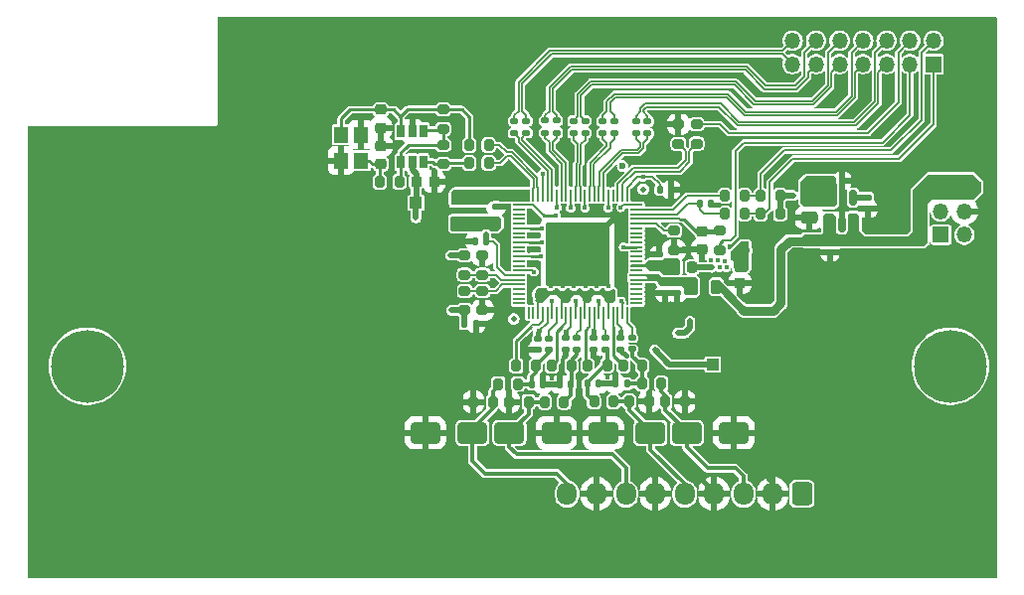
<source format=gtl>
G04 #@! TF.GenerationSoftware,KiCad,Pcbnew,8.0.0-rc1*
G04 #@! TF.CreationDate,2025-03-14T12:06:17+03:00*
G04 #@! TF.ProjectId,Movita_IO_Expansion_Board_V2.0,4d6f7669-7461-45f4-994f-5f457870616e,REV1*
G04 #@! TF.SameCoordinates,Original*
G04 #@! TF.FileFunction,Copper,L1,Top*
G04 #@! TF.FilePolarity,Positive*
%FSLAX46Y46*%
G04 Gerber Fmt 4.6, Leading zero omitted, Abs format (unit mm)*
G04 Created by KiCad (PCBNEW 8.0.0-rc1) date 2025-03-14 12:06:17*
%MOMM*%
%LPD*%
G01*
G04 APERTURE LIST*
G04 Aperture macros list*
%AMRoundRect*
0 Rectangle with rounded corners*
0 $1 Rounding radius*
0 $2 $3 $4 $5 $6 $7 $8 $9 X,Y pos of 4 corners*
0 Add a 4 corners polygon primitive as box body*
4,1,4,$2,$3,$4,$5,$6,$7,$8,$9,$2,$3,0*
0 Add four circle primitives for the rounded corners*
1,1,$1+$1,$2,$3*
1,1,$1+$1,$4,$5*
1,1,$1+$1,$6,$7*
1,1,$1+$1,$8,$9*
0 Add four rect primitives between the rounded corners*
20,1,$1+$1,$2,$3,$4,$5,0*
20,1,$1+$1,$4,$5,$6,$7,0*
20,1,$1+$1,$6,$7,$8,$9,0*
20,1,$1+$1,$8,$9,$2,$3,0*%
G04 Aperture macros list end*
G04 #@! TA.AperFunction,SMDPad,CuDef*
%ADD10R,0.200000X1.000000*%
G04 #@! TD*
G04 #@! TA.AperFunction,SMDPad,CuDef*
%ADD11R,1.000000X0.200000*%
G04 #@! TD*
G04 #@! TA.AperFunction,ComponentPad*
%ADD12C,0.600000*%
G04 #@! TD*
G04 #@! TA.AperFunction,SMDPad,CuDef*
%ADD13RoundRect,0.000000X2.650000X2.650000X-2.650000X2.650000X-2.650000X-2.650000X2.650000X-2.650000X0*%
G04 #@! TD*
G04 #@! TA.AperFunction,ComponentPad*
%ADD14C,1.300000*%
G04 #@! TD*
G04 #@! TA.AperFunction,SMDPad,CuDef*
%ADD15RoundRect,0.140000X0.140000X0.170000X-0.140000X0.170000X-0.140000X-0.170000X0.140000X-0.170000X0*%
G04 #@! TD*
G04 #@! TA.AperFunction,SMDPad,CuDef*
%ADD16RoundRect,0.250000X-1.000000X-0.650000X1.000000X-0.650000X1.000000X0.650000X-1.000000X0.650000X0*%
G04 #@! TD*
G04 #@! TA.AperFunction,SMDPad,CuDef*
%ADD17RoundRect,0.200000X0.200000X0.275000X-0.200000X0.275000X-0.200000X-0.275000X0.200000X-0.275000X0*%
G04 #@! TD*
G04 #@! TA.AperFunction,SMDPad,CuDef*
%ADD18RoundRect,0.200000X-0.200000X-0.275000X0.200000X-0.275000X0.200000X0.275000X-0.200000X0.275000X0*%
G04 #@! TD*
G04 #@! TA.AperFunction,SMDPad,CuDef*
%ADD19RoundRect,0.250000X1.000000X0.650000X-1.000000X0.650000X-1.000000X-0.650000X1.000000X-0.650000X0*%
G04 #@! TD*
G04 #@! TA.AperFunction,SMDPad,CuDef*
%ADD20RoundRect,0.140000X-0.170000X0.140000X-0.170000X-0.140000X0.170000X-0.140000X0.170000X0.140000X0*%
G04 #@! TD*
G04 #@! TA.AperFunction,SMDPad,CuDef*
%ADD21RoundRect,0.218750X0.218750X0.256250X-0.218750X0.256250X-0.218750X-0.256250X0.218750X-0.256250X0*%
G04 #@! TD*
G04 #@! TA.AperFunction,SMDPad,CuDef*
%ADD22RoundRect,0.135000X-0.185000X0.135000X-0.185000X-0.135000X0.185000X-0.135000X0.185000X0.135000X0*%
G04 #@! TD*
G04 #@! TA.AperFunction,SMDPad,CuDef*
%ADD23RoundRect,0.147500X-0.147500X-0.172500X0.147500X-0.172500X0.147500X0.172500X-0.147500X0.172500X0*%
G04 #@! TD*
G04 #@! TA.AperFunction,SMDPad,CuDef*
%ADD24R,0.650000X1.125000*%
G04 #@! TD*
G04 #@! TA.AperFunction,SMDPad,CuDef*
%ADD25RoundRect,0.225000X0.250000X-0.225000X0.250000X0.225000X-0.250000X0.225000X-0.250000X-0.225000X0*%
G04 #@! TD*
G04 #@! TA.AperFunction,SMDPad,CuDef*
%ADD26R,1.000000X1.000000*%
G04 #@! TD*
G04 #@! TA.AperFunction,SMDPad,CuDef*
%ADD27RoundRect,0.200000X0.275000X-0.200000X0.275000X0.200000X-0.275000X0.200000X-0.275000X-0.200000X0*%
G04 #@! TD*
G04 #@! TA.AperFunction,SMDPad,CuDef*
%ADD28RoundRect,0.200000X-0.275000X0.200000X-0.275000X-0.200000X0.275000X-0.200000X0.275000X0.200000X0*%
G04 #@! TD*
G04 #@! TA.AperFunction,SMDPad,CuDef*
%ADD29RoundRect,0.140000X-0.140000X-0.170000X0.140000X-0.170000X0.140000X0.170000X-0.140000X0.170000X0*%
G04 #@! TD*
G04 #@! TA.AperFunction,SMDPad,CuDef*
%ADD30R,1.200000X1.400000*%
G04 #@! TD*
G04 #@! TA.AperFunction,SMDPad,CuDef*
%ADD31RoundRect,0.147500X0.147500X0.172500X-0.147500X0.172500X-0.147500X-0.172500X0.147500X-0.172500X0*%
G04 #@! TD*
G04 #@! TA.AperFunction,SMDPad,CuDef*
%ADD32C,0.500000*%
G04 #@! TD*
G04 #@! TA.AperFunction,SMDPad,CuDef*
%ADD33RoundRect,0.225000X-0.225000X-0.250000X0.225000X-0.250000X0.225000X0.250000X-0.225000X0.250000X0*%
G04 #@! TD*
G04 #@! TA.AperFunction,SMDPad,CuDef*
%ADD34RoundRect,0.218750X0.218750X0.381250X-0.218750X0.381250X-0.218750X-0.381250X0.218750X-0.381250X0*%
G04 #@! TD*
G04 #@! TA.AperFunction,SMDPad,CuDef*
%ADD35RoundRect,0.225000X-0.250000X0.225000X-0.250000X-0.225000X0.250000X-0.225000X0.250000X0.225000X0*%
G04 #@! TD*
G04 #@! TA.AperFunction,SMDPad,CuDef*
%ADD36RoundRect,0.218750X0.381250X-0.218750X0.381250X0.218750X-0.381250X0.218750X-0.381250X-0.218750X0*%
G04 #@! TD*
G04 #@! TA.AperFunction,SMDPad,CuDef*
%ADD37RoundRect,0.250000X-0.475000X0.250000X-0.475000X-0.250000X0.475000X-0.250000X0.475000X0.250000X0*%
G04 #@! TD*
G04 #@! TA.AperFunction,SMDPad,CuDef*
%ADD38RoundRect,0.135000X0.185000X-0.135000X0.185000X0.135000X-0.185000X0.135000X-0.185000X-0.135000X0*%
G04 #@! TD*
G04 #@! TA.AperFunction,SMDPad,CuDef*
%ADD39RoundRect,0.150000X0.150000X-0.512500X0.150000X0.512500X-0.150000X0.512500X-0.150000X-0.512500X0*%
G04 #@! TD*
G04 #@! TA.AperFunction,ComponentPad*
%ADD40C,0.900000*%
G04 #@! TD*
G04 #@! TA.AperFunction,ComponentPad*
%ADD41C,6.200000*%
G04 #@! TD*
G04 #@! TA.AperFunction,ComponentPad*
%ADD42RoundRect,0.250000X0.600000X0.725000X-0.600000X0.725000X-0.600000X-0.725000X0.600000X-0.725000X0*%
G04 #@! TD*
G04 #@! TA.AperFunction,ComponentPad*
%ADD43O,1.700000X1.950000*%
G04 #@! TD*
G04 #@! TA.AperFunction,ComponentPad*
%ADD44R,1.350000X1.350000*%
G04 #@! TD*
G04 #@! TA.AperFunction,ComponentPad*
%ADD45O,1.350000X1.350000*%
G04 #@! TD*
G04 #@! TA.AperFunction,ViaPad*
%ADD46C,0.400000*%
G04 #@! TD*
G04 #@! TA.AperFunction,ViaPad*
%ADD47C,0.508000*%
G04 #@! TD*
G04 #@! TA.AperFunction,ViaPad*
%ADD48C,0.600000*%
G04 #@! TD*
G04 #@! TA.AperFunction,Conductor*
%ADD49C,0.254000*%
G04 #@! TD*
G04 #@! TA.AperFunction,Conductor*
%ADD50C,0.652000*%
G04 #@! TD*
G04 #@! TA.AperFunction,Conductor*
%ADD51C,0.762000*%
G04 #@! TD*
G04 #@! TA.AperFunction,Conductor*
%ADD52C,0.150000*%
G04 #@! TD*
G04 #@! TA.AperFunction,Conductor*
%ADD53C,0.381000*%
G04 #@! TD*
G04 #@! TA.AperFunction,Conductor*
%ADD54C,0.200000*%
G04 #@! TD*
G04 #@! TA.AperFunction,Conductor*
%ADD55C,0.127000*%
G04 #@! TD*
G04 #@! TA.AperFunction,Conductor*
%ADD56C,0.355600*%
G04 #@! TD*
G04 #@! TA.AperFunction,Conductor*
%ADD57C,0.508000*%
G04 #@! TD*
G04 #@! TA.AperFunction,Conductor*
%ADD58C,0.152400*%
G04 #@! TD*
G04 APERTURE END LIST*
D10*
X115440100Y-75279990D03*
X115839890Y-75279990D03*
X116239940Y-75279990D03*
X116639990Y-75279990D03*
X117040040Y-75279990D03*
X117440090Y-75279990D03*
X117839890Y-75279990D03*
X118239940Y-75279990D03*
X118639990Y-75279990D03*
X119040040Y-75279990D03*
X119440090Y-75279990D03*
X119839880Y-75279990D03*
X120239930Y-75279990D03*
X120639980Y-75279990D03*
X121040030Y-75279990D03*
X121440080Y-75279990D03*
X121839880Y-75279990D03*
X122239930Y-75279990D03*
X122639980Y-75279990D03*
X123040030Y-75279990D03*
X123440080Y-75279990D03*
X123839880Y-75279990D03*
D11*
X124639990Y-74479880D03*
X124639990Y-74080080D03*
X124639990Y-73680030D03*
X124639990Y-73279980D03*
X124639990Y-72879930D03*
X124639990Y-72479880D03*
X124639990Y-72080080D03*
X124639990Y-71680030D03*
X124639990Y-71279980D03*
X124639990Y-70879930D03*
X124639990Y-70479880D03*
X124639990Y-70080090D03*
X124639990Y-69680040D03*
X124639990Y-69279990D03*
X124639990Y-68879940D03*
X124639990Y-68479890D03*
X124639990Y-68080090D03*
X124639990Y-67680040D03*
X124639990Y-67279990D03*
X124639990Y-66879940D03*
X124639990Y-66479890D03*
X124639990Y-66080100D03*
D10*
X123839880Y-65279980D03*
X123440080Y-65279980D03*
X123040030Y-65279980D03*
X122639980Y-65279980D03*
X122239930Y-65279980D03*
X121839880Y-65279980D03*
X121440080Y-65279980D03*
X121040030Y-65279980D03*
X120639980Y-65279980D03*
X120239930Y-65279980D03*
X119839880Y-65279980D03*
X119440090Y-65279980D03*
X119040040Y-65279980D03*
X118639990Y-65279980D03*
X118239940Y-65279980D03*
X117839890Y-65279980D03*
X117440090Y-65279980D03*
X117040040Y-65279980D03*
X116639990Y-65279980D03*
X116239940Y-65279980D03*
X115839890Y-65279980D03*
X115440100Y-65279980D03*
D11*
X114639990Y-66080100D03*
X114639990Y-66479890D03*
X114639990Y-66879940D03*
X114639990Y-67279990D03*
X114639990Y-67680040D03*
X114639990Y-68080090D03*
X114639990Y-68479890D03*
X114639990Y-68879940D03*
X114639990Y-69279990D03*
X114639990Y-69680040D03*
X114639990Y-70080090D03*
X114639990Y-70479880D03*
X114639990Y-70879930D03*
X114639990Y-71279980D03*
X114639990Y-71680030D03*
X114639990Y-72080080D03*
X114639990Y-72479880D03*
X114639990Y-72879930D03*
X114639990Y-73279980D03*
X114639990Y-73680030D03*
X114639990Y-74080080D03*
X114639990Y-74479880D03*
D12*
X118640000Y-71180000D03*
X119680000Y-71180000D03*
X120773927Y-71180000D03*
D13*
X119639990Y-70279990D03*
D14*
X119680000Y-70146150D03*
D12*
X118640000Y-70146150D03*
X120773927Y-70146150D03*
X118640000Y-69063388D03*
X119680000Y-69063388D03*
X120773927Y-69063388D03*
D15*
X127579990Y-64799990D03*
X126619990Y-64799990D03*
D16*
X121812500Y-85530000D03*
X125812500Y-85530000D03*
D17*
X133815000Y-65300000D03*
X132165000Y-65300000D03*
D18*
X110395000Y-60980000D03*
X112045000Y-60980000D03*
D19*
X117810000Y-85520000D03*
X113810000Y-85520000D03*
D20*
X117180000Y-77470000D03*
X117180000Y-78430000D03*
D21*
X129367490Y-71399990D03*
X127792490Y-71399990D03*
D17*
X122670000Y-82850000D03*
X121020000Y-82850000D03*
D22*
X115259990Y-58929990D03*
X115259990Y-59949990D03*
D17*
X126755000Y-81330000D03*
X125105000Y-81330000D03*
D23*
X122862500Y-81340000D03*
X123832500Y-81340000D03*
D24*
X106485000Y-59821000D03*
X105535000Y-59821000D03*
X104585000Y-59821000D03*
X104585000Y-62445000D03*
X105535000Y-62445000D03*
X106485000Y-62445000D03*
D22*
X117849990Y-58909990D03*
X117849990Y-59929990D03*
D20*
X124310000Y-77420000D03*
X124310000Y-78380000D03*
D17*
X112050000Y-62510000D03*
X110400000Y-62510000D03*
D20*
X128059990Y-72629990D03*
X128059990Y-73589990D03*
D18*
X124030000Y-82850000D03*
X125680000Y-82850000D03*
D25*
X102860000Y-59530000D03*
X102860000Y-57980000D03*
D26*
X131129990Y-79699990D03*
D27*
X108175000Y-59600000D03*
X108175000Y-57950000D03*
D28*
X110010000Y-73420000D03*
X110010000Y-75070000D03*
D20*
X112680000Y-65280000D03*
X112680000Y-66240000D03*
D22*
X114229990Y-58929990D03*
X114229990Y-59949990D03*
D27*
X111530000Y-75070000D03*
X111530000Y-73420000D03*
D26*
X109360000Y-65600000D03*
D29*
X141190000Y-64020000D03*
X142150000Y-64020000D03*
D20*
X141103927Y-69165884D03*
X141103927Y-70125884D03*
X119560000Y-77450000D03*
X119560000Y-78410000D03*
D30*
X101180000Y-62305000D03*
X101180000Y-60105000D03*
X99480000Y-60105000D03*
X99480000Y-62305000D03*
D23*
X118100000Y-81360000D03*
X119070000Y-81360000D03*
D28*
X111530000Y-70390000D03*
X111530000Y-72040000D03*
D17*
X136855000Y-65290000D03*
X135205000Y-65290000D03*
D31*
X116670000Y-81360000D03*
X115700000Y-81360000D03*
D25*
X130230000Y-69885000D03*
X130230000Y-68335000D03*
D18*
X116820000Y-82880000D03*
X118470000Y-82880000D03*
D17*
X119085000Y-79810000D03*
X117435000Y-79810000D03*
D16*
X106660000Y-85520000D03*
X110660000Y-85520000D03*
D32*
X125223927Y-64755884D03*
D28*
X128209990Y-59229990D03*
X128209990Y-60879990D03*
D17*
X133825000Y-66830000D03*
X132175000Y-66830000D03*
D22*
X121749990Y-58959990D03*
X121749990Y-59979990D03*
D20*
X121950000Y-77440000D03*
X121950000Y-78400000D03*
D18*
X127095000Y-82860000D03*
X128745000Y-82860000D03*
D17*
X122120000Y-79810000D03*
X120470000Y-79810000D03*
D33*
X105865000Y-64110000D03*
X107415000Y-64110000D03*
D28*
X129749990Y-59209990D03*
X129749990Y-60859990D03*
D34*
X131402490Y-73069990D03*
X129277490Y-73069990D03*
D15*
X130990000Y-65940000D03*
X130030000Y-65940000D03*
D35*
X102870000Y-61035000D03*
X102870000Y-62585000D03*
D17*
X116055000Y-79810000D03*
X114405000Y-79810000D03*
D27*
X108165000Y-62620000D03*
X108165000Y-60970000D03*
D36*
X111310000Y-67667500D03*
X111310000Y-65542500D03*
D18*
X102785000Y-64110000D03*
X104435000Y-64110000D03*
D17*
X136865000Y-66830000D03*
X135215000Y-66830000D03*
D27*
X131770000Y-69925000D03*
X131770000Y-68275000D03*
D22*
X116849990Y-58909990D03*
X116849990Y-59929990D03*
D29*
X110870000Y-69210000D03*
X111830000Y-69210000D03*
D22*
X125579990Y-58969990D03*
X125579990Y-59989990D03*
D20*
X116200000Y-77470000D03*
X116200000Y-78430000D03*
D17*
X125140000Y-79810000D03*
X123490000Y-79810000D03*
X115440000Y-82880000D03*
X113790000Y-82880000D03*
D35*
X133439990Y-71194990D03*
X133439990Y-72744990D03*
D20*
X144380000Y-65460000D03*
X144380000Y-66420000D03*
D26*
X109360000Y-67670000D03*
D20*
X127039990Y-72639990D03*
X127039990Y-73599990D03*
D22*
X119269990Y-58924990D03*
X119269990Y-59944990D03*
D26*
X105860000Y-65910000D03*
D20*
X118580000Y-77450000D03*
X118580000Y-78410000D03*
D37*
X139353927Y-65285884D03*
X139353927Y-67185884D03*
D38*
X123300000Y-78420000D03*
X123300000Y-77400000D03*
D29*
X110009990Y-76259990D03*
X110969990Y-76259990D03*
D18*
X112875000Y-81350000D03*
X114525000Y-81350000D03*
D27*
X127849990Y-69944990D03*
X127849990Y-68294990D03*
D22*
X120269990Y-58919990D03*
X120269990Y-59939990D03*
D39*
X141163927Y-67739634D03*
X142113927Y-67739634D03*
X143063927Y-67739634D03*
X143063927Y-65464634D03*
X141163927Y-65464634D03*
D19*
X132910000Y-85530000D03*
X128910000Y-85530000D03*
D22*
X122749990Y-58959990D03*
X122749990Y-59979990D03*
X124579990Y-58969990D03*
X124579990Y-59989990D03*
D20*
X120960000Y-77440000D03*
X120960000Y-78400000D03*
D40*
X75260097Y-79828297D03*
X76010097Y-77978297D03*
X76010097Y-81678297D03*
X77860097Y-77228297D03*
D41*
X77860097Y-79828297D03*
D40*
X77860097Y-82428297D03*
X79710097Y-77978297D03*
X79710097Y-81678297D03*
X80460097Y-79828297D03*
D32*
X114173927Y-75805884D03*
D17*
X112400000Y-82880000D03*
X110750000Y-82880000D03*
D27*
X110000000Y-72040000D03*
X110000000Y-70390000D03*
D31*
X121427500Y-81340000D03*
X120457500Y-81340000D03*
D40*
X148760097Y-79828297D03*
X149510097Y-77978297D03*
X149510097Y-81678297D03*
X151360097Y-77228297D03*
D41*
X151360097Y-79828297D03*
D40*
X151360097Y-82428297D03*
X153210097Y-77978297D03*
X153210097Y-81678297D03*
X153960097Y-79828297D03*
D20*
X126549990Y-70319990D03*
X126549990Y-71279990D03*
D42*
X138730000Y-90718297D03*
D43*
X136230000Y-90718297D03*
X133730000Y-90718297D03*
X131230000Y-90718297D03*
X128730000Y-90718297D03*
X126230000Y-90718297D03*
X123730000Y-90718297D03*
X121230000Y-90718297D03*
X118730000Y-90718297D03*
D44*
X149932097Y-54090000D03*
D45*
X149932097Y-52090000D03*
X147932097Y-54090000D03*
X147932097Y-52090000D03*
X145932097Y-54090000D03*
X145932097Y-52090000D03*
X143932097Y-54090000D03*
X143932097Y-52090000D03*
X141932097Y-54090000D03*
X141932097Y-52090000D03*
X139932097Y-54090000D03*
X139932097Y-52090000D03*
X137932097Y-54090000D03*
X137932097Y-52090000D03*
D44*
X150560000Y-68630000D03*
D45*
X152560000Y-68630000D03*
X150560000Y-66630000D03*
X152560000Y-66630000D03*
X150560000Y-64630000D03*
X152560000Y-64630000D03*
D46*
X133599990Y-74939990D03*
X152560000Y-94870000D03*
X109800000Y-52930000D03*
X147160000Y-80720000D03*
X130893927Y-75115884D03*
X130889990Y-86359990D03*
X88030000Y-78080000D03*
X140360000Y-85490000D03*
X98599990Y-69849990D03*
X150500000Y-91410000D03*
X101370000Y-87200000D03*
X138880000Y-86890000D03*
X107539990Y-74499990D03*
X153970000Y-91430000D03*
X119150000Y-56000000D03*
X76750000Y-62810000D03*
X125999990Y-68199990D03*
X122450000Y-88920000D03*
X86320000Y-90110000D03*
X133159990Y-80789990D03*
X81200000Y-88670000D03*
X89780000Y-62780000D03*
X78810000Y-60350000D03*
X136910000Y-85410000D03*
X89070000Y-59500000D03*
X142700000Y-82190000D03*
X128789990Y-68479990D03*
X96550000Y-96000000D03*
X150500000Y-89930000D03*
X105549990Y-57169990D03*
X103140000Y-52910000D03*
X96690000Y-70410000D03*
X123809990Y-86459990D03*
X114150000Y-96140000D03*
X89590000Y-75030000D03*
X88250000Y-62750000D03*
X137329990Y-75569990D03*
X102550000Y-82720000D03*
X110233927Y-77425884D03*
X93390000Y-57500000D03*
X91810000Y-54570000D03*
X142540000Y-74830000D03*
X79560000Y-90000000D03*
X107269990Y-65439990D03*
X88310000Y-81160000D03*
X93160000Y-64490000D03*
X102480000Y-79350000D03*
X79760000Y-74500000D03*
X84660000Y-78150000D03*
X118433927Y-79075884D03*
X129860000Y-96140000D03*
X78370000Y-62720000D03*
X99810000Y-88880000D03*
X117829990Y-63779990D03*
X108760000Y-85510000D03*
X104639990Y-86129990D03*
X96600000Y-68790000D03*
X113593927Y-78765884D03*
X106636930Y-83168998D03*
X76730000Y-66280000D03*
X84940000Y-68720000D03*
X96920000Y-53260000D03*
X102370000Y-94680000D03*
X78350000Y-66190000D03*
X116240000Y-96120000D03*
X91750000Y-57460000D03*
X84940000Y-81230000D03*
X147210000Y-91320000D03*
X110680000Y-94640000D03*
X140910000Y-57470000D03*
X134749990Y-77769990D03*
X81230000Y-86960000D03*
X86060000Y-91170000D03*
X135360000Y-53820000D03*
X139940000Y-74830000D03*
X95070000Y-68760000D03*
X132799990Y-77639990D03*
X131829990Y-83219990D03*
X78330000Y-72850000D03*
X119520000Y-92950000D03*
X114843927Y-76515884D03*
X144520000Y-58980000D03*
X152590000Y-93160000D03*
X118303927Y-80335884D03*
X90190000Y-51440000D03*
X79810000Y-72850000D03*
X115220000Y-88090000D03*
X123149990Y-71749990D03*
X116150000Y-93020000D03*
X129563927Y-64798884D03*
X132753927Y-75835884D03*
X135260000Y-86840000D03*
X124590000Y-87710000D03*
X91330000Y-88780000D03*
X143900000Y-85370000D03*
X116003927Y-72795884D03*
X93130000Y-68770000D03*
X91600000Y-68740000D03*
X86450000Y-94350000D03*
X149120000Y-93140000D03*
X116240000Y-94640000D03*
X90720000Y-59440000D03*
X101490000Y-52970000D03*
X74670000Y-94370000D03*
X98370000Y-95970000D03*
X145590000Y-88190000D03*
X110880000Y-90510000D03*
X130093927Y-62165884D03*
X76640000Y-69570000D03*
X82850000Y-90090000D03*
X147160000Y-82200000D03*
X132433927Y-75155884D03*
X133140000Y-92970000D03*
X134199990Y-61729990D03*
X91350000Y-75090000D03*
X145400000Y-76290000D03*
X119900000Y-51400000D03*
X97480000Y-61030000D03*
X144030000Y-56930000D03*
X138550000Y-76480000D03*
X96340000Y-90230000D03*
X145400000Y-77660000D03*
X86560000Y-84360000D03*
X120390000Y-55060000D03*
X108539990Y-83179990D03*
X112500000Y-96090000D03*
X79800000Y-64370000D03*
X115919990Y-86389990D03*
X95040000Y-71840000D03*
X106510000Y-52840000D03*
X102520000Y-77710000D03*
X86230000Y-87010000D03*
X84800000Y-94410000D03*
X97900000Y-87180000D03*
X122579990Y-63989990D03*
X94700000Y-90190000D03*
X134310000Y-55920000D03*
X102500000Y-84370000D03*
X99460000Y-74210000D03*
X78040000Y-94300000D03*
X81360000Y-92680000D03*
X107539990Y-72859990D03*
X127973927Y-62165884D03*
X99810000Y-90250000D03*
X93450000Y-54610000D03*
X121293927Y-79065884D03*
X127210000Y-55040000D03*
X93390000Y-56130000D03*
X145650000Y-83650000D03*
X124750000Y-93030000D03*
X126803927Y-61085884D03*
X131663927Y-61215884D03*
X101130000Y-84370000D03*
X142770000Y-83690000D03*
X136380000Y-63030000D03*
X109163927Y-63905884D03*
X145460000Y-58000000D03*
X105849990Y-69039990D03*
X154030000Y-86890000D03*
X94010000Y-61010000D03*
X140230000Y-80920000D03*
X116120000Y-57070000D03*
X115203927Y-78145884D03*
X99440000Y-77680000D03*
X120870000Y-88570000D03*
X147050000Y-76230000D03*
X102590000Y-72590000D03*
X112379990Y-59519990D03*
X93220000Y-70390000D03*
X134870000Y-94740000D03*
X109030000Y-94700000D03*
X91570000Y-70450000D03*
X93220000Y-82900000D03*
X101000000Y-79350000D03*
X91570000Y-71820000D03*
X89930000Y-82810000D03*
X104020000Y-96100000D03*
X113180000Y-51330000D03*
X95040000Y-82980000D03*
X99450000Y-82810000D03*
X143860000Y-82270000D03*
X128129421Y-80928137D03*
X102540000Y-74240000D03*
X115773927Y-62565884D03*
X147270000Y-85300000D03*
X150740000Y-96270000D03*
X86500000Y-64470000D03*
X88280000Y-84240000D03*
X101060000Y-81000000D03*
X140360000Y-86970000D03*
X98570000Y-53200000D03*
X129860000Y-94660000D03*
X81330000Y-95760000D03*
X116127927Y-68665884D03*
X119059990Y-63789990D03*
X116343927Y-71045884D03*
X129000000Y-81759980D03*
X135310000Y-56770000D03*
X84880000Y-62820000D03*
X126370000Y-94680000D03*
X127970000Y-87300000D03*
X91570000Y-82960000D03*
X136480000Y-54890000D03*
X135480000Y-82580000D03*
X95040000Y-56070000D03*
X150410000Y-88310000D03*
X142040000Y-55560000D03*
X95830000Y-60980000D03*
X111259990Y-58419990D03*
X96690000Y-71890000D03*
X100020000Y-94540000D03*
X142630000Y-76470000D03*
X105770000Y-92900000D03*
X104559990Y-84309990D03*
X77940000Y-86870000D03*
X98480000Y-51580000D03*
X152560000Y-96240000D03*
X137130000Y-56790000D03*
X153940000Y-83790000D03*
X76680000Y-74470000D03*
X101170000Y-74240000D03*
X116630000Y-55290000D03*
X134870000Y-96110000D03*
X111650000Y-51300000D03*
X113903927Y-76975884D03*
X113073927Y-80075884D03*
X139900000Y-93080000D03*
X96440000Y-76760000D03*
X112190000Y-86880000D03*
X135080000Y-51400000D03*
X100209990Y-63989990D03*
X121490000Y-53670000D03*
X84690000Y-75070000D03*
X93170000Y-92810000D03*
X109795649Y-81905510D03*
X146090000Y-55540000D03*
X107300000Y-92930000D03*
X89930000Y-71780000D03*
X117322669Y-73051058D03*
X131580000Y-94650000D03*
X104319990Y-65339990D03*
X139990000Y-96180000D03*
X91330000Y-90260000D03*
X105439990Y-83229990D03*
X140020000Y-55570000D03*
X117960000Y-96000000D03*
X110589990Y-57679990D03*
X143990000Y-88310000D03*
X152350000Y-88300000D03*
X130030000Y-89350000D03*
X90100000Y-57410000D03*
X109043927Y-76295884D03*
X88060000Y-75000000D03*
X128240000Y-93010000D03*
X96370000Y-87150000D03*
X141633286Y-56868283D03*
X101110000Y-72590000D03*
X79780000Y-67840000D03*
X121263927Y-73045884D03*
X145620000Y-85360000D03*
X74540000Y-90020000D03*
X79850000Y-62720000D03*
X76190000Y-88590000D03*
X109060000Y-92990000D03*
X131610000Y-92940000D03*
X112013927Y-80475884D03*
X112530000Y-93010000D03*
X82980000Y-94330000D03*
X148850000Y-89990000D03*
X138340000Y-96130000D03*
X86500000Y-65950000D03*
X86450000Y-95830000D03*
X124840000Y-55020000D03*
X89930000Y-84290000D03*
X115263927Y-80285884D03*
X119610000Y-94570000D03*
X138550000Y-77850000D03*
X128689990Y-69829990D03*
X74540000Y-88650000D03*
X140030000Y-76450000D03*
X126370000Y-96160000D03*
X143990000Y-93150000D03*
X85680000Y-59800000D03*
X143700000Y-76510000D03*
X112500000Y-94720000D03*
X113893927Y-75015884D03*
X139990000Y-94700000D03*
X84910000Y-70430000D03*
X93220000Y-84380000D03*
X104599990Y-85249990D03*
X121250000Y-94720000D03*
X152320000Y-90010000D03*
X113483927Y-71085884D03*
X123782319Y-78968762D03*
X128210000Y-94720000D03*
X88220000Y-64460000D03*
X89870000Y-65880000D03*
X119829990Y-86229990D03*
X79600000Y-92620000D03*
X84850000Y-65900000D03*
X95830000Y-59610000D03*
X134100000Y-87570000D03*
X101679990Y-65309990D03*
X89680000Y-88840000D03*
X91320000Y-78170000D03*
X134900000Y-93030000D03*
X81330000Y-94390000D03*
X102400000Y-92970000D03*
X98510000Y-56090000D03*
X132773927Y-79051884D03*
X111339990Y-59469990D03*
X76320000Y-95790000D03*
X123789990Y-84689990D03*
X130900000Y-83239980D03*
X116640000Y-88090000D03*
X144080000Y-94770000D03*
X94980000Y-64570000D03*
X116080000Y-51380000D03*
X113453927Y-68835884D03*
X93220000Y-71870000D03*
X119809990Y-84459990D03*
X121250000Y-96090000D03*
X153970000Y-89950000D03*
X94790000Y-76820000D03*
X95040000Y-57550000D03*
X104940000Y-90650000D03*
X97990000Y-90280000D03*
X106420000Y-51220000D03*
X119780000Y-82530000D03*
X118909990Y-57479990D03*
X89840000Y-68680000D03*
X148910000Y-86820000D03*
X143900000Y-86850000D03*
X96460000Y-92900000D03*
X144080000Y-96250000D03*
X91610000Y-94490000D03*
X145540000Y-79070000D03*
X99490000Y-72680000D03*
X104860000Y-54270000D03*
X107390000Y-94550000D03*
X95040000Y-70470000D03*
X131129893Y-58769990D03*
X107549990Y-67929990D03*
X91540000Y-62840000D03*
X115910000Y-85480000D03*
X115513927Y-77475884D03*
X110429990Y-81689990D03*
X145510000Y-80780000D03*
X116127927Y-69945884D03*
X120819990Y-61399990D03*
X133230000Y-94590000D03*
X86560000Y-70370000D03*
X133790000Y-83269980D03*
X96950000Y-51550000D03*
X93260000Y-94430000D03*
X101460000Y-90300000D03*
X113083927Y-63935884D03*
X77910000Y-88580000D03*
X94610000Y-87090000D03*
X130400000Y-53780000D03*
X128159990Y-81759990D03*
X91750000Y-55980000D03*
X124720000Y-94740000D03*
X76190000Y-90070000D03*
X122233927Y-73045884D03*
X98510000Y-57570000D03*
X135510000Y-79500000D03*
X118449990Y-61109990D03*
X148940000Y-83740000D03*
X114150000Y-94660000D03*
X87330000Y-59740000D03*
X143610000Y-74890000D03*
X113270000Y-54430000D03*
X108779990Y-86439990D03*
X93590000Y-91270000D03*
X143840000Y-89910000D03*
X93450000Y-53240000D03*
X117433927Y-80845884D03*
X129770000Y-93040000D03*
X145800000Y-96130000D03*
X109033927Y-69265884D03*
X99840000Y-87170000D03*
X154210000Y-96290000D03*
X142650000Y-88310000D03*
X76610000Y-71100000D03*
X126483927Y-62165884D03*
X130436808Y-80852960D03*
X86220000Y-75100000D03*
X76320000Y-94310000D03*
X124720000Y-96110000D03*
X78410000Y-67840000D03*
X88240000Y-94560000D03*
X134329990Y-80119990D03*
X92970000Y-76740000D03*
X122183927Y-80805884D03*
X142460000Y-93120000D03*
X79690000Y-94240000D03*
X127390000Y-51320000D03*
X100020000Y-96020000D03*
X122700000Y-55020000D03*
X81700000Y-60410000D03*
X147360000Y-93080000D03*
X130869990Y-84589990D03*
X84910000Y-82940000D03*
X142740000Y-85400000D03*
X109030000Y-96070000D03*
X93070000Y-62870000D03*
X94930000Y-92870000D03*
X102239990Y-67849990D03*
X115899990Y-84619990D03*
X86470000Y-81260000D03*
X133230000Y-96070000D03*
X101460000Y-88820000D03*
X136520000Y-94680000D03*
X128820000Y-53780000D03*
X121280000Y-93010000D03*
X114740000Y-90570000D03*
X123503927Y-68795884D03*
X147050000Y-77710000D03*
X96690000Y-82920000D03*
X152320000Y-91380000D03*
X118999990Y-61899990D03*
X89680000Y-90210000D03*
X113269893Y-59349990D03*
X86560000Y-71850000D03*
X95010000Y-51560000D03*
X135919990Y-75939990D03*
X138370000Y-93050000D03*
X84700000Y-86980000D03*
X100249990Y-57169990D03*
X145430000Y-74580000D03*
X96690000Y-84400000D03*
X104339990Y-66509990D03*
X98729990Y-63989990D03*
X147210000Y-89840000D03*
X107499990Y-71409990D03*
X109043927Y-77435884D03*
X101490000Y-54340000D03*
X89890000Y-95980000D03*
X142700000Y-80820000D03*
X96540000Y-62890000D03*
X154210000Y-94810000D03*
X89730000Y-91210000D03*
X139619990Y-70079990D03*
X94010000Y-59530000D03*
X96630000Y-65990000D03*
X78320000Y-71130000D03*
X131713927Y-75105884D03*
X88270000Y-92850000D03*
X119810000Y-85300000D03*
X123730000Y-51400000D03*
X88280000Y-70360000D03*
X142430000Y-94830000D03*
X153880000Y-88330000D03*
X154030000Y-85410000D03*
X106719990Y-57029990D03*
X125579103Y-78545281D03*
X79830000Y-66190000D03*
X96440000Y-78240000D03*
X104629990Y-83359990D03*
X119220000Y-53710000D03*
X78390000Y-74500000D03*
X89800000Y-92880000D03*
X74700000Y-92660000D03*
X112503927Y-77435884D03*
X94820000Y-75110000D03*
X86360000Y-92730000D03*
X99350000Y-80970000D03*
X109659990Y-57099990D03*
X90160000Y-53150000D03*
X138910000Y-83810000D03*
X131580000Y-96020000D03*
X138340000Y-94760000D03*
X142730000Y-79110000D03*
X96860000Y-57520000D03*
X111620000Y-53010000D03*
X138880000Y-85520000D03*
X95040000Y-84350000D03*
X84670000Y-88690000D03*
X78260000Y-69480000D03*
X143860000Y-80790000D03*
X75730000Y-60320000D03*
X110680000Y-96120000D03*
X80330000Y-60410000D03*
X106987602Y-70061124D03*
X92880000Y-75120000D03*
X152380000Y-86840000D03*
X123620000Y-53710000D03*
X91600000Y-81250000D03*
X99380000Y-79440000D03*
X136520000Y-96160000D03*
X147070000Y-79100000D03*
X91510000Y-65920000D03*
X94900000Y-94580000D03*
X128462226Y-64820416D03*
X124363927Y-80335884D03*
X137130000Y-81150000D03*
X145560000Y-91270000D03*
X132060000Y-87560000D03*
X134219990Y-63019990D03*
X138580000Y-74770000D03*
X92970000Y-78220000D03*
X89870000Y-64400000D03*
X99420000Y-84340000D03*
X142190000Y-91340000D03*
X113593927Y-66235884D03*
X101070000Y-82720000D03*
X84800000Y-95780000D03*
X86560000Y-82880000D03*
X147450000Y-94700000D03*
X105740000Y-94610000D03*
X98400000Y-92890000D03*
X93080000Y-87060000D03*
X93130000Y-81280000D03*
X109710000Y-51310000D03*
X90160000Y-54520000D03*
X88240000Y-95930000D03*
X96340000Y-88860000D03*
X110033927Y-69265884D03*
X91720000Y-51470000D03*
X113793927Y-62815884D03*
X93050000Y-90140000D03*
X112493927Y-76355884D03*
X96630000Y-64510000D03*
X107210000Y-90470000D03*
X94790000Y-78190000D03*
X133713927Y-73825884D03*
X140230000Y-82400000D03*
X132990000Y-53740000D03*
X91640000Y-92780000D03*
X88280000Y-71730000D03*
X112863927Y-74045884D03*
X149090000Y-94850000D03*
X124183927Y-62385884D03*
X108189990Y-56799990D03*
X135450000Y-88960000D03*
X98129990Y-62849990D03*
X114443927Y-63425884D03*
X76710000Y-72940000D03*
X81200000Y-90040000D03*
X143840000Y-91390000D03*
X117960000Y-94630000D03*
X112970000Y-88000000D03*
X113743927Y-80915884D03*
X130563927Y-64695884D03*
X110643927Y-63915884D03*
X103050000Y-51290000D03*
X95100000Y-53180000D03*
X102570000Y-76060000D03*
X104020000Y-94620000D03*
X76230000Y-92690000D03*
X97990000Y-88800000D03*
X79560000Y-88520000D03*
X104949990Y-68159990D03*
X137130000Y-82630000D03*
X86310000Y-78200000D03*
X140140000Y-79300000D03*
X122900000Y-94660000D03*
X138780000Y-79240000D03*
X89070000Y-60870000D03*
X131659990Y-60069990D03*
X101189990Y-58689990D03*
X111499990Y-81459990D03*
X140270000Y-83870000D03*
X91510000Y-64550000D03*
X142430000Y-96200000D03*
X92360000Y-59590000D03*
X79690000Y-95720000D03*
X113270000Y-52950000D03*
X82760000Y-86990000D03*
X147270000Y-86780000D03*
X118020000Y-88090000D03*
X89680000Y-76650000D03*
X93050000Y-88770000D03*
X138750000Y-82320000D03*
X77440000Y-60350000D03*
X93480000Y-51530000D03*
X145510000Y-82150000D03*
X131100000Y-55100000D03*
X93160000Y-65970000D03*
X77910000Y-89950000D03*
X134729990Y-78939990D03*
X93260000Y-95910000D03*
X136453927Y-68655884D03*
X103930000Y-93000000D03*
X128990000Y-88320000D03*
X101090000Y-76060000D03*
X109800000Y-54410000D03*
X116469990Y-61299990D03*
X96350000Y-75140000D03*
X112883927Y-75105884D03*
X147120000Y-88220000D03*
X82850000Y-88610000D03*
X103140000Y-54390000D03*
X126550000Y-53710000D03*
X117620000Y-54200000D03*
X150470000Y-83770000D03*
X143190000Y-58000000D03*
X91320000Y-76800000D03*
X125510000Y-88630000D03*
X84850000Y-64530000D03*
X126953927Y-63755884D03*
X143700000Y-77990000D03*
X119293927Y-73035884D03*
X119530000Y-88090000D03*
X152410000Y-83760000D03*
X111620000Y-54380000D03*
X152380000Y-85470000D03*
X101649990Y-57079990D03*
X146020000Y-56900000D03*
X105740000Y-95980000D03*
X79690000Y-71130000D03*
X129929990Y-81739990D03*
X114060000Y-93040000D03*
X137040000Y-79530000D03*
X101520000Y-51260000D03*
X148880000Y-88280000D03*
X86410000Y-62850000D03*
X122810000Y-93040000D03*
X107799990Y-83129990D03*
X125999990Y-68779990D03*
X91570000Y-84330000D03*
X89680000Y-78130000D03*
X122900000Y-96140000D03*
X98370000Y-94600000D03*
X115633927Y-74075884D03*
X131300000Y-51430000D03*
X136430000Y-93060000D03*
X84670000Y-90060000D03*
X116127927Y-67425884D03*
X135260000Y-85470000D03*
X136910000Y-86890000D03*
X138750000Y-80950000D03*
X108180000Y-51280000D03*
X96920000Y-54630000D03*
X79740000Y-69480000D03*
X99930000Y-92920000D03*
X78070000Y-92590000D03*
X110590000Y-93020000D03*
X119799990Y-83459990D03*
X150560000Y-85390000D03*
X150560000Y-86870000D03*
X94900000Y-95950000D03*
X76720000Y-64340000D03*
X84910000Y-71800000D03*
X138089990Y-70109990D03*
X133220000Y-55120000D03*
X84660000Y-76780000D03*
X135290000Y-83760000D03*
X145830000Y-93050000D03*
X136820000Y-83790000D03*
X86320000Y-88630000D03*
X129673927Y-63085884D03*
X109489990Y-82729990D03*
X87350000Y-60990000D03*
X101150000Y-77710000D03*
X108150000Y-52990000D03*
X135480000Y-81210000D03*
X145620000Y-86730000D03*
X74670000Y-95740000D03*
X95010000Y-62860000D03*
X126789990Y-59529990D03*
X85700000Y-60940000D03*
X76700000Y-67810000D03*
X96860000Y-56150000D03*
X107390000Y-96030000D03*
X104860000Y-52900000D03*
X143770000Y-79170000D03*
X121570000Y-56490000D03*
X104199990Y-57229990D03*
X88220000Y-65830000D03*
X89890000Y-94500000D03*
X154120000Y-93190000D03*
X94700000Y-88710000D03*
X150740000Y-94790000D03*
X140030000Y-77930000D03*
X102430000Y-81000000D03*
X119610000Y-96050000D03*
X89930000Y-70300000D03*
X84910000Y-84310000D03*
X86310000Y-76720000D03*
X108759990Y-84669990D03*
X101619990Y-63989990D03*
X142740000Y-86770000D03*
X147450000Y-96180000D03*
X111443927Y-77435884D03*
X108150000Y-54360000D03*
X148850000Y-91360000D03*
X146960000Y-74610000D03*
X92360000Y-60960000D03*
X128210000Y-96090000D03*
X95070000Y-81270000D03*
X132846178Y-76753633D03*
X89840000Y-81190000D03*
X113349893Y-58429990D03*
X150650000Y-93170000D03*
X79470000Y-86900000D03*
X132763927Y-78376884D03*
X126280000Y-93060000D03*
X102370000Y-96050000D03*
X115263927Y-78865884D03*
X132103927Y-80835884D03*
X142119990Y-65699990D03*
X149090000Y-96220000D03*
X95100000Y-54660000D03*
X88310000Y-68650000D03*
X120990000Y-57690000D03*
X106510000Y-54320000D03*
X138840000Y-56730000D03*
X131623809Y-66068638D03*
X132383927Y-62325884D03*
X76100000Y-86970000D03*
X115643927Y-73355884D03*
X90100000Y-56040000D03*
X130059990Y-83239990D03*
X104890000Y-51190000D03*
X84830000Y-92700000D03*
X82980000Y-95810000D03*
X132949990Y-83269990D03*
X99470000Y-76150000D03*
X89710000Y-87130000D03*
X90720000Y-60920000D03*
X115003927Y-61775884D03*
X98570000Y-54680000D03*
X113473927Y-69855884D03*
X96550000Y-94520000D03*
X145800000Y-94760000D03*
X148910000Y-85450000D03*
X91240000Y-87160000D03*
X144060000Y-55580000D03*
X117990000Y-92920000D03*
X120273927Y-73045884D03*
X128950000Y-55080000D03*
X147180000Y-83680000D03*
X134699990Y-76569990D03*
X118308458Y-73044925D03*
X78430000Y-64370000D03*
X82890000Y-92710000D03*
X88280000Y-82870000D03*
X88030000Y-76710000D03*
X103019990Y-65339990D03*
X119650000Y-89020000D03*
X97480000Y-59550000D03*
X145560000Y-89900000D03*
X94980000Y-65940000D03*
X107389990Y-66739990D03*
X91810000Y-53090000D03*
X86470000Y-68750000D03*
X74570000Y-86940000D03*
X113573927Y-77745884D03*
X91610000Y-95860000D03*
X78040000Y-95670000D03*
X96600000Y-81300000D03*
X143810000Y-83750000D03*
D47*
X111829990Y-68599990D03*
D46*
X125679990Y-71289990D03*
X125200000Y-63699990D03*
X140430000Y-65350000D03*
X105860000Y-67200000D03*
X116619990Y-63420000D03*
X123299990Y-66299990D03*
X108780000Y-70390000D03*
X123530000Y-69680000D03*
X138009990Y-65269990D03*
X108860000Y-75070000D03*
X115923927Y-71793990D03*
X118590000Y-76900000D03*
X116300000Y-76850000D03*
X123320000Y-76890000D03*
X120970000Y-76840000D03*
X118460000Y-74140000D03*
X122365000Y-74185000D03*
X120405000Y-74155000D03*
X116380000Y-74200000D03*
X119029990Y-66339990D03*
X117799990Y-67020000D03*
X122233880Y-66338445D03*
X116570000Y-69279990D03*
X116520000Y-70479990D03*
X116540000Y-68090000D03*
X120240000Y-66339990D03*
X117840000Y-66329990D03*
X112683927Y-67445884D03*
X132143927Y-70885884D03*
X131003927Y-70805884D03*
X132293927Y-71395884D03*
D48*
X123459990Y-62769990D03*
D46*
X112673927Y-68025884D03*
X131033927Y-71415884D03*
X131583927Y-70785884D03*
X131713927Y-71415884D03*
X117440000Y-74300000D03*
X126194990Y-78464990D03*
X121440000Y-74280000D03*
X123315000Y-74305000D03*
X119440000Y-74310000D03*
X134019990Y-69399990D03*
X134138360Y-69981335D03*
X133099990Y-70339990D03*
X129183927Y-75995884D03*
X129183927Y-76545884D03*
X133779990Y-70329990D03*
X128143927Y-77005884D03*
X128753927Y-76995884D03*
D49*
X116520000Y-70479990D02*
X115620230Y-70479990D01*
X115620230Y-70479990D02*
X115620120Y-70479880D01*
X115510010Y-69279990D02*
X116570000Y-69279990D01*
X116530090Y-68080090D02*
X115529910Y-68080090D01*
X116540000Y-68090000D02*
X116530090Y-68080090D01*
D50*
X131710000Y-73050000D02*
X131510000Y-73050000D01*
D51*
X133599990Y-74939990D02*
X133795884Y-75135884D01*
X136933927Y-69845884D02*
X137613927Y-69165884D01*
X136283927Y-75135884D02*
X136933927Y-74485884D01*
D50*
X133599990Y-74939990D02*
X131710000Y-73050000D01*
D51*
X136933927Y-74485884D02*
X136933927Y-69845884D01*
X137613927Y-69165884D02*
X141103927Y-69165884D01*
X133795884Y-75135884D02*
X136283927Y-75135884D01*
D52*
X132490000Y-59950000D02*
X144360000Y-59950000D01*
X129749990Y-59209990D02*
X131749990Y-59209990D01*
X146930000Y-53092097D02*
X147932097Y-52090000D01*
X146930000Y-57380000D02*
X146930000Y-53092097D01*
X131749990Y-59209990D02*
X132490000Y-59950000D01*
X144360000Y-59950000D02*
X146930000Y-57380000D01*
X133750000Y-60780000D02*
X145580000Y-60780000D01*
X147932097Y-58427903D02*
X147932097Y-54090000D01*
X132620000Y-69150000D02*
X133060000Y-68710000D01*
X133060000Y-68710000D02*
X133060000Y-61470000D01*
D49*
X131770000Y-69350000D02*
X131970000Y-69150000D01*
D52*
X131970000Y-69150000D02*
X132620000Y-69150000D01*
X145580000Y-60780000D02*
X147932097Y-58427903D01*
X133060000Y-61470000D02*
X133750000Y-60780000D01*
D49*
X131770000Y-69925000D02*
X131770000Y-69350000D01*
D52*
X135195000Y-65300000D02*
X135205000Y-65290000D01*
X133815000Y-65300000D02*
X135195000Y-65300000D01*
X149932097Y-52090000D02*
X148900000Y-53122097D01*
X148900000Y-53122097D02*
X148900000Y-58850000D01*
X146310000Y-61440000D02*
X137220000Y-61440000D01*
X148900000Y-58850000D02*
X146310000Y-61440000D01*
X135205000Y-63455000D02*
X135205000Y-65290000D01*
X137220000Y-61440000D02*
X135205000Y-63455000D01*
D53*
X130889990Y-86359990D02*
X130889990Y-86389990D01*
X136230000Y-89740000D02*
X136230000Y-90718297D01*
X130889990Y-86389990D02*
X132060000Y-87560000D01*
X130869990Y-84589990D02*
X130869990Y-86339990D01*
X134100000Y-87570000D02*
X134100000Y-87610000D01*
X134100000Y-87570000D02*
X134090000Y-87560000D01*
X123782319Y-78968762D02*
X123300000Y-78486443D01*
X123809990Y-86929990D02*
X124590000Y-87710000D01*
X128990000Y-88320000D02*
X130020000Y-89350000D01*
X130869990Y-86339990D02*
X130889990Y-86359990D01*
X130020000Y-89350000D02*
X130030000Y-89350000D01*
X126230000Y-90718297D02*
X126230000Y-89350000D01*
X119530000Y-88090000D02*
X118020000Y-88090000D01*
X135450000Y-88960000D02*
X136230000Y-89740000D01*
X134100000Y-87610000D02*
X135450000Y-88960000D01*
X127970000Y-87300000D02*
X128990000Y-88320000D01*
X115220000Y-88090000D02*
X113060000Y-88090000D01*
X134090000Y-87560000D02*
X132060000Y-87560000D01*
X118020000Y-88090000D02*
X116640000Y-88090000D01*
X121230000Y-88930000D02*
X121230000Y-90718297D01*
X120390000Y-88090000D02*
X119530000Y-88090000D01*
X130030000Y-89350000D02*
X131230000Y-90550000D01*
X120870000Y-88570000D02*
X121230000Y-88930000D01*
X116640000Y-88090000D02*
X115220000Y-88090000D01*
X131230000Y-90550000D02*
X131230000Y-90718297D01*
X123789990Y-84689990D02*
X123789990Y-86439990D01*
X131623809Y-66068638D02*
X131118638Y-66068638D01*
X113060000Y-88090000D02*
X112970000Y-88000000D01*
X123300000Y-78486443D02*
X123300000Y-78420000D01*
X112190000Y-86880000D02*
X112190000Y-87220000D01*
X112190000Y-87220000D02*
X112970000Y-88000000D01*
X120870000Y-88570000D02*
X120390000Y-88090000D01*
X124590000Y-87710000D02*
X125510000Y-88630000D01*
X131118638Y-66068638D02*
X130990000Y-65940000D01*
X123809990Y-86459990D02*
X123809990Y-86929990D01*
X126230000Y-89350000D02*
X125510000Y-88630000D01*
X123789990Y-86439990D02*
X123809990Y-86459990D01*
D52*
X137950000Y-62150000D02*
X136000000Y-64100000D01*
X133825000Y-66830000D02*
X135215000Y-66830000D01*
X149932097Y-59197903D02*
X146980000Y-62150000D01*
X136000000Y-66370000D02*
X135540000Y-66830000D01*
X146980000Y-62150000D02*
X137950000Y-62150000D01*
X149932097Y-54090000D02*
X149932097Y-59197903D01*
X136000000Y-64100000D02*
X136000000Y-66370000D01*
D49*
X102785000Y-64110000D02*
X102785000Y-62670000D01*
X102140000Y-62585000D02*
X101860000Y-62305000D01*
X102785000Y-62670000D02*
X102870000Y-62585000D01*
X102870000Y-62585000D02*
X102140000Y-62585000D01*
X101860000Y-62305000D02*
X101180000Y-62305000D01*
D54*
X128369990Y-67299990D02*
X128350040Y-67280040D01*
X124640040Y-67280040D02*
X124639990Y-67279990D01*
X128350040Y-67280040D02*
X124640040Y-67280040D01*
D49*
X128369990Y-67299990D02*
X128659990Y-67299990D01*
D53*
X131710000Y-68335000D02*
X131770000Y-68275000D01*
D49*
X129695000Y-68335000D02*
X130230000Y-68335000D01*
X128659990Y-67299990D02*
X129695000Y-68335000D01*
D53*
X130230000Y-68335000D02*
X131710000Y-68335000D01*
D52*
X129040000Y-65940000D02*
X130030000Y-65940000D01*
D55*
X130030000Y-65940000D02*
X130030000Y-66510000D01*
D52*
X128100060Y-66879940D02*
X129040000Y-65940000D01*
X124639990Y-66879940D02*
X128100060Y-66879940D01*
D55*
X130350000Y-66830000D02*
X132175000Y-66830000D01*
X130030000Y-66510000D02*
X130350000Y-66830000D01*
D56*
X124310000Y-78980000D02*
X125140000Y-79810000D01*
X125140000Y-81295000D02*
X125105000Y-81330000D01*
X123832500Y-81340000D02*
X125095000Y-81340000D01*
X125095000Y-81340000D02*
X125105000Y-81330000D01*
X125140000Y-79810000D02*
X125140000Y-81295000D01*
X124310000Y-78380000D02*
X124310000Y-78980000D01*
X120457500Y-81222500D02*
X120457500Y-81340000D01*
X120457500Y-81340000D02*
X120457500Y-82287500D01*
X121870000Y-79810000D02*
X120457500Y-81222500D01*
X121950000Y-78400000D02*
X122120000Y-78570000D01*
X122120000Y-78570000D02*
X122120000Y-79810000D01*
X120457500Y-82287500D02*
X121020000Y-82850000D01*
X122120000Y-79810000D02*
X121870000Y-79810000D01*
D57*
X143068561Y-65460000D02*
X143063927Y-65464634D01*
X144380000Y-65460000D02*
X143068561Y-65460000D01*
D52*
X126619990Y-64799990D02*
X126619990Y-64309990D01*
D57*
X111830000Y-69210000D02*
X111830000Y-68600000D01*
D54*
X123839880Y-64600100D02*
X123839880Y-65279980D01*
X125200000Y-63699990D02*
X124739990Y-63699990D01*
X124739990Y-63699990D02*
X123839880Y-64600100D01*
D52*
X126619990Y-64309990D02*
X126009990Y-63699990D01*
X126009990Y-63699990D02*
X125200000Y-63699990D01*
D54*
X112390000Y-69210000D02*
X111830000Y-69210000D01*
D55*
X111830000Y-68600000D02*
X111829990Y-68599990D01*
D54*
X114639990Y-72080080D02*
X113420080Y-72080080D01*
X113420080Y-72080080D02*
X112740000Y-71400000D01*
X112740000Y-71400000D02*
X112740000Y-69560000D01*
X112740000Y-69560000D02*
X112390000Y-69210000D01*
D57*
X105865000Y-64110000D02*
X105865000Y-65905000D01*
D49*
X124639990Y-69680040D02*
X123530040Y-69680040D01*
D57*
X105535000Y-63135000D02*
X105535000Y-62445000D01*
D54*
X123519880Y-66080100D02*
X124639990Y-66080100D01*
D57*
X105860000Y-65910000D02*
X105860000Y-67200000D01*
X136855000Y-65290000D02*
X137989980Y-65290000D01*
X105865000Y-64110000D02*
X105865000Y-63465000D01*
D54*
X115923927Y-71793990D02*
X115809967Y-71680030D01*
X116619990Y-63420000D02*
X116639990Y-63440000D01*
D57*
X108860000Y-75070000D02*
X110010000Y-75070000D01*
D49*
X123530040Y-69680040D02*
X123530000Y-69680000D01*
D57*
X105865000Y-65905000D02*
X105860000Y-65910000D01*
X110000000Y-70390000D02*
X108780000Y-70390000D01*
D55*
X110010000Y-76259980D02*
X110009990Y-76259990D01*
D54*
X123299990Y-66299990D02*
X123519880Y-66080100D01*
X116639990Y-63440000D02*
X116639990Y-65279980D01*
D55*
X136855000Y-66820000D02*
X136865000Y-66830000D01*
D57*
X136855000Y-65290000D02*
X136855000Y-66820000D01*
X105865000Y-63465000D02*
X105535000Y-63135000D01*
D54*
X115809967Y-71680030D02*
X114639990Y-71680030D01*
D55*
X137989980Y-65290000D02*
X138009990Y-65269990D01*
D57*
X110010000Y-75070000D02*
X110010000Y-76259980D01*
D58*
X119040040Y-76449960D02*
X118590000Y-76900000D01*
X119040040Y-75279990D02*
X119040040Y-76449960D01*
D53*
X118580000Y-77450000D02*
X118580000Y-76910000D01*
X118580000Y-76910000D02*
X118590000Y-76900000D01*
X116200000Y-77470000D02*
X116200000Y-76950000D01*
X116200000Y-76950000D02*
X116300000Y-76850000D01*
D58*
X117040040Y-76109960D02*
X117040040Y-75279990D01*
X116300000Y-76850000D02*
X117040040Y-76109960D01*
X123040030Y-75279990D02*
X123040030Y-76190030D01*
X123040030Y-76190030D02*
X123300000Y-76450000D01*
D49*
X123300000Y-76910000D02*
X123320000Y-76890000D01*
D53*
X123300000Y-77400000D02*
X123300000Y-76910000D01*
D58*
X123320000Y-76470000D02*
X123320000Y-76890000D01*
X123300000Y-76450000D02*
X123320000Y-76470000D01*
X121040030Y-75279990D02*
X121040030Y-76769970D01*
X121040030Y-76769970D02*
X120970000Y-76840000D01*
D53*
X120960000Y-77440000D02*
X120960000Y-76850000D01*
X120960000Y-76850000D02*
X120970000Y-76840000D01*
D58*
X119560000Y-77000000D02*
X119560000Y-77520000D01*
X119839880Y-76720120D02*
X119560000Y-77000000D01*
X119839880Y-75279990D02*
X119839880Y-76720120D01*
D56*
X128910000Y-85530000D02*
X128910000Y-86740000D01*
X127095000Y-83585000D02*
X128910000Y-85400000D01*
X126755000Y-81965000D02*
X127095000Y-82305000D01*
X130700000Y-88530000D02*
X133050000Y-88530000D01*
X133050000Y-88530000D02*
X133730000Y-89210000D01*
X126755000Y-81330000D02*
X126755000Y-81965000D01*
X133730000Y-89210000D02*
X133730000Y-90718297D01*
X127095000Y-82860000D02*
X127095000Y-83585000D01*
X128910000Y-85400000D02*
X128910000Y-85530000D01*
X127095000Y-82305000D02*
X127095000Y-82860000D01*
X128910000Y-86740000D02*
X130700000Y-88530000D01*
D58*
X117839890Y-75279990D02*
X117839890Y-76180110D01*
X117180000Y-76840000D02*
X117180000Y-77470000D01*
X117839890Y-76180110D02*
X117180000Y-76840000D01*
D56*
X125812500Y-85332500D02*
X125812500Y-85530000D01*
X124030000Y-82850000D02*
X122670000Y-82850000D01*
X124030000Y-82850000D02*
X124030000Y-83550000D01*
X128730000Y-89870000D02*
X128730000Y-90718297D01*
X125812500Y-86952500D02*
X128730000Y-89870000D01*
X125812500Y-85530000D02*
X125812500Y-86952500D01*
X124030000Y-83550000D02*
X125812500Y-85332500D01*
D58*
X124310000Y-76600000D02*
X124310000Y-77420000D01*
X123839880Y-76129880D02*
X124310000Y-76600000D01*
X123839880Y-75279990D02*
X123839880Y-76129880D01*
D56*
X119070000Y-82280000D02*
X119070000Y-81360000D01*
X118470000Y-82880000D02*
X119070000Y-82280000D01*
X119070000Y-81280000D02*
X119085000Y-81265000D01*
X119070000Y-81360000D02*
X119070000Y-81280000D01*
X119085000Y-79810000D02*
X119085000Y-79325000D01*
X119085000Y-81265000D02*
X119085000Y-79810000D01*
X119085000Y-79325000D02*
X119560000Y-78850000D01*
X119560000Y-78850000D02*
X119560000Y-78410000D01*
D58*
X121839880Y-76649880D02*
X121950000Y-76760000D01*
X121839880Y-75279990D02*
X121839880Y-76649880D01*
X121950000Y-76760000D02*
X121950000Y-77440000D01*
D56*
X116055000Y-80345000D02*
X115700000Y-80700000D01*
X116055000Y-79810000D02*
X116055000Y-79785000D01*
X117180000Y-78660000D02*
X117180000Y-78430000D01*
X116055000Y-79810000D02*
X116055000Y-80345000D01*
X114535000Y-81360000D02*
X114525000Y-81350000D01*
X115700000Y-81360000D02*
X114535000Y-81360000D01*
X115700000Y-80700000D02*
X115700000Y-81360000D01*
X116055000Y-79785000D02*
X117180000Y-78660000D01*
D54*
X120239930Y-74320070D02*
X120239930Y-75279990D01*
D55*
X116380000Y-74200000D02*
X116239940Y-74340060D01*
D54*
X120405000Y-74155000D02*
X120239930Y-74320070D01*
X118239940Y-75279990D02*
X118239940Y-74360060D01*
X118239940Y-74360060D02*
X118460000Y-74140000D01*
D55*
X116239940Y-74340060D02*
X116239940Y-75279990D01*
D54*
X122365000Y-74185000D02*
X122239930Y-74310070D01*
X122239930Y-74310070D02*
X122239930Y-75279990D01*
X114639990Y-68080090D02*
X115529910Y-68080090D01*
X120239930Y-65279980D02*
X120239930Y-66079930D01*
D49*
X117840000Y-66329990D02*
X117840000Y-66100000D01*
X116729990Y-67020000D02*
X117799990Y-67020000D01*
X117840000Y-66100000D02*
X117839890Y-66099890D01*
X120240000Y-66339990D02*
X120240000Y-66080000D01*
X120240000Y-66080000D02*
X120239930Y-66079930D01*
D54*
X122239930Y-65279980D02*
X122239930Y-66332395D01*
X117839890Y-65279980D02*
X117839890Y-66099890D01*
D49*
X119029990Y-66090010D02*
X119029990Y-66339990D01*
X116629990Y-66920000D02*
X116729990Y-67020000D01*
D54*
X115790090Y-66080100D02*
X114639990Y-66080100D01*
X114639990Y-69279990D02*
X115510010Y-69279990D01*
X115620120Y-70479880D02*
X114639990Y-70479880D01*
X119040040Y-65279980D02*
X119040040Y-66079960D01*
X116629990Y-66920000D02*
X115790090Y-66080100D01*
X122239930Y-66332395D02*
X122233880Y-66338445D01*
D49*
X119040040Y-66079960D02*
X119029990Y-66090010D01*
X110395000Y-60980000D02*
X110395000Y-58585000D01*
X104585000Y-58535000D02*
X104585000Y-58590000D01*
X110395000Y-58585000D02*
X109760000Y-57950000D01*
X99480000Y-60105000D02*
X99480000Y-58725000D01*
X102860000Y-57980000D02*
X103975000Y-57980000D01*
X104585000Y-58965000D02*
X104585000Y-59821000D01*
X103975000Y-57980000D02*
X104585000Y-58590000D01*
X104585000Y-58590000D02*
X104585000Y-58965000D01*
X109760000Y-57950000D02*
X105170000Y-57950000D01*
X100225000Y-57980000D02*
X102860000Y-57980000D01*
X105170000Y-57950000D02*
X104585000Y-58535000D01*
X99480000Y-58725000D02*
X100225000Y-57980000D01*
D57*
X129301427Y-71405884D02*
X131023927Y-71405884D01*
X131023927Y-71405884D02*
X131033927Y-71415884D01*
D55*
X117440090Y-74300090D02*
X117440000Y-74300000D01*
D49*
X121440000Y-74580000D02*
X121440000Y-74280000D01*
D57*
X131119990Y-79689990D02*
X131129990Y-79699990D01*
D49*
X121440080Y-74580080D02*
X121440000Y-74580000D01*
D57*
X126194990Y-78464990D02*
X127419990Y-79689990D01*
D49*
X123440080Y-74430080D02*
X123315000Y-74305000D01*
D55*
X117440090Y-75279990D02*
X117440090Y-74300090D01*
D57*
X127419990Y-79689990D02*
X131119990Y-79689990D01*
D54*
X121440080Y-75279990D02*
X121440080Y-74580080D01*
X123440080Y-75279990D02*
X123440080Y-74430080D01*
D55*
X119440090Y-74310090D02*
X119440000Y-74310000D01*
D54*
X119440090Y-75279990D02*
X119440090Y-74720090D01*
D49*
X119440090Y-74720090D02*
X119440090Y-74310090D01*
D56*
X110660000Y-85520000D02*
X110660000Y-87910000D01*
X111730000Y-88980000D02*
X117840000Y-88980000D01*
X112400000Y-83450000D02*
X110660000Y-85190000D01*
X112400000Y-82880000D02*
X112400000Y-83450000D01*
X110660000Y-87910000D02*
X111730000Y-88980000D01*
X110660000Y-85190000D02*
X110660000Y-85520000D01*
X118730000Y-89870000D02*
X118730000Y-90718297D01*
X117840000Y-88980000D02*
X118730000Y-89870000D01*
X112400000Y-82000000D02*
X112400000Y-82880000D01*
X112875000Y-81525000D02*
X112400000Y-82000000D01*
X112875000Y-81350000D02*
X112875000Y-81525000D01*
X114420000Y-87350000D02*
X122610000Y-87350000D01*
X123730000Y-88470000D02*
X123730000Y-90718297D01*
X115440000Y-83890000D02*
X113810000Y-85520000D01*
X115440000Y-82880000D02*
X115440000Y-83890000D01*
X122610000Y-87350000D02*
X123730000Y-88470000D01*
X113810000Y-86740000D02*
X114420000Y-87350000D01*
X115440000Y-82880000D02*
X116820000Y-82880000D01*
X113810000Y-85520000D02*
X113810000Y-86740000D01*
D58*
X115859990Y-63857648D02*
X113932342Y-61930000D01*
X113590000Y-61930000D02*
X113010000Y-62510000D01*
X115859990Y-64620010D02*
X115859990Y-63857648D01*
X115839890Y-64640110D02*
X115859990Y-64620010D01*
X113932342Y-61930000D02*
X113590000Y-61930000D01*
X115839890Y-65279980D02*
X115839890Y-64640110D01*
X113010000Y-62510000D02*
X112050000Y-62510000D01*
X111530000Y-72040000D02*
X110000000Y-72040000D01*
X114639990Y-72479880D02*
X113119880Y-72479880D01*
X112680000Y-72040000D02*
X111530000Y-72040000D01*
X113119880Y-72479880D02*
X112680000Y-72040000D01*
X111530000Y-73420000D02*
X110010000Y-73420000D01*
X113210070Y-72879930D02*
X114639990Y-72879930D01*
X111530000Y-73420000D02*
X112670000Y-73420000D01*
X112670000Y-73420000D02*
X113210070Y-72879930D01*
D55*
X123040030Y-65279980D02*
X123040030Y-64267502D01*
X128809990Y-62287542D02*
X128809990Y-61479990D01*
X124374542Y-62932990D02*
X128164542Y-62932990D01*
X128809990Y-61479990D02*
X128209990Y-60879990D01*
X128164542Y-62932990D02*
X128809990Y-62287542D01*
X123040030Y-64267502D02*
X124374542Y-62932990D01*
D58*
X116181000Y-64550000D02*
X116181000Y-63751000D01*
X116239940Y-64608940D02*
X116181000Y-64550000D01*
X116181000Y-63751000D02*
X114079000Y-61649000D01*
X113589990Y-61619990D02*
X112950000Y-60980000D01*
X112950000Y-60980000D02*
X112045000Y-60980000D01*
X113589990Y-61619990D02*
X114049990Y-61619990D01*
X114049990Y-61619990D02*
X114079000Y-61649000D01*
X116239940Y-65279980D02*
X116239940Y-64608940D01*
X143229700Y-56917866D02*
X143229700Y-54792397D01*
X122749990Y-58479989D02*
X122389690Y-58119689D01*
X122832007Y-56915559D02*
X132327993Y-56915559D01*
X122749990Y-58959990D02*
X122749990Y-58479989D01*
X141717866Y-58429700D02*
X143229700Y-56917866D01*
X122389690Y-57357876D02*
X122832007Y-56915559D01*
X122754832Y-58955148D02*
X122749990Y-58959990D01*
X122389690Y-58119689D02*
X122389690Y-57357876D01*
X143229700Y-54792397D02*
X143932097Y-54090000D01*
X132327993Y-56915559D02*
X133842134Y-58429700D01*
X133842134Y-58429700D02*
X141717866Y-58429700D01*
X132443725Y-56636159D02*
X133957866Y-58150300D01*
X122716275Y-56636159D02*
X132443725Y-56636159D01*
X133957866Y-58150300D02*
X141602134Y-58150300D01*
X121749990Y-58479989D02*
X122110290Y-58119689D01*
X122110290Y-58119689D02*
X122110290Y-57242144D01*
X121749990Y-58959990D02*
X121749990Y-58479989D01*
X141602134Y-58150300D02*
X142950300Y-56802134D01*
X122110290Y-57242144D02*
X122716275Y-56636159D01*
X142950300Y-53071797D02*
X143932097Y-52090000D01*
X142950300Y-56802134D02*
X142950300Y-53071797D01*
X125579990Y-58489989D02*
X125219690Y-58129689D01*
X143297866Y-59319700D02*
X145229700Y-57387866D01*
X125467866Y-57739700D02*
X131662134Y-57739700D01*
X125579990Y-58969990D02*
X125579990Y-58489989D01*
X125219690Y-57987876D02*
X125467866Y-57739700D01*
X131662134Y-57739700D02*
X133242134Y-59319700D01*
X125219690Y-58129689D02*
X125219690Y-57987876D01*
X145229700Y-57387866D02*
X145229700Y-54792397D01*
X133242134Y-59319700D02*
X143297866Y-59319700D01*
X145229700Y-54792397D02*
X145932097Y-54090000D01*
X124807856Y-61679690D02*
X125219690Y-61267856D01*
X125219690Y-60830291D02*
X125579990Y-60469991D01*
X121839880Y-65279980D02*
X121839880Y-64529979D01*
X121779680Y-64469779D02*
X121779680Y-63357866D01*
X121839880Y-64529979D02*
X121779680Y-64469779D01*
X125579990Y-60469991D02*
X125579990Y-59989990D01*
X121779680Y-63357866D02*
X123457856Y-61679690D01*
X123457856Y-61679690D02*
X124807856Y-61679690D01*
X125219690Y-61267856D02*
X125219690Y-60830291D01*
X131777866Y-57460300D02*
X133357866Y-59040300D01*
X124940290Y-58129689D02*
X124940290Y-57872144D01*
X124940290Y-57872144D02*
X125352134Y-57460300D01*
X124579990Y-58969990D02*
X124579990Y-58489989D01*
X124579990Y-58489989D02*
X124940290Y-58129689D01*
X144950300Y-53071797D02*
X145932097Y-52090000D01*
X133357866Y-59040300D02*
X143182134Y-59040300D01*
X125352134Y-57460300D02*
X131777866Y-57460300D01*
X144950300Y-57272134D02*
X144950300Y-53071797D01*
X143182134Y-59040300D02*
X144950300Y-57272134D01*
X124579990Y-60469991D02*
X124579990Y-59989990D01*
X121440080Y-65279980D02*
X121440080Y-64529979D01*
X124692124Y-61400290D02*
X124940290Y-61152124D01*
X121500280Y-63242134D02*
X123342124Y-61400290D01*
X121500280Y-64469779D02*
X121500280Y-63242134D01*
X123342124Y-61400290D02*
X124692124Y-61400290D01*
X121440080Y-64529979D02*
X121500280Y-64469779D01*
X124940290Y-60830291D02*
X124579990Y-60469991D01*
X124940290Y-61152124D02*
X124940290Y-60830291D01*
X141219700Y-54802397D02*
X141932097Y-54090000D01*
X120269990Y-58919990D02*
X119912190Y-58562190D01*
X139707866Y-57519700D02*
X141219700Y-56007866D01*
X132962134Y-55859700D02*
X134622134Y-57519700D01*
X120797866Y-55859700D02*
X132962134Y-55859700D01*
X141219700Y-56007866D02*
X141219700Y-54802397D01*
X134622134Y-57519700D02*
X139707866Y-57519700D01*
X119912190Y-56745376D02*
X120797866Y-55859700D01*
X119912190Y-58562190D02*
X119912190Y-56745376D01*
X119269990Y-58924990D02*
X119632790Y-58562190D01*
X139592134Y-57240300D02*
X140940300Y-55892134D01*
X133077866Y-55580300D02*
X134737866Y-57240300D01*
X140940300Y-55892134D02*
X140940300Y-53081797D01*
X119632790Y-56629644D02*
X120682134Y-55580300D01*
X134737866Y-57240300D02*
X139592134Y-57240300D01*
X119632790Y-58562190D02*
X119632790Y-56629644D01*
X140940300Y-53081797D02*
X141932097Y-52090000D01*
X120682134Y-55580300D02*
X133077866Y-55580300D01*
X133892134Y-54569700D02*
X135542134Y-56219700D01*
X139230000Y-54792097D02*
X139932097Y-54090000D01*
X117489690Y-58069689D02*
X117489690Y-56197876D01*
X138247866Y-56219700D02*
X139230000Y-55237566D01*
X119117866Y-54569700D02*
X133892134Y-54569700D01*
X139230000Y-55237566D02*
X139230000Y-54792097D01*
X117489690Y-56197876D02*
X119117866Y-54569700D01*
X135542134Y-56219700D02*
X138247866Y-56219700D01*
X117849990Y-58429989D02*
X117489690Y-58069689D01*
X117849990Y-58909990D02*
X117849990Y-58429989D01*
X117849893Y-58812818D02*
X117849893Y-58919990D01*
X116849990Y-58909990D02*
X116849990Y-58429989D01*
X119002134Y-54290300D02*
X134007866Y-54290300D01*
X138132134Y-55940300D02*
X138920000Y-55152434D01*
X135657866Y-55940300D02*
X138132134Y-55940300D01*
X134007866Y-54290300D02*
X135657866Y-55940300D01*
X138920000Y-53102097D02*
X139932097Y-52090000D01*
X117210290Y-56082144D02*
X119002134Y-54290300D01*
X117210290Y-58069689D02*
X117210290Y-56082144D01*
X138920000Y-55152434D02*
X138920000Y-53102097D01*
X116849990Y-58429989D02*
X117210290Y-58069689D01*
X114884690Y-58074689D02*
X114884690Y-55752876D01*
X117407866Y-53229700D02*
X137071797Y-53229700D01*
X115259990Y-58929990D02*
X115259990Y-58449989D01*
X115259990Y-58449989D02*
X114884690Y-58074689D01*
X137071797Y-53229700D02*
X137932097Y-54090000D01*
X114884690Y-55752876D02*
X117407866Y-53229700D01*
X114229990Y-58929990D02*
X114229990Y-58449989D01*
X114229990Y-58449989D02*
X114605290Y-58074689D01*
X114605290Y-58074689D02*
X114605290Y-55637144D01*
X117292134Y-52950300D02*
X137071797Y-52950300D01*
X114605290Y-55637144D02*
X117292134Y-52950300D01*
X137071797Y-52950300D02*
X137932097Y-52090000D01*
D49*
X117850000Y-79395000D02*
X117435000Y-79810000D01*
D54*
X118639990Y-76100010D02*
X118639990Y-75279990D01*
D49*
X117850000Y-76890000D02*
X117850000Y-79395000D01*
X118230000Y-76510000D02*
X117850000Y-76890000D01*
D54*
X118230000Y-76510000D02*
X118639990Y-76100010D01*
X115610000Y-76460000D02*
X115750000Y-76320000D01*
X116297972Y-76320000D02*
X116639990Y-75977982D01*
X116639990Y-75977982D02*
X116639990Y-75279990D01*
D49*
X114405000Y-77665000D02*
X114405000Y-79810000D01*
D54*
X115750000Y-76320000D02*
X116297972Y-76320000D01*
D49*
X115610000Y-76460000D02*
X114405000Y-77665000D01*
X122639980Y-78949980D02*
X123490000Y-79800000D01*
X122639980Y-76490000D02*
X122639980Y-78949980D01*
X123490000Y-79800000D02*
X123490000Y-79810000D01*
D54*
X122639980Y-75279990D02*
X122639980Y-76490000D01*
X120639980Y-76450020D02*
X120400000Y-76690000D01*
D49*
X120270000Y-79610000D02*
X120470000Y-79810000D01*
D54*
X120639980Y-75279990D02*
X120639980Y-76450020D01*
D49*
X120400000Y-76690000D02*
X120270000Y-76820000D01*
X120270000Y-76820000D02*
X120270000Y-79610000D01*
X108275000Y-62510000D02*
X108165000Y-62620000D01*
X110400000Y-62510000D02*
X108275000Y-62510000D01*
X108165000Y-62620000D02*
X107465000Y-62620000D01*
X107465000Y-62620000D02*
X107290000Y-62445000D01*
X107290000Y-62445000D02*
X106485000Y-62445000D01*
X104945000Y-61225000D02*
X104585000Y-61585000D01*
X108165000Y-60970000D02*
X105200000Y-60970000D01*
X108175000Y-59600000D02*
X108080000Y-59695000D01*
X104585000Y-61585000D02*
X104585000Y-62445000D01*
X105200000Y-60970000D02*
X104945000Y-61225000D01*
X108175000Y-60960000D02*
X108165000Y-60970000D01*
X106519000Y-59855000D02*
X106485000Y-59821000D01*
X104570000Y-62460000D02*
X104585000Y-62445000D01*
X108175000Y-59600000D02*
X108175000Y-60960000D01*
X104435000Y-64110000D02*
X104570000Y-63975000D01*
X104570000Y-63975000D02*
X104570000Y-62460000D01*
X106611000Y-59695000D02*
X106485000Y-59821000D01*
X108080000Y-59695000D02*
X106611000Y-59695000D01*
D55*
X124509990Y-63259990D02*
X128299990Y-63259990D01*
X123440080Y-64329900D02*
X124509990Y-63259990D01*
X123440080Y-65279980D02*
X123440080Y-64329900D01*
X128299990Y-63259990D02*
X129136990Y-62422990D01*
X129136990Y-61472990D02*
X129749990Y-60859990D01*
X129136990Y-62422990D02*
X129136990Y-61472990D01*
X124639990Y-66479890D02*
X127720110Y-66479890D01*
X127720110Y-66479890D02*
X128900000Y-65300000D01*
X128900000Y-65300000D02*
X132165000Y-65300000D01*
D54*
X124639990Y-67680040D02*
X126350040Y-67680040D01*
X126964990Y-68294990D02*
X127849990Y-68294990D01*
X126350040Y-67680040D02*
X126964990Y-68294990D01*
D58*
X122389690Y-61217856D02*
X122389690Y-60820291D01*
X121040030Y-65279980D02*
X121040030Y-64529979D01*
X122389690Y-60820291D02*
X122749990Y-60459991D01*
X120979705Y-62627841D02*
X122389690Y-61217856D01*
X120979705Y-64469654D02*
X120979705Y-62627841D01*
X121040030Y-64529979D02*
X120979705Y-64469654D01*
X122749990Y-60459991D02*
X122749990Y-59979990D01*
X121749990Y-60459991D02*
X121749990Y-59979990D01*
X120700305Y-62512109D02*
X122110290Y-61102124D01*
X122110290Y-60820291D02*
X121749990Y-60459991D01*
X122110290Y-61102124D02*
X122110290Y-60820291D01*
X120639980Y-65279980D02*
X120639980Y-64529979D01*
X120700305Y-64469654D02*
X120700305Y-62512109D01*
X120639980Y-64529979D02*
X120700305Y-64469654D01*
X119839880Y-64529979D02*
X119779685Y-64469784D01*
X119779685Y-64469784D02*
X119779685Y-62697861D01*
X119839880Y-65279980D02*
X119839880Y-64529979D01*
X119909690Y-62567856D02*
X119909690Y-60889990D01*
X120269990Y-60529690D02*
X120269990Y-59939990D01*
X119909690Y-60889990D02*
X120269990Y-60529690D01*
X119779685Y-62697861D02*
X119909690Y-62567856D01*
X119440090Y-65279980D02*
X119440090Y-64529979D01*
X119630290Y-60889990D02*
X119269990Y-60529690D01*
X119630290Y-62452124D02*
X119630290Y-60889990D01*
X119269990Y-60529690D02*
X119269990Y-59944990D01*
X119500285Y-64469784D02*
X119500285Y-62582129D01*
X119500285Y-62582129D02*
X119630290Y-62452124D01*
X119440090Y-64529979D02*
X119500285Y-64469784D01*
X117489690Y-60770291D02*
X117849990Y-60409991D01*
X117849990Y-60409991D02*
X117849990Y-59929990D01*
X117489690Y-61382124D02*
X117489690Y-60770291D01*
X118639990Y-64529979D02*
X118579665Y-64469654D01*
X118579665Y-62472099D02*
X117489690Y-61382124D01*
X118579665Y-64469654D02*
X118579665Y-62472099D01*
X118639990Y-65279980D02*
X118639990Y-64529979D01*
X118239940Y-65279980D02*
X118239940Y-64529979D01*
X118239940Y-64529979D02*
X118300265Y-64469654D01*
X118300265Y-64469654D02*
X118300265Y-62587831D01*
X118300265Y-62587831D02*
X117210290Y-61497856D01*
X117210290Y-61497856D02*
X117210290Y-60770291D01*
X117210290Y-60770291D02*
X116849990Y-60409991D01*
X116849990Y-60409991D02*
X116849990Y-59929990D01*
X114884690Y-60577124D02*
X114884690Y-60375290D01*
X114884690Y-60375290D02*
X115259990Y-59999990D01*
X117379765Y-64469654D02*
X117379765Y-63072199D01*
X117440090Y-64529979D02*
X117379765Y-64469654D01*
X117440090Y-65279980D02*
X117440090Y-64529979D01*
X115259990Y-59999990D02*
X115259990Y-59949990D01*
X117379765Y-63072199D02*
X114884690Y-60577124D01*
X117040040Y-65279980D02*
X117040040Y-64529979D01*
X114229990Y-59999990D02*
X114229990Y-59949990D01*
X114605290Y-60692856D02*
X114605290Y-60375290D01*
X114605290Y-60375290D02*
X114229990Y-59999990D01*
X117100365Y-64469654D02*
X117100365Y-63187931D01*
X117100365Y-63187931D02*
X114605290Y-60692856D01*
X117040040Y-64529979D02*
X117100365Y-64469654D01*
D57*
X129183927Y-76545884D02*
X129183927Y-75995884D01*
X128753927Y-76975884D02*
X129183927Y-76545884D01*
X128753927Y-76995884D02*
X128753927Y-76975884D01*
X128143927Y-77005884D02*
X128743927Y-77005884D01*
X128743927Y-77005884D02*
X128753927Y-76995884D01*
G04 #@! TA.AperFunction,Conductor*
G36*
X128148289Y-70660246D02*
G01*
X128339585Y-70851542D01*
X128353937Y-70886190D01*
X128353937Y-71905598D01*
X128339585Y-71940246D01*
X128213799Y-72066032D01*
X128179151Y-72080384D01*
X126978723Y-72080384D01*
X126944075Y-72066032D01*
X126643937Y-71765894D01*
X125844233Y-71765894D01*
X125809585Y-71751542D01*
X125443937Y-71385894D01*
X125196555Y-71385894D01*
X125186997Y-71384952D01*
X125176689Y-71382901D01*
X125159740Y-71379530D01*
X125159738Y-71379530D01*
X124212937Y-71379530D01*
X124178289Y-71365178D01*
X124163937Y-71330530D01*
X124163937Y-71234894D01*
X124178289Y-71200246D01*
X124212937Y-71185894D01*
X125313936Y-71185894D01*
X125313937Y-71185894D01*
X125679585Y-70820246D01*
X125714233Y-70805894D01*
X126773935Y-70805894D01*
X126773937Y-70805894D01*
X126773938Y-70805892D01*
X126782942Y-70802163D01*
X126783292Y-70803009D01*
X126798784Y-70795369D01*
X126809477Y-70793962D01*
X126918306Y-70743214D01*
X127001274Y-70660246D01*
X127035922Y-70645894D01*
X128113641Y-70645894D01*
X128148289Y-70660246D01*
G37*
G04 #@! TD.AperFunction*
G04 #@! TA.AperFunction,Conductor*
G36*
X141474352Y-63644352D02*
G01*
X141655148Y-63825148D01*
X141669500Y-63859796D01*
X141669500Y-64229896D01*
X141669501Y-64229901D01*
X141676027Y-64279484D01*
X141676027Y-64279485D01*
X141676028Y-64279487D01*
X141685409Y-64299605D01*
X141690000Y-64320312D01*
X141690000Y-66044684D01*
X141675648Y-66079332D01*
X141526842Y-66228138D01*
X141492194Y-66242490D01*
X138962786Y-66242490D01*
X138928138Y-66228138D01*
X138596842Y-65896842D01*
X138582490Y-65862194D01*
X138582490Y-64157806D01*
X138596842Y-64123158D01*
X139075648Y-63644352D01*
X139110296Y-63630000D01*
X141439704Y-63630000D01*
X141474352Y-63644352D01*
G37*
G04 #@! TD.AperFunction*
G04 #@! TA.AperFunction,Conductor*
G36*
X126558289Y-72000236D02*
G01*
X126843937Y-72285884D01*
X129683641Y-72285884D01*
X129718289Y-72300236D01*
X129839585Y-72421532D01*
X129853937Y-72456180D01*
X129853937Y-73615588D01*
X129839585Y-73650236D01*
X129718289Y-73771532D01*
X129683641Y-73785884D01*
X128924233Y-73785884D01*
X128889585Y-73771532D01*
X128688289Y-73570236D01*
X128673937Y-73535588D01*
X128673937Y-73195884D01*
X128503937Y-73025884D01*
X126724233Y-73025884D01*
X126689585Y-73011532D01*
X126528279Y-72850226D01*
X126513927Y-72815578D01*
X126513927Y-72746190D01*
X126513937Y-72746165D01*
X126513937Y-72725884D01*
X126373937Y-72585884D01*
X125197009Y-72585884D01*
X125187449Y-72584942D01*
X125159741Y-72579430D01*
X125159738Y-72579430D01*
X124122927Y-72579430D01*
X124088279Y-72565078D01*
X124073927Y-72530430D01*
X124073927Y-72436180D01*
X124088279Y-72401532D01*
X124089575Y-72400236D01*
X124124223Y-72385884D01*
X125503926Y-72385884D01*
X125503927Y-72385884D01*
X125563927Y-72325884D01*
X125563927Y-72245884D01*
X125503927Y-72185884D01*
X124082927Y-72185884D01*
X124048279Y-72171532D01*
X124033927Y-72136884D01*
X124033927Y-72034884D01*
X124048279Y-72000236D01*
X124082927Y-71985884D01*
X126523641Y-71985884D01*
X126558289Y-72000236D01*
G37*
G04 #@! TD.AperFunction*
G04 #@! TA.AperFunction,Conductor*
G36*
X134158279Y-69220236D02*
G01*
X134209575Y-69271532D01*
X134223927Y-69306180D01*
X134223927Y-71505588D01*
X134209575Y-71540236D01*
X133978279Y-71771532D01*
X133943631Y-71785884D01*
X133144223Y-71785884D01*
X133109575Y-71771532D01*
X132978279Y-71640236D01*
X132963927Y-71605588D01*
X132963927Y-70975884D01*
X132813927Y-70825884D01*
X132804922Y-70822154D01*
X132804965Y-70822049D01*
X132779575Y-70811532D01*
X132678279Y-70710236D01*
X132663927Y-70675588D01*
X132663927Y-70076180D01*
X132678279Y-70041532D01*
X133499575Y-69220236D01*
X133534223Y-69205884D01*
X134123631Y-69205884D01*
X134158279Y-69220236D01*
G37*
G04 #@! TD.AperFunction*
G04 #@! TA.AperFunction,Conductor*
G36*
X112948279Y-67060236D02*
G01*
X113119575Y-67231532D01*
X113133927Y-67266180D01*
X113133927Y-67955588D01*
X113119575Y-67990236D01*
X112798279Y-68311532D01*
X112763631Y-68325884D01*
X112218941Y-68325884D01*
X112184293Y-68311532D01*
X112164087Y-68291326D01*
X112161703Y-68288766D01*
X112130685Y-68252969D01*
X112130682Y-68252967D01*
X112121247Y-68246903D01*
X112113092Y-68240331D01*
X112109070Y-68236309D01*
X112109068Y-68236308D01*
X112067678Y-68212411D01*
X112065695Y-68211202D01*
X112020744Y-68182313D01*
X112020738Y-68182311D01*
X112015781Y-68180855D01*
X112008397Y-68177693D01*
X112008395Y-68177700D01*
X112005429Y-68176471D01*
X111953692Y-68162609D01*
X111952569Y-68162294D01*
X111895341Y-68145490D01*
X111895337Y-68145490D01*
X111764643Y-68145490D01*
X111764636Y-68145490D01*
X111707211Y-68162352D01*
X111706090Y-68162667D01*
X111654573Y-68176471D01*
X111651607Y-68177700D01*
X111651603Y-68177690D01*
X111644244Y-68180841D01*
X111639244Y-68182309D01*
X111639240Y-68182311D01*
X111594106Y-68211317D01*
X111592115Y-68212530D01*
X111550929Y-68236308D01*
X111550926Y-68236310D01*
X111546938Y-68240299D01*
X111538787Y-68246868D01*
X111529294Y-68252969D01*
X111529293Y-68252969D01*
X111498151Y-68288909D01*
X111495770Y-68291467D01*
X111475708Y-68311531D01*
X111441060Y-68325884D01*
X108934223Y-68325884D01*
X108899575Y-68311532D01*
X108798279Y-68210236D01*
X108783927Y-68175588D01*
X108783927Y-67206180D01*
X108798279Y-67171532D01*
X108909575Y-67060236D01*
X108944223Y-67045884D01*
X112913631Y-67045884D01*
X112948279Y-67060236D01*
G37*
G04 #@! TD.AperFunction*
G04 #@! TA.AperFunction,Conductor*
G36*
X115525038Y-64800246D02*
G01*
X115539390Y-64834894D01*
X115539390Y-65730600D01*
X115525038Y-65765248D01*
X115490390Y-65779600D01*
X114120239Y-65779600D01*
X114093336Y-65784952D01*
X114083776Y-65785894D01*
X112992952Y-65785894D01*
X112972244Y-65781303D01*
X112939485Y-65766027D01*
X112939486Y-65766027D01*
X112905400Y-65761540D01*
X112889901Y-65759500D01*
X112889898Y-65759500D01*
X112470103Y-65759500D01*
X112470098Y-65759501D01*
X112420512Y-65766027D01*
X112387755Y-65781303D01*
X112367047Y-65785894D01*
X112243937Y-65785894D01*
X111938289Y-66091542D01*
X111903641Y-66105894D01*
X108934233Y-66105894D01*
X108899585Y-66091542D01*
X108868289Y-66060246D01*
X108853937Y-66025598D01*
X108853937Y-65026190D01*
X108868289Y-64991542D01*
X109059585Y-64800246D01*
X109094233Y-64785894D01*
X115490390Y-64785894D01*
X115525038Y-64800246D01*
G37*
G04 #@! TD.AperFunction*
G04 #@! TA.AperFunction,Conductor*
G36*
X153334352Y-63504352D02*
G01*
X153945648Y-64115648D01*
X153960000Y-64150296D01*
X153960000Y-64979704D01*
X153945648Y-65014352D01*
X153344352Y-65615648D01*
X153309704Y-65630000D01*
X149760000Y-65630000D01*
X149390000Y-65999999D01*
X149390000Y-69339704D01*
X149375648Y-69374352D01*
X149148468Y-69601532D01*
X149113820Y-69615884D01*
X141825884Y-69615884D01*
X139004223Y-69615884D01*
X138969575Y-69601532D01*
X138748279Y-69380236D01*
X138733927Y-69345588D01*
X138733927Y-68796180D01*
X138748279Y-68761532D01*
X138849575Y-68660236D01*
X138884223Y-68645884D01*
X140373926Y-68645884D01*
X140373927Y-68645884D01*
X140553927Y-68465884D01*
X140553927Y-67036180D01*
X140568279Y-67001532D01*
X140725469Y-66844342D01*
X140760117Y-66829990D01*
X141349694Y-66829990D01*
X141384342Y-66844342D01*
X141595638Y-67055638D01*
X141609990Y-67090286D01*
X141609990Y-68309989D01*
X141613720Y-68318994D01*
X141613020Y-68319283D01*
X141620552Y-68334295D01*
X141623354Y-68353528D01*
X141623355Y-68353530D01*
X141649041Y-68406072D01*
X141674729Y-68458617D01*
X141757444Y-68541332D01*
X141862534Y-68592707D01*
X141862536Y-68592707D01*
X141862538Y-68592708D01*
X141871043Y-68593946D01*
X141881763Y-68595508D01*
X141909348Y-68609348D01*
X141909990Y-68609990D01*
X142339989Y-68609990D01*
X142339990Y-68609990D01*
X142345089Y-68604890D01*
X142362042Y-68594670D01*
X142361900Y-68594379D01*
X142365216Y-68592757D01*
X142365284Y-68592717D01*
X142365309Y-68592708D01*
X142365320Y-68592707D01*
X142470410Y-68541332D01*
X142553125Y-68458617D01*
X142604500Y-68353527D01*
X142604501Y-68353516D01*
X142604510Y-68353491D01*
X142604550Y-68353423D01*
X142606172Y-68350107D01*
X142606463Y-68350249D01*
X142616681Y-68333298D01*
X142619990Y-68329990D01*
X142619990Y-66990286D01*
X142634342Y-66955638D01*
X142775638Y-66814342D01*
X142810286Y-66799990D01*
X143399694Y-66799990D01*
X143434342Y-66814342D01*
X143575648Y-66955648D01*
X143590000Y-66990296D01*
X143590000Y-68310000D01*
X144080000Y-68800000D01*
X147699999Y-68800000D01*
X147700000Y-68800000D01*
X148170000Y-68330000D01*
X148170000Y-64860296D01*
X148184352Y-64825648D01*
X149505648Y-63504352D01*
X149540296Y-63490000D01*
X153299704Y-63490000D01*
X153334352Y-63504352D01*
G37*
G04 #@! TD.AperFunction*
G04 #@! TA.AperFunction,Conductor*
G36*
X116956691Y-73220246D02*
G01*
X116965702Y-73232648D01*
X116991982Y-73284226D01*
X116994619Y-73289400D01*
X116994622Y-73289403D01*
X117084326Y-73379107D01*
X117084333Y-73379112D01*
X117197360Y-73436702D01*
X117197361Y-73436702D01*
X117197365Y-73436704D01*
X117322669Y-73456550D01*
X117447973Y-73436704D01*
X117447977Y-73436702D01*
X117447978Y-73436702D01*
X117561004Y-73379112D01*
X117561006Y-73379110D01*
X117561011Y-73379108D01*
X117650719Y-73289400D01*
X117679636Y-73232648D01*
X117708154Y-73208292D01*
X117723295Y-73205894D01*
X117910957Y-73205894D01*
X117945605Y-73220246D01*
X117954616Y-73232648D01*
X117975799Y-73274223D01*
X117980408Y-73283267D01*
X117980411Y-73283270D01*
X118070115Y-73372974D01*
X118070122Y-73372979D01*
X118183149Y-73430569D01*
X118183150Y-73430569D01*
X118183154Y-73430571D01*
X118308458Y-73450417D01*
X118433762Y-73430571D01*
X118433766Y-73430569D01*
X118433767Y-73430569D01*
X118546793Y-73372979D01*
X118546795Y-73372977D01*
X118546800Y-73372975D01*
X118636508Y-73283267D01*
X118662300Y-73232648D01*
X118690818Y-73208292D01*
X118705959Y-73205894D01*
X118901033Y-73205894D01*
X118935681Y-73220246D01*
X118944690Y-73232646D01*
X118956858Y-73256526D01*
X118965875Y-73274223D01*
X118965877Y-73274226D01*
X119055584Y-73363933D01*
X119055591Y-73363938D01*
X119168618Y-73421528D01*
X119168619Y-73421528D01*
X119168623Y-73421530D01*
X119293927Y-73441376D01*
X119419231Y-73421530D01*
X119419235Y-73421528D01*
X119419236Y-73421528D01*
X119532262Y-73363938D01*
X119532264Y-73363936D01*
X119532269Y-73363934D01*
X119621977Y-73274226D01*
X119643162Y-73232648D01*
X119671679Y-73208292D01*
X119686821Y-73205894D01*
X119875938Y-73205894D01*
X119910586Y-73220246D01*
X119919594Y-73232644D01*
X119936932Y-73266670D01*
X119945875Y-73284223D01*
X119945877Y-73284226D01*
X120035584Y-73373933D01*
X120035591Y-73373938D01*
X120148618Y-73431528D01*
X120148619Y-73431528D01*
X120148623Y-73431530D01*
X120273927Y-73451376D01*
X120399231Y-73431530D01*
X120399235Y-73431528D01*
X120399236Y-73431528D01*
X120512262Y-73373938D01*
X120512264Y-73373936D01*
X120512269Y-73373934D01*
X120601977Y-73284226D01*
X120628257Y-73232647D01*
X120656773Y-73208292D01*
X120671916Y-73205894D01*
X120865938Y-73205894D01*
X120900586Y-73220246D01*
X120909594Y-73232644D01*
X120926932Y-73266670D01*
X120935875Y-73284223D01*
X120935877Y-73284226D01*
X121025584Y-73373933D01*
X121025591Y-73373938D01*
X121138618Y-73431528D01*
X121138619Y-73431528D01*
X121138623Y-73431530D01*
X121263927Y-73451376D01*
X121389231Y-73431530D01*
X121389235Y-73431528D01*
X121389236Y-73431528D01*
X121502262Y-73373938D01*
X121502264Y-73373936D01*
X121502269Y-73373934D01*
X121591977Y-73284226D01*
X121618257Y-73232647D01*
X121646773Y-73208292D01*
X121661916Y-73205894D01*
X121835938Y-73205894D01*
X121870586Y-73220246D01*
X121879594Y-73232644D01*
X121896932Y-73266670D01*
X121905875Y-73284223D01*
X121905877Y-73284226D01*
X121995584Y-73373933D01*
X121995591Y-73373938D01*
X122108618Y-73431528D01*
X122108619Y-73431528D01*
X122108623Y-73431530D01*
X122233927Y-73451376D01*
X122359231Y-73431530D01*
X122359235Y-73431528D01*
X122359236Y-73431528D01*
X122472262Y-73373938D01*
X122472264Y-73373936D01*
X122472269Y-73373934D01*
X122561977Y-73284226D01*
X122582088Y-73244754D01*
X122610604Y-73220399D01*
X122647991Y-73223340D01*
X122660395Y-73232352D01*
X122809585Y-73381542D01*
X122823937Y-73416190D01*
X122823937Y-74265598D01*
X122809585Y-74300246D01*
X122708289Y-74401542D01*
X122673641Y-74415894D01*
X122134233Y-74415894D01*
X122099585Y-74401542D01*
X121928289Y-74230246D01*
X121913937Y-74195598D01*
X121913937Y-73995894D01*
X121663937Y-73745894D01*
X121063937Y-73745894D01*
X120833937Y-73975893D01*
X120833937Y-74195598D01*
X120819585Y-74230246D01*
X120648289Y-74401542D01*
X120613641Y-74415894D01*
X120254233Y-74415894D01*
X120219585Y-74401542D01*
X120058289Y-74240246D01*
X120043937Y-74205598D01*
X120043937Y-73985894D01*
X119803937Y-73745894D01*
X119283937Y-73745894D01*
X119013937Y-74015893D01*
X119013937Y-74205598D01*
X118999585Y-74240246D01*
X118838289Y-74401542D01*
X118803641Y-74415894D01*
X118364233Y-74415894D01*
X118329585Y-74401542D01*
X118178289Y-74250246D01*
X118163937Y-74215598D01*
X118163937Y-74085894D01*
X117813937Y-73735894D01*
X117323937Y-73735894D01*
X116658289Y-74401542D01*
X116623641Y-74415894D01*
X116144233Y-74415894D01*
X116109585Y-74401542D01*
X116007501Y-74299458D01*
X115993149Y-74264810D01*
X115998489Y-74242566D01*
X116019573Y-74201188D01*
X116039419Y-74075884D01*
X116019573Y-73950580D01*
X116019571Y-73950576D01*
X116019571Y-73950574D01*
X115960227Y-73834105D01*
X115961396Y-73833509D01*
X115953937Y-73810554D01*
X115953937Y-73632562D01*
X115968289Y-73597914D01*
X115971977Y-73594226D01*
X116029573Y-73481188D01*
X116034785Y-73448278D01*
X116048530Y-73421300D01*
X116249585Y-73220246D01*
X116284233Y-73205894D01*
X116922043Y-73205894D01*
X116956691Y-73220246D01*
G37*
G04 #@! TD.AperFunction*
G04 #@! TA.AperFunction,Conductor*
G36*
X118815648Y-78174352D02*
G01*
X118830000Y-78209000D01*
X118830000Y-79024705D01*
X118815649Y-79059353D01*
X118782283Y-79092719D01*
X118758162Y-79134500D01*
X118758160Y-79134505D01*
X118752627Y-79144086D01*
X118732440Y-79163240D01*
X118646661Y-79206948D01*
X118646654Y-79206953D01*
X118556950Y-79296657D01*
X118556945Y-79296664D01*
X118499355Y-79409690D01*
X118499355Y-79409692D01*
X118499354Y-79409694D01*
X118499354Y-79409696D01*
X118484500Y-79503481D01*
X118484500Y-79503482D01*
X118484500Y-80116517D01*
X118499353Y-80210303D01*
X118556945Y-80323335D01*
X118556950Y-80323342D01*
X118646659Y-80413051D01*
X118661439Y-80420581D01*
X118679945Y-80430011D01*
X118704302Y-80458527D01*
X118706700Y-80473670D01*
X118706700Y-80620905D01*
X118692348Y-80655553D01*
X118657700Y-80669905D01*
X118632757Y-80663081D01*
X118506700Y-80588532D01*
X118350000Y-80543005D01*
X118350000Y-81561000D01*
X118335648Y-81595648D01*
X118301000Y-81610000D01*
X116469000Y-81610000D01*
X116434352Y-81595648D01*
X116420000Y-81561000D01*
X116420000Y-81110000D01*
X116920000Y-81110000D01*
X117850000Y-81110000D01*
X117850000Y-80543006D01*
X117849999Y-80543005D01*
X117808679Y-80555010D01*
X117782578Y-80552128D01*
X117757195Y-80569968D01*
X117693299Y-80588531D01*
X117552493Y-80671804D01*
X117552488Y-80671808D01*
X117436808Y-80787488D01*
X117436807Y-80787490D01*
X117427176Y-80803775D01*
X117397185Y-80826292D01*
X117360056Y-80821007D01*
X117342824Y-80803775D01*
X117333192Y-80787490D01*
X117333191Y-80787488D01*
X117217511Y-80671808D01*
X117217506Y-80671804D01*
X117076700Y-80588532D01*
X116920000Y-80543005D01*
X116920000Y-81110000D01*
X116420000Y-81110000D01*
X116420000Y-80538823D01*
X116405358Y-80514064D01*
X116407845Y-80494431D01*
X116406687Y-80494121D01*
X116407517Y-80491020D01*
X116407519Y-80491018D01*
X116412497Y-80472437D01*
X116435326Y-80442685D01*
X116437565Y-80441468D01*
X116493342Y-80413050D01*
X116583050Y-80323342D01*
X116594247Y-80301367D01*
X116640644Y-80210309D01*
X116640644Y-80210307D01*
X116640646Y-80210304D01*
X116655500Y-80116519D01*
X116655499Y-79739791D01*
X116669850Y-79705145D01*
X116750853Y-79624142D01*
X116785500Y-79609791D01*
X116820148Y-79624143D01*
X116834500Y-79658791D01*
X116834500Y-80116517D01*
X116849353Y-80210303D01*
X116906945Y-80323335D01*
X116906950Y-80323342D01*
X116996657Y-80413049D01*
X116996664Y-80413054D01*
X117109691Y-80470644D01*
X117109692Y-80470644D01*
X117109696Y-80470646D01*
X117203481Y-80485500D01*
X117666518Y-80485499D01*
X117735859Y-80474517D01*
X117756983Y-80479588D01*
X117772761Y-80464298D01*
X117873342Y-80413050D01*
X117963050Y-80323342D01*
X117974247Y-80301367D01*
X118020644Y-80210309D01*
X118020644Y-80210307D01*
X118020646Y-80210304D01*
X118035500Y-80116519D01*
X118035499Y-79692950D01*
X118049851Y-79658303D01*
X118112065Y-79596090D01*
X118155181Y-79521410D01*
X118177500Y-79438116D01*
X118177500Y-79351884D01*
X118177500Y-79214177D01*
X118191852Y-79179529D01*
X118226500Y-79165177D01*
X118240171Y-79167123D01*
X118309086Y-79187145D01*
X118329999Y-79188790D01*
X118330000Y-79188790D01*
X118330000Y-78209000D01*
X118344352Y-78174352D01*
X118379000Y-78160000D01*
X118781000Y-78160000D01*
X118815648Y-78174352D01*
G37*
G04 #@! TD.AperFunction*
G04 #@! TA.AperFunction,Conductor*
G36*
X122804147Y-79577302D02*
G01*
X122875148Y-79648303D01*
X122889500Y-79682951D01*
X122889500Y-80116517D01*
X122904353Y-80210303D01*
X122961945Y-80323335D01*
X122961950Y-80323342D01*
X123051657Y-80413049D01*
X123051664Y-80413054D01*
X123105139Y-80440301D01*
X123129496Y-80468818D01*
X123126553Y-80506205D01*
X123112500Y-80522923D01*
X123112500Y-81541000D01*
X123098148Y-81575648D01*
X123063500Y-81590000D01*
X121226500Y-81590000D01*
X121191852Y-81575648D01*
X121177500Y-81541000D01*
X121177500Y-81139000D01*
X121191852Y-81104352D01*
X121226500Y-81090000D01*
X122612500Y-81090000D01*
X122612500Y-80523006D01*
X122612499Y-80523005D01*
X122482191Y-80560864D01*
X122471566Y-80559691D01*
X122461236Y-80566952D01*
X122455799Y-80568531D01*
X122314993Y-80651804D01*
X122314988Y-80651808D01*
X122199308Y-80767488D01*
X122199304Y-80767493D01*
X122187176Y-80788002D01*
X122157186Y-80810520D01*
X122120057Y-80805235D01*
X122102824Y-80788002D01*
X122090695Y-80767493D01*
X122090691Y-80767488D01*
X121975011Y-80651808D01*
X121975006Y-80651804D01*
X121843686Y-80574142D01*
X121821168Y-80544152D01*
X121826453Y-80507023D01*
X121856443Y-80484505D01*
X121876295Y-80483570D01*
X121888481Y-80485500D01*
X122351518Y-80485499D01*
X122439897Y-80471502D01*
X122443890Y-80472460D01*
X122446272Y-80470152D01*
X122558342Y-80413050D01*
X122648050Y-80323342D01*
X122659247Y-80301367D01*
X122705644Y-80210309D01*
X122705644Y-80210307D01*
X122705646Y-80210304D01*
X122720500Y-80116519D01*
X122720499Y-79611949D01*
X122734851Y-79577302D01*
X122769499Y-79562950D01*
X122804147Y-79577302D01*
G37*
G04 #@! TD.AperFunction*
G04 #@! TA.AperFunction,Conductor*
G36*
X124145426Y-79353826D02*
G01*
X124157852Y-79362849D01*
X124525148Y-79730145D01*
X124539500Y-79764793D01*
X124539500Y-80116517D01*
X124554353Y-80210303D01*
X124611945Y-80323335D01*
X124611950Y-80323342D01*
X124701659Y-80413051D01*
X124716439Y-80420581D01*
X124734945Y-80430011D01*
X124759302Y-80458527D01*
X124761700Y-80473670D01*
X124761700Y-80648496D01*
X124747348Y-80683144D01*
X124734946Y-80692155D01*
X124666660Y-80726948D01*
X124666654Y-80726953D01*
X124576950Y-80816657D01*
X124576945Y-80816664D01*
X124517603Y-80933131D01*
X124516092Y-80932361D01*
X124495609Y-80956355D01*
X124473355Y-80961700D01*
X124286643Y-80961700D01*
X124251995Y-80947348D01*
X124185012Y-80880365D01*
X124185011Y-80880364D01*
X124132840Y-80854859D01*
X124080673Y-80829356D01*
X124080671Y-80829355D01*
X124013030Y-80819500D01*
X124013028Y-80819500D01*
X123651972Y-80819500D01*
X123651969Y-80819500D01*
X123596542Y-80827575D01*
X123560187Y-80818368D01*
X123547302Y-80804030D01*
X123525693Y-80767491D01*
X123525689Y-80767486D01*
X123410011Y-80651808D01*
X123410006Y-80651804D01*
X123282970Y-80576675D01*
X123260452Y-80546685D01*
X123265737Y-80509556D01*
X123295727Y-80487038D01*
X123307905Y-80485499D01*
X123721518Y-80485499D01*
X123815304Y-80470646D01*
X123877369Y-80439022D01*
X123928335Y-80413054D01*
X123928337Y-80413052D01*
X123928342Y-80413050D01*
X124018050Y-80323342D01*
X124029247Y-80301367D01*
X124075644Y-80210309D01*
X124075644Y-80210307D01*
X124075646Y-80210304D01*
X124090500Y-80116519D01*
X124090499Y-79503482D01*
X124080147Y-79438116D01*
X124075043Y-79405886D01*
X124077166Y-79405549D01*
X124079533Y-79375275D01*
X124108037Y-79350903D01*
X124145426Y-79353826D01*
G37*
G04 #@! TD.AperFunction*
G04 #@! TA.AperFunction,Conductor*
G36*
X121195648Y-78164352D02*
G01*
X121210000Y-78199000D01*
X121210000Y-79178790D01*
X121230913Y-79177145D01*
X121386198Y-79132030D01*
X121525373Y-79049722D01*
X121525378Y-79049718D01*
X121639720Y-78935376D01*
X121650523Y-78917109D01*
X121680513Y-78894591D01*
X121717642Y-78899874D01*
X121740160Y-78929864D01*
X121741700Y-78942051D01*
X121741700Y-79146329D01*
X121727348Y-79180977D01*
X121714947Y-79189988D01*
X121681658Y-79206950D01*
X121681654Y-79206953D01*
X121591950Y-79296657D01*
X121591945Y-79296664D01*
X121534355Y-79409690D01*
X121534355Y-79409692D01*
X121534354Y-79409694D01*
X121534354Y-79409696D01*
X121519500Y-79503481D01*
X121519500Y-79503482D01*
X121519500Y-79605206D01*
X121505148Y-79639854D01*
X121154147Y-79990855D01*
X121119499Y-80005207D01*
X121084851Y-79990855D01*
X121070499Y-79956207D01*
X121070499Y-79503482D01*
X121055646Y-79409696D01*
X120998054Y-79296664D01*
X120998049Y-79296657D01*
X120908342Y-79206950D01*
X120908335Y-79206945D01*
X120795308Y-79149355D01*
X120795305Y-79149354D01*
X120795304Y-79149354D01*
X120751333Y-79142389D01*
X120719358Y-79122794D01*
X120710000Y-79093993D01*
X120710000Y-78199000D01*
X120724352Y-78164352D01*
X120759000Y-78150000D01*
X121161000Y-78150000D01*
X121195648Y-78164352D01*
G37*
G04 #@! TD.AperFunction*
G04 #@! TA.AperFunction,Conductor*
G36*
X115491260Y-70784111D02*
G01*
X115493818Y-70785170D01*
X115493820Y-70785171D01*
X115531744Y-70795333D01*
X115577112Y-70807490D01*
X115577114Y-70807490D01*
X115663346Y-70807490D01*
X116268814Y-70807490D01*
X116291059Y-70812831D01*
X116345048Y-70840339D01*
X116394696Y-70865636D01*
X116394694Y-70865636D01*
X116407482Y-70867661D01*
X116448656Y-70874182D01*
X116480631Y-70893775D01*
X116489990Y-70922578D01*
X116489990Y-72951394D01*
X116475638Y-72986042D01*
X116440990Y-73000394D01*
X116284233Y-73000394D01*
X116245092Y-73008179D01*
X116205592Y-73016036D01*
X116205582Y-73016039D01*
X116170944Y-73030387D01*
X116104277Y-73074932D01*
X116104276Y-73074933D01*
X115903224Y-73275983D01*
X115903221Y-73275987D01*
X115865424Y-73328011D01*
X115851684Y-73354979D01*
X115851679Y-73354989D01*
X115832537Y-73413910D01*
X115829594Y-73421015D01*
X115784372Y-73509768D01*
X115781458Y-73514741D01*
X115778432Y-73519269D01*
X115764081Y-73553915D01*
X115764079Y-73553921D01*
X115758413Y-73582410D01*
X115748437Y-73632562D01*
X115748437Y-73810554D01*
X115758496Y-73874061D01*
X115758497Y-73874066D01*
X115771435Y-73913881D01*
X115774510Y-73917481D01*
X115775424Y-73920650D01*
X115777126Y-73927404D01*
X115818167Y-74007950D01*
X115822905Y-74022530D01*
X115830142Y-74068218D01*
X115830142Y-74083550D01*
X115822907Y-74129228D01*
X115818173Y-74143801D01*
X115815388Y-74149267D01*
X115798667Y-74194590D01*
X115798667Y-74194591D01*
X115793328Y-74216830D01*
X115793325Y-74216842D01*
X115787972Y-74253290D01*
X115803292Y-74343453D01*
X115816589Y-74375556D01*
X115817644Y-74378101D01*
X115862191Y-74444768D01*
X115890619Y-74473196D01*
X115913265Y-74495842D01*
X115927616Y-74530490D01*
X115913264Y-74565139D01*
X115878616Y-74579490D01*
X115720142Y-74579490D01*
X115661659Y-74591123D01*
X115661654Y-74591124D01*
X115658746Y-74592329D01*
X115621244Y-74592329D01*
X115618335Y-74591124D01*
X115618331Y-74591123D01*
X115559848Y-74579490D01*
X115559845Y-74579490D01*
X115389490Y-74579490D01*
X115354842Y-74565138D01*
X115340490Y-74530490D01*
X115340490Y-74360135D01*
X115340490Y-74360132D01*
X115328857Y-74301649D01*
X115328855Y-74301646D01*
X115328855Y-74301645D01*
X115327650Y-74298735D01*
X115327646Y-74261232D01*
X115327650Y-74261225D01*
X115328855Y-74258314D01*
X115328855Y-74258313D01*
X115328857Y-74258311D01*
X115340490Y-74199828D01*
X115340490Y-73960332D01*
X115328857Y-73901849D01*
X115328853Y-73901843D01*
X115327598Y-73898812D01*
X115327594Y-73861309D01*
X115327598Y-73861298D01*
X115328852Y-73858268D01*
X115328857Y-73858261D01*
X115340490Y-73799778D01*
X115340490Y-73560282D01*
X115328857Y-73501799D01*
X115328853Y-73501793D01*
X115327598Y-73498762D01*
X115327594Y-73461259D01*
X115327598Y-73461248D01*
X115328852Y-73458218D01*
X115328857Y-73458211D01*
X115340490Y-73399728D01*
X115340490Y-73160232D01*
X115328857Y-73101749D01*
X115328853Y-73101743D01*
X115327598Y-73098712D01*
X115327594Y-73061209D01*
X115327598Y-73061198D01*
X115328852Y-73058168D01*
X115328857Y-73058161D01*
X115340490Y-72999678D01*
X115340490Y-72760182D01*
X115328857Y-72701699D01*
X115328853Y-72701693D01*
X115327598Y-72698662D01*
X115327594Y-72661159D01*
X115327598Y-72661148D01*
X115328852Y-72658118D01*
X115328857Y-72658111D01*
X115340490Y-72599628D01*
X115340490Y-72360132D01*
X115328857Y-72301649D01*
X115328855Y-72301646D01*
X115328855Y-72301645D01*
X115327650Y-72298735D01*
X115327646Y-72261232D01*
X115327650Y-72261225D01*
X115328855Y-72258314D01*
X115328855Y-72258313D01*
X115328857Y-72258311D01*
X115340490Y-72199828D01*
X115340490Y-72029530D01*
X115354842Y-71994882D01*
X115389490Y-71980530D01*
X115539455Y-71980530D01*
X115574103Y-71994882D01*
X115583114Y-72007284D01*
X115595877Y-72032332D01*
X115595880Y-72032335D01*
X115685584Y-72122039D01*
X115685591Y-72122044D01*
X115798618Y-72179634D01*
X115798619Y-72179634D01*
X115798623Y-72179636D01*
X115923927Y-72199482D01*
X116049231Y-72179636D01*
X116049235Y-72179634D01*
X116049236Y-72179634D01*
X116162262Y-72122044D01*
X116162264Y-72122042D01*
X116162269Y-72122040D01*
X116251977Y-72032332D01*
X116258827Y-72018889D01*
X116309571Y-71919299D01*
X116309571Y-71919297D01*
X116309573Y-71919294D01*
X116329419Y-71793990D01*
X116309573Y-71668686D01*
X116309571Y-71668682D01*
X116309571Y-71668680D01*
X116251981Y-71555654D01*
X116251976Y-71555647D01*
X116162269Y-71465940D01*
X116162262Y-71465935D01*
X116049235Y-71408345D01*
X116049232Y-71408344D01*
X116049231Y-71408344D01*
X115923927Y-71388498D01*
X115923926Y-71388498D01*
X115908487Y-71390943D01*
X115888140Y-71389876D01*
X115849531Y-71379530D01*
X115849529Y-71379530D01*
X115389490Y-71379530D01*
X115354842Y-71365178D01*
X115340490Y-71330530D01*
X115340490Y-71160235D01*
X115340490Y-71160232D01*
X115328857Y-71101749D01*
X115328853Y-71101743D01*
X115327598Y-71098712D01*
X115327594Y-71061209D01*
X115327598Y-71061198D01*
X115328852Y-71058168D01*
X115328857Y-71058161D01*
X115340490Y-70999678D01*
X115340490Y-70829380D01*
X115354842Y-70794732D01*
X115389490Y-70780380D01*
X115472507Y-70780380D01*
X115491260Y-70784111D01*
G37*
G04 #@! TD.AperFunction*
G04 #@! TA.AperFunction,Conductor*
G36*
X122858762Y-65967588D02*
G01*
X122861793Y-65968843D01*
X122861799Y-65968847D01*
X122920282Y-65980480D01*
X122934812Y-65980480D01*
X122969460Y-65994832D01*
X122983812Y-66029480D01*
X122972338Y-66057177D01*
X122974204Y-66058533D01*
X122971935Y-66061654D01*
X122914345Y-66174680D01*
X122914345Y-66174682D01*
X122914344Y-66174684D01*
X122914344Y-66174686D01*
X122894498Y-66299990D01*
X122914344Y-66425294D01*
X122914344Y-66425295D01*
X122914345Y-66425297D01*
X122914345Y-66425299D01*
X122971935Y-66538325D01*
X122971940Y-66538332D01*
X123061647Y-66628039D01*
X123061654Y-66628044D01*
X123174681Y-66685634D01*
X123174682Y-66685634D01*
X123174686Y-66685636D01*
X123299990Y-66705482D01*
X123425294Y-66685636D01*
X123425298Y-66685634D01*
X123425299Y-66685634D01*
X123538325Y-66628044D01*
X123538327Y-66628042D01*
X123538332Y-66628040D01*
X123628040Y-66538332D01*
X123628044Y-66538325D01*
X123685634Y-66425299D01*
X123685635Y-66425296D01*
X123685635Y-66425295D01*
X123685636Y-66425294D01*
X123686167Y-66421935D01*
X123705761Y-66389959D01*
X123734564Y-66380600D01*
X123890490Y-66380600D01*
X123925138Y-66394952D01*
X123939490Y-66429600D01*
X123939490Y-66599638D01*
X123951107Y-66658040D01*
X123951124Y-66658124D01*
X123952383Y-66661164D01*
X123952383Y-66698666D01*
X123951124Y-66701705D01*
X123951123Y-66701708D01*
X123951123Y-66701709D01*
X123939490Y-66760192D01*
X123939490Y-66999688D01*
X123951123Y-67058169D01*
X123951124Y-67058174D01*
X123952383Y-67061214D01*
X123952383Y-67098716D01*
X123951124Y-67101755D01*
X123951123Y-67101758D01*
X123951123Y-67101759D01*
X123939490Y-67160242D01*
X123939490Y-67399738D01*
X123949945Y-67452297D01*
X123951124Y-67458224D01*
X123952383Y-67461264D01*
X123952383Y-67498766D01*
X123951124Y-67501805D01*
X123951123Y-67501808D01*
X123951123Y-67501809D01*
X123939490Y-67560292D01*
X123939490Y-67799788D01*
X123950827Y-67856782D01*
X123951124Y-67858274D01*
X123952383Y-67861314D01*
X123952383Y-67898816D01*
X123951124Y-67901855D01*
X123951123Y-67901858D01*
X123951123Y-67901859D01*
X123939490Y-67960342D01*
X123939490Y-67960345D01*
X123939490Y-68199843D01*
X123951121Y-68258317D01*
X123952333Y-68261242D01*
X123952333Y-68298738D01*
X123951121Y-68301662D01*
X123939490Y-68360136D01*
X123939490Y-68360142D01*
X123939490Y-68599638D01*
X123951123Y-68658119D01*
X123951124Y-68658124D01*
X123952383Y-68661164D01*
X123952383Y-68698666D01*
X123951124Y-68701705D01*
X123951123Y-68701708D01*
X123951123Y-68701709D01*
X123939490Y-68760192D01*
X123939490Y-68999688D01*
X123951123Y-69058169D01*
X123951124Y-69058174D01*
X123952383Y-69061214D01*
X123952383Y-69098716D01*
X123951124Y-69101755D01*
X123951123Y-69101758D01*
X123951123Y-69101759D01*
X123939490Y-69160242D01*
X123939490Y-69160245D01*
X123939490Y-69303540D01*
X123925138Y-69338188D01*
X123890490Y-69352540D01*
X123781265Y-69352540D01*
X123759020Y-69347199D01*
X123655308Y-69294355D01*
X123655305Y-69294354D01*
X123655304Y-69294354D01*
X123530000Y-69274508D01*
X123404696Y-69294354D01*
X123404694Y-69294354D01*
X123404692Y-69294355D01*
X123404690Y-69294355D01*
X123291664Y-69351945D01*
X123291657Y-69351950D01*
X123201950Y-69441657D01*
X123201945Y-69441664D01*
X123144355Y-69554690D01*
X123144355Y-69554692D01*
X123144354Y-69554694D01*
X123144354Y-69554696D01*
X123124508Y-69680000D01*
X123144354Y-69805304D01*
X123144354Y-69805305D01*
X123144355Y-69805307D01*
X123144355Y-69805309D01*
X123201945Y-69918335D01*
X123201950Y-69918342D01*
X123291657Y-70008049D01*
X123291664Y-70008054D01*
X123404691Y-70065644D01*
X123404692Y-70065644D01*
X123404696Y-70065646D01*
X123530000Y-70085492D01*
X123655304Y-70065646D01*
X123655308Y-70065644D01*
X123655309Y-70065644D01*
X123758863Y-70012881D01*
X123781108Y-70007540D01*
X123890490Y-70007540D01*
X123925138Y-70021892D01*
X123939490Y-70056540D01*
X123939490Y-70199838D01*
X123950793Y-70256660D01*
X123951124Y-70258325D01*
X123952329Y-70261234D01*
X123952329Y-70298736D01*
X123951124Y-70301644D01*
X123951123Y-70301648D01*
X123951123Y-70301649D01*
X123939490Y-70360132D01*
X123939490Y-70599628D01*
X123947688Y-70640842D01*
X123951124Y-70658114D01*
X123952383Y-70661154D01*
X123952383Y-70698656D01*
X123951124Y-70701695D01*
X123951123Y-70701698D01*
X123951123Y-70701699D01*
X123939490Y-70760182D01*
X123939490Y-70999678D01*
X123947004Y-71037453D01*
X123951124Y-71058164D01*
X123952383Y-71061204D01*
X123952383Y-71098706D01*
X123951124Y-71101745D01*
X123951123Y-71101748D01*
X123951123Y-71101749D01*
X123939490Y-71160232D01*
X123939490Y-71399728D01*
X123947414Y-71439563D01*
X123951124Y-71458214D01*
X123952383Y-71461254D01*
X123952383Y-71498756D01*
X123951124Y-71501795D01*
X123951123Y-71501798D01*
X123951123Y-71501799D01*
X123939490Y-71560282D01*
X123939490Y-71560285D01*
X123939490Y-71802185D01*
X123937824Y-71802185D01*
X123928359Y-71833338D01*
X123916567Y-71843724D01*
X123911344Y-71847005D01*
X123911344Y-71847006D01*
X123858423Y-71921590D01*
X123844071Y-71956237D01*
X123844069Y-71956243D01*
X123838501Y-71984238D01*
X123828427Y-72034884D01*
X123828427Y-72136884D01*
X123836931Y-72179636D01*
X123844069Y-72215524D01*
X123844072Y-72215534D01*
X123858418Y-72250167D01*
X123858420Y-72250173D01*
X123887214Y-72295998D01*
X123893495Y-72332971D01*
X123890995Y-72340816D01*
X123884072Y-72357530D01*
X123884069Y-72357539D01*
X123880091Y-72377539D01*
X123868427Y-72436180D01*
X123868427Y-72530430D01*
X123875910Y-72568049D01*
X123884069Y-72609070D01*
X123884072Y-72609080D01*
X123898418Y-72643713D01*
X123898420Y-72643718D01*
X123936838Y-72704860D01*
X123943407Y-72740486D01*
X123939596Y-72759647D01*
X123939490Y-72760182D01*
X123939490Y-72999678D01*
X123951123Y-73058159D01*
X123951124Y-73058164D01*
X123952383Y-73061204D01*
X123952383Y-73098706D01*
X123951124Y-73101745D01*
X123951123Y-73101748D01*
X123951123Y-73101749D01*
X123939490Y-73160232D01*
X123939490Y-73399728D01*
X123951123Y-73458209D01*
X123951124Y-73458214D01*
X123952383Y-73461254D01*
X123952383Y-73498756D01*
X123951124Y-73501795D01*
X123951123Y-73501798D01*
X123951123Y-73501799D01*
X123939490Y-73560282D01*
X123939490Y-73799778D01*
X123951123Y-73858259D01*
X123951124Y-73858264D01*
X123952383Y-73861304D01*
X123952383Y-73898806D01*
X123951124Y-73901845D01*
X123951123Y-73901848D01*
X123951123Y-73901849D01*
X123939490Y-73960332D01*
X123939490Y-73960335D01*
X123939490Y-74199833D01*
X123951121Y-74258307D01*
X123952333Y-74261232D01*
X123952333Y-74298728D01*
X123951121Y-74301652D01*
X123939490Y-74360126D01*
X123939490Y-74530490D01*
X123925138Y-74565138D01*
X123890490Y-74579490D01*
X123802957Y-74579490D01*
X123768309Y-74565138D01*
X123753957Y-74530490D01*
X123755627Y-74517808D01*
X123767579Y-74473199D01*
X123767580Y-74473199D01*
X123767580Y-74386962D01*
X123755921Y-74343453D01*
X123745261Y-74303670D01*
X123745260Y-74303668D01*
X123745260Y-74303667D01*
X123715379Y-74251912D01*
X123709417Y-74235077D01*
X123707777Y-74224723D01*
X123700646Y-74179696D01*
X123700644Y-74179692D01*
X123700644Y-74179690D01*
X123643054Y-74066664D01*
X123643049Y-74066657D01*
X123553342Y-73976950D01*
X123553335Y-73976945D01*
X123440308Y-73919355D01*
X123440305Y-73919354D01*
X123440304Y-73919354D01*
X123315000Y-73899508D01*
X123189694Y-73919354D01*
X123100682Y-73964708D01*
X123063295Y-73967650D01*
X123034777Y-73943293D01*
X123029437Y-73921048D01*
X123029437Y-73416193D01*
X123029437Y-73416190D01*
X123013794Y-73337547D01*
X122999442Y-73302899D01*
X122954895Y-73236232D01*
X122805705Y-73087042D01*
X122800215Y-73082353D01*
X122783190Y-73048941D01*
X122783320Y-73039857D01*
X122789990Y-72977824D01*
X122789990Y-67582155D01*
X122783588Y-67522613D01*
X122774713Y-67498820D01*
X122774713Y-67498819D01*
X121168812Y-69104720D01*
X121512146Y-69448054D01*
X121526498Y-69482702D01*
X121512146Y-69517350D01*
X121424728Y-69604768D01*
X121424728Y-69604769D01*
X121512146Y-69692187D01*
X121526498Y-69726835D01*
X121512146Y-69761483D01*
X121127480Y-70146149D01*
X121127480Y-70146150D01*
X121512146Y-70530816D01*
X121526498Y-70565464D01*
X121512146Y-70600112D01*
X121449184Y-70663074D01*
X121449184Y-70663075D01*
X121512146Y-70726037D01*
X121526498Y-70760685D01*
X121512146Y-70795333D01*
X120773927Y-71533553D01*
X120389260Y-71918219D01*
X120354612Y-71932571D01*
X120319964Y-71918219D01*
X120226963Y-71825218D01*
X120226962Y-71825218D01*
X120133961Y-71918219D01*
X120099313Y-71932571D01*
X120064665Y-71918219D01*
X119680000Y-71533553D01*
X119295333Y-71918219D01*
X119260685Y-71932571D01*
X119226037Y-71918219D01*
X119160000Y-71852182D01*
X119093962Y-71918219D01*
X119059314Y-71932571D01*
X119024666Y-71918219D01*
X118321257Y-71214810D01*
X118465000Y-71214810D01*
X118491643Y-71279129D01*
X118540871Y-71328357D01*
X118605190Y-71355000D01*
X118674810Y-71355000D01*
X118739129Y-71328357D01*
X118788357Y-71279129D01*
X118815000Y-71214810D01*
X118815000Y-71180000D01*
X118993553Y-71180000D01*
X119159999Y-71346446D01*
X119291636Y-71214810D01*
X119505000Y-71214810D01*
X119531643Y-71279129D01*
X119580871Y-71328357D01*
X119645190Y-71355000D01*
X119714810Y-71355000D01*
X119779129Y-71328357D01*
X119828357Y-71279129D01*
X119855000Y-71214810D01*
X119855000Y-71180000D01*
X120033553Y-71180000D01*
X120226963Y-71373409D01*
X120385563Y-71214810D01*
X120598927Y-71214810D01*
X120625570Y-71279129D01*
X120674798Y-71328357D01*
X120739117Y-71355000D01*
X120808737Y-71355000D01*
X120873056Y-71328357D01*
X120922284Y-71279129D01*
X120948927Y-71214810D01*
X120948927Y-71145190D01*
X120922284Y-71080871D01*
X120873056Y-71031643D01*
X120808737Y-71005000D01*
X120739117Y-71005000D01*
X120674798Y-71031643D01*
X120625570Y-71080871D01*
X120598927Y-71145190D01*
X120598927Y-71214810D01*
X120385563Y-71214810D01*
X120420373Y-71180000D01*
X120376840Y-71136466D01*
X120370320Y-71136466D01*
X120346801Y-71146208D01*
X120312153Y-71131856D01*
X120196925Y-71016628D01*
X120033553Y-71180000D01*
X119855000Y-71180000D01*
X119855000Y-71145190D01*
X119828357Y-71080871D01*
X119779129Y-71031643D01*
X119714810Y-71005000D01*
X119645190Y-71005000D01*
X119580871Y-71031643D01*
X119531643Y-71080871D01*
X119505000Y-71145190D01*
X119505000Y-71214810D01*
X119291636Y-71214810D01*
X119326446Y-71180000D01*
X119163074Y-71016628D01*
X119163073Y-71016628D01*
X119030625Y-71149078D01*
X119020126Y-71153426D01*
X118993553Y-71180000D01*
X118815000Y-71180000D01*
X118815000Y-71145190D01*
X118788357Y-71080871D01*
X118739129Y-71031643D01*
X118674810Y-71005000D01*
X118605190Y-71005000D01*
X118540871Y-71031643D01*
X118491643Y-71080871D01*
X118465000Y-71145190D01*
X118465000Y-71214810D01*
X118321257Y-71214810D01*
X117901780Y-70795333D01*
X117887428Y-70760685D01*
X117901780Y-70726037D01*
X117964741Y-70663075D01*
X118476628Y-70663075D01*
X118639999Y-70826446D01*
X118803371Y-70663075D01*
X118803371Y-70663074D01*
X118640001Y-70499703D01*
X118640000Y-70499703D01*
X118476628Y-70663075D01*
X117964741Y-70663075D01*
X117964742Y-70663074D01*
X117901780Y-70600112D01*
X117887428Y-70565464D01*
X117901780Y-70530816D01*
X118251636Y-70180960D01*
X118465000Y-70180960D01*
X118491643Y-70245279D01*
X118540871Y-70294507D01*
X118605190Y-70321150D01*
X118674810Y-70321150D01*
X118739129Y-70294507D01*
X118788357Y-70245279D01*
X118815000Y-70180960D01*
X118815000Y-70146150D01*
X118993553Y-70146150D01*
X119160000Y-70312596D01*
X119197037Y-70275558D01*
X119214075Y-70339143D01*
X119279901Y-70453157D01*
X119372993Y-70546249D01*
X119487007Y-70612075D01*
X119550590Y-70629112D01*
X119516628Y-70663074D01*
X119680000Y-70826446D01*
X119680001Y-70826446D01*
X119843370Y-70663075D01*
X120610555Y-70663075D01*
X120773926Y-70826446D01*
X120937298Y-70663075D01*
X120937298Y-70663074D01*
X120773928Y-70499703D01*
X120773927Y-70499703D01*
X120610555Y-70663075D01*
X119843370Y-70663075D01*
X119843371Y-70663074D01*
X119843371Y-70663073D01*
X119809410Y-70629112D01*
X119872993Y-70612075D01*
X119987007Y-70546249D01*
X120080099Y-70453157D01*
X120145925Y-70339143D01*
X120162962Y-70275559D01*
X120226963Y-70339560D01*
X120385563Y-70180960D01*
X120598927Y-70180960D01*
X120625570Y-70245279D01*
X120674798Y-70294507D01*
X120739117Y-70321150D01*
X120808737Y-70321150D01*
X120873056Y-70294507D01*
X120922284Y-70245279D01*
X120948927Y-70180960D01*
X120948927Y-70111340D01*
X120922284Y-70047021D01*
X120873056Y-69997793D01*
X120808737Y-69971150D01*
X120739117Y-69971150D01*
X120674798Y-69997793D01*
X120625570Y-70047021D01*
X120598927Y-70111340D01*
X120598927Y-70180960D01*
X120385563Y-70180960D01*
X120420373Y-70146150D01*
X120420373Y-70146149D01*
X120273879Y-69999654D01*
X120273877Y-69999654D01*
X120180000Y-70093531D01*
X120180000Y-70080324D01*
X120145925Y-69953157D01*
X120080099Y-69839143D01*
X119987007Y-69746051D01*
X119872993Y-69680225D01*
X119809409Y-69663187D01*
X119826495Y-69646101D01*
X120627431Y-69646101D01*
X120773926Y-69792596D01*
X120961754Y-69604769D01*
X120961754Y-69604768D01*
X120815260Y-69458273D01*
X120815259Y-69458273D01*
X120627431Y-69646101D01*
X119826495Y-69646101D01*
X119867827Y-69604769D01*
X119867827Y-69604768D01*
X119680001Y-69416941D01*
X119680000Y-69416941D01*
X119492172Y-69604769D01*
X119550590Y-69663187D01*
X119487007Y-69680225D01*
X119372993Y-69746051D01*
X119279901Y-69839143D01*
X119214075Y-69953157D01*
X119197037Y-70016740D01*
X119160000Y-69979703D01*
X118993553Y-70146150D01*
X118815000Y-70146150D01*
X118815000Y-70111340D01*
X118788357Y-70047021D01*
X118739129Y-69997793D01*
X118674810Y-69971150D01*
X118605190Y-69971150D01*
X118540871Y-69997793D01*
X118491643Y-70047021D01*
X118465000Y-70111340D01*
X118465000Y-70180960D01*
X118251636Y-70180960D01*
X118286446Y-70146150D01*
X117901780Y-69761484D01*
X117887428Y-69726836D01*
X117901780Y-69692188D01*
X117989199Y-69604769D01*
X118452172Y-69604769D01*
X118640000Y-69792596D01*
X118640001Y-69792596D01*
X118806446Y-69626149D01*
X118694292Y-69513995D01*
X118679940Y-69479347D01*
X118681025Y-69476727D01*
X118681025Y-69457967D01*
X118640000Y-69416941D01*
X118452172Y-69604769D01*
X117989199Y-69604769D01*
X117901780Y-69517350D01*
X117887428Y-69482702D01*
X117901780Y-69448054D01*
X118251636Y-69098198D01*
X118465000Y-69098198D01*
X118491643Y-69162517D01*
X118540871Y-69211745D01*
X118605190Y-69238388D01*
X118674810Y-69238388D01*
X118739129Y-69211745D01*
X118788357Y-69162517D01*
X118815000Y-69098198D01*
X118815000Y-69063388D01*
X118993553Y-69063388D01*
X119159999Y-69229834D01*
X119291636Y-69098198D01*
X119505000Y-69098198D01*
X119531643Y-69162517D01*
X119580871Y-69211745D01*
X119645190Y-69238388D01*
X119714810Y-69238388D01*
X119779129Y-69211745D01*
X119828357Y-69162517D01*
X119855000Y-69098198D01*
X119855000Y-69063388D01*
X120033553Y-69063388D01*
X120221380Y-69251215D01*
X120326868Y-69145729D01*
X120345926Y-69137834D01*
X120385563Y-69098198D01*
X120598927Y-69098198D01*
X120625570Y-69162517D01*
X120674798Y-69211745D01*
X120739117Y-69238388D01*
X120808737Y-69238388D01*
X120873056Y-69211745D01*
X120922284Y-69162517D01*
X120948927Y-69098198D01*
X120948927Y-69028578D01*
X120922284Y-68964259D01*
X120873056Y-68915031D01*
X120808737Y-68888388D01*
X120739117Y-68888388D01*
X120674798Y-68915031D01*
X120625570Y-68964259D01*
X120598927Y-69028578D01*
X120598927Y-69098198D01*
X120385563Y-69098198D01*
X120420373Y-69063388D01*
X120226963Y-68869978D01*
X120033553Y-69063388D01*
X119855000Y-69063388D01*
X119855000Y-69028578D01*
X119828357Y-68964259D01*
X119779129Y-68915031D01*
X119714810Y-68888388D01*
X119645190Y-68888388D01*
X119580871Y-68915031D01*
X119531643Y-68964259D01*
X119505000Y-69028578D01*
X119505000Y-69098198D01*
X119291636Y-69098198D01*
X119326446Y-69063388D01*
X119326446Y-69063387D01*
X119160001Y-68896941D01*
X119160000Y-68896941D01*
X118993553Y-69063388D01*
X118815000Y-69063388D01*
X118815000Y-69028578D01*
X118788357Y-68964259D01*
X118739129Y-68915031D01*
X118674810Y-68888388D01*
X118605190Y-68888388D01*
X118540871Y-68915031D01*
X118491643Y-68964259D01*
X118465000Y-69028578D01*
X118465000Y-69098198D01*
X118251636Y-69098198D01*
X118640000Y-68709835D01*
X119024666Y-68325168D01*
X119059314Y-68310816D01*
X119093962Y-68325168D01*
X119160000Y-68391206D01*
X119226038Y-68325168D01*
X119260686Y-68310816D01*
X119295334Y-68325168D01*
X119679999Y-68709833D01*
X120064665Y-68325168D01*
X120099313Y-68310816D01*
X120133961Y-68325168D01*
X120226962Y-68418169D01*
X120226963Y-68418169D01*
X120319964Y-68325167D01*
X120354612Y-68310815D01*
X120389260Y-68325167D01*
X120773927Y-68709835D01*
X120815259Y-68751167D01*
X122421159Y-67145266D01*
X122397363Y-67136391D01*
X122337824Y-67129990D01*
X118245433Y-67129990D01*
X118210785Y-67115638D01*
X118196433Y-67080990D01*
X118197036Y-67073325D01*
X118197607Y-67069722D01*
X118205482Y-67020000D01*
X118185636Y-66894696D01*
X118185634Y-66894692D01*
X118185634Y-66894690D01*
X118128044Y-66781664D01*
X118128039Y-66781657D01*
X118076030Y-66729648D01*
X118061678Y-66695000D01*
X118076030Y-66660352D01*
X118121563Y-66614819D01*
X118168050Y-66568332D01*
X118168054Y-66568325D01*
X118225644Y-66455299D01*
X118225644Y-66455297D01*
X118225646Y-66455294D01*
X118245492Y-66329990D01*
X118225646Y-66204686D01*
X118225644Y-66204682D01*
X118225644Y-66204680D01*
X118172841Y-66101048D01*
X118167500Y-66078803D01*
X118167500Y-66056881D01*
X118167499Y-66056880D01*
X118163556Y-66042162D01*
X118168451Y-66004980D01*
X118198204Y-65982150D01*
X118210886Y-65980480D01*
X118359685Y-65980480D01*
X118359688Y-65980480D01*
X118418171Y-65968847D01*
X118418178Y-65968842D01*
X118421208Y-65967588D01*
X118458711Y-65967584D01*
X118458722Y-65967588D01*
X118461753Y-65968843D01*
X118461759Y-65968847D01*
X118520242Y-65980480D01*
X118656427Y-65980480D01*
X118691075Y-65994832D01*
X118705427Y-66029480D01*
X118703758Y-66042161D01*
X118702490Y-66046893D01*
X118702490Y-66088803D01*
X118697149Y-66111048D01*
X118644345Y-66214680D01*
X118644345Y-66214682D01*
X118644344Y-66214684D01*
X118644344Y-66214686D01*
X118624498Y-66339990D01*
X118644344Y-66465294D01*
X118644344Y-66465295D01*
X118644345Y-66465297D01*
X118644345Y-66465299D01*
X118701935Y-66578325D01*
X118701940Y-66578332D01*
X118791647Y-66668039D01*
X118791654Y-66668044D01*
X118904681Y-66725634D01*
X118904682Y-66725634D01*
X118904686Y-66725636D01*
X119029990Y-66745482D01*
X119155294Y-66725636D01*
X119155298Y-66725634D01*
X119155299Y-66725634D01*
X119268325Y-66668044D01*
X119268327Y-66668042D01*
X119268332Y-66668040D01*
X119358040Y-66578332D01*
X119358546Y-66577339D01*
X119415634Y-66465299D01*
X119415634Y-66465297D01*
X119415636Y-66465294D01*
X119435482Y-66339990D01*
X119415636Y-66214686D01*
X119372880Y-66130773D01*
X119367540Y-66108529D01*
X119367540Y-66036842D01*
X119367412Y-66035869D01*
X119367540Y-66035391D01*
X119367540Y-66033632D01*
X119368012Y-66033632D01*
X119377124Y-65999645D01*
X119409605Y-65980898D01*
X119415994Y-65980480D01*
X119559835Y-65980480D01*
X119559838Y-65980480D01*
X119618321Y-65968847D01*
X119618323Y-65968845D01*
X119621229Y-65967642D01*
X119658732Y-65967638D01*
X119658741Y-65967642D01*
X119661647Y-65968846D01*
X119661649Y-65968847D01*
X119720132Y-65980480D01*
X119863972Y-65980480D01*
X119898620Y-65994832D01*
X119912972Y-66029480D01*
X119912554Y-66035868D01*
X119912430Y-66036811D01*
X119912430Y-66088940D01*
X119907089Y-66111185D01*
X119854355Y-66214680D01*
X119854355Y-66214682D01*
X119854354Y-66214684D01*
X119854354Y-66214686D01*
X119834508Y-66339990D01*
X119854354Y-66465294D01*
X119854354Y-66465295D01*
X119854355Y-66465297D01*
X119854355Y-66465299D01*
X119911945Y-66578325D01*
X119911950Y-66578332D01*
X120001657Y-66668039D01*
X120001664Y-66668044D01*
X120114691Y-66725634D01*
X120114692Y-66725634D01*
X120114696Y-66725636D01*
X120240000Y-66745482D01*
X120365304Y-66725636D01*
X120365308Y-66725634D01*
X120365309Y-66725634D01*
X120478335Y-66668044D01*
X120478337Y-66668042D01*
X120478342Y-66668040D01*
X120568050Y-66578332D01*
X120568556Y-66577339D01*
X120625644Y-66465299D01*
X120625644Y-66465297D01*
X120625646Y-66465294D01*
X120645492Y-66339990D01*
X120625646Y-66214686D01*
X120625644Y-66214682D01*
X120625644Y-66214680D01*
X120572841Y-66111048D01*
X120567500Y-66088803D01*
X120567500Y-66036887D01*
X120567367Y-66035877D01*
X120567500Y-66035380D01*
X120567500Y-66033672D01*
X120567958Y-66033672D01*
X120577073Y-65999652D01*
X120609551Y-65980899D01*
X120615948Y-65980480D01*
X120759725Y-65980480D01*
X120759728Y-65980480D01*
X120818211Y-65968847D01*
X120818218Y-65968842D01*
X120821248Y-65967588D01*
X120858751Y-65967584D01*
X120858762Y-65967588D01*
X120861793Y-65968843D01*
X120861799Y-65968847D01*
X120920282Y-65980480D01*
X120920285Y-65980480D01*
X121159775Y-65980480D01*
X121159778Y-65980480D01*
X121218261Y-65968847D01*
X121218268Y-65968842D01*
X121221298Y-65967588D01*
X121258801Y-65967584D01*
X121258812Y-65967588D01*
X121261843Y-65968843D01*
X121261849Y-65968847D01*
X121320332Y-65980480D01*
X121320335Y-65980480D01*
X121559825Y-65980480D01*
X121559828Y-65980480D01*
X121618311Y-65968847D01*
X121618314Y-65968845D01*
X121621225Y-65967640D01*
X121658728Y-65967636D01*
X121658735Y-65967640D01*
X121661645Y-65968845D01*
X121661646Y-65968845D01*
X121661649Y-65968847D01*
X121720132Y-65980480D01*
X121890430Y-65980480D01*
X121925078Y-65994832D01*
X121939430Y-66029480D01*
X121939430Y-66046207D01*
X121925078Y-66080855D01*
X121905830Y-66100102D01*
X121905825Y-66100109D01*
X121848235Y-66213135D01*
X121848235Y-66213137D01*
X121848234Y-66213139D01*
X121848234Y-66213141D01*
X121828388Y-66338445D01*
X121848234Y-66463749D01*
X121848234Y-66463750D01*
X121848235Y-66463752D01*
X121848235Y-66463754D01*
X121905825Y-66576780D01*
X121905830Y-66576787D01*
X121995537Y-66666494D01*
X121995544Y-66666499D01*
X122108571Y-66724089D01*
X122108572Y-66724089D01*
X122108576Y-66724091D01*
X122233880Y-66743937D01*
X122359184Y-66724091D01*
X122359188Y-66724089D01*
X122359189Y-66724089D01*
X122472215Y-66666499D01*
X122472217Y-66666497D01*
X122472222Y-66666495D01*
X122561930Y-66576787D01*
X122566242Y-66568325D01*
X122619524Y-66463754D01*
X122619524Y-66463752D01*
X122619526Y-66463749D01*
X122639372Y-66338445D01*
X122619526Y-66213141D01*
X122619524Y-66213137D01*
X122619524Y-66213135D01*
X122561934Y-66100109D01*
X122561929Y-66100102D01*
X122554782Y-66092955D01*
X122540430Y-66058307D01*
X122540430Y-66029480D01*
X122554782Y-65994832D01*
X122589430Y-65980480D01*
X122759725Y-65980480D01*
X122759728Y-65980480D01*
X122818211Y-65968847D01*
X122818218Y-65968842D01*
X122821248Y-65967588D01*
X122858751Y-65967584D01*
X122858762Y-65967588D01*
G37*
G04 #@! TD.AperFunction*
G04 #@! TA.AperFunction,Conductor*
G36*
X128212285Y-67587103D02*
G01*
X128243580Y-67605171D01*
X128285227Y-67616330D01*
X128326872Y-67627490D01*
X128326874Y-67627490D01*
X128504039Y-67627490D01*
X128538687Y-67641842D01*
X129493910Y-68597065D01*
X129493913Y-68597066D01*
X129493916Y-68597069D01*
X129540980Y-68624241D01*
X129563810Y-68653994D01*
X129564876Y-68659009D01*
X129570280Y-68693124D01*
X129570282Y-68693131D01*
X129631467Y-68813213D01*
X129631472Y-68813220D01*
X129724395Y-68906143D01*
X129738747Y-68940791D01*
X129724395Y-68975439D01*
X129705161Y-68987304D01*
X129671514Y-68998454D01*
X129527266Y-69087428D01*
X129407428Y-69207266D01*
X129318453Y-69351515D01*
X129265143Y-69512396D01*
X129255000Y-69611682D01*
X129255000Y-69635000D01*
X130431000Y-69635000D01*
X130465648Y-69649352D01*
X130480000Y-69684000D01*
X130480000Y-70834999D01*
X130528316Y-70834999D01*
X130555732Y-70832198D01*
X130591659Y-70842954D01*
X130609109Y-70873278D01*
X130612355Y-70893775D01*
X130612505Y-70894718D01*
X130603750Y-70931185D01*
X130571774Y-70950781D01*
X130564108Y-70951384D01*
X129988792Y-70951384D01*
X129954144Y-70937032D01*
X129945132Y-70924628D01*
X129935765Y-70906243D01*
X129932824Y-70868856D01*
X129957181Y-70840339D01*
X129979425Y-70834999D01*
X129980000Y-70834999D01*
X129980000Y-70135000D01*
X129255001Y-70135000D01*
X129255001Y-70158316D01*
X129265143Y-70257603D01*
X129318453Y-70418484D01*
X129407428Y-70562733D01*
X129485537Y-70640842D01*
X129499889Y-70675490D01*
X129485537Y-70710138D01*
X129450889Y-70724490D01*
X129115744Y-70724490D01*
X129017570Y-70740039D01*
X129017568Y-70740039D01*
X129017567Y-70740040D01*
X128899243Y-70800328D01*
X128899238Y-70800332D01*
X128805332Y-70894238D01*
X128805328Y-70894243D01*
X128745040Y-71012567D01*
X128745039Y-71012568D01*
X128745039Y-71012570D01*
X128729490Y-71110744D01*
X128729490Y-71689236D01*
X128745039Y-71787410D01*
X128745039Y-71787411D01*
X128745040Y-71787412D01*
X128805328Y-71905736D01*
X128805332Y-71905741D01*
X128896327Y-71996736D01*
X128910679Y-72031384D01*
X128896327Y-72066032D01*
X128861679Y-72080384D01*
X128577304Y-72080384D01*
X128542656Y-72066032D01*
X128528304Y-72031384D01*
X128532034Y-72012633D01*
X128543791Y-71984248D01*
X128543790Y-71984248D01*
X128543794Y-71984241D01*
X128559437Y-71905598D01*
X128559437Y-70886190D01*
X128543794Y-70807547D01*
X128543791Y-70807539D01*
X128529447Y-70772910D01*
X128529445Y-70772906D01*
X128529442Y-70772899D01*
X128529437Y-70772892D01*
X128529361Y-70772749D01*
X128529354Y-70772687D01*
X128528521Y-70770674D01*
X128529131Y-70770421D01*
X128525676Y-70735427D01*
X128547224Y-70707705D01*
X128559863Y-70700065D01*
X128680065Y-70579863D01*
X128768008Y-70434388D01*
X128818579Y-70272101D01*
X128818580Y-70272095D01*
X128824990Y-70201560D01*
X128824990Y-70194990D01*
X127648990Y-70194990D01*
X127614342Y-70180638D01*
X127599990Y-70145990D01*
X127599990Y-69044990D01*
X128099990Y-69044990D01*
X128099990Y-69694990D01*
X128824989Y-69694990D01*
X128824989Y-69688421D01*
X128818580Y-69617883D01*
X128818579Y-69617878D01*
X128768008Y-69455591D01*
X128680065Y-69310116D01*
X128559863Y-69189914D01*
X128414388Y-69101971D01*
X128252101Y-69051400D01*
X128252095Y-69051399D01*
X128181560Y-69044990D01*
X128099990Y-69044990D01*
X127599990Y-69044990D01*
X127518421Y-69044990D01*
X127447883Y-69051399D01*
X127447878Y-69051400D01*
X127285591Y-69101971D01*
X127140116Y-69189914D01*
X127019914Y-69310116D01*
X126931972Y-69455589D01*
X126931972Y-69455590D01*
X126912117Y-69519305D01*
X126888107Y-69548115D01*
X126851666Y-69551782D01*
X126820900Y-69542844D01*
X126799990Y-69541198D01*
X126799990Y-70520990D01*
X126785638Y-70555638D01*
X126750990Y-70569990D01*
X125745485Y-70569990D01*
X125735384Y-70583442D01*
X125705760Y-70602078D01*
X125635600Y-70616034D01*
X125635582Y-70616039D01*
X125600947Y-70630386D01*
X125600943Y-70630388D01*
X125600942Y-70630389D01*
X125554739Y-70661262D01*
X125534272Y-70674938D01*
X125423319Y-70785891D01*
X125388671Y-70800243D01*
X125354023Y-70785891D01*
X125340612Y-70760802D01*
X125340490Y-70760188D01*
X125340490Y-70760182D01*
X125328857Y-70701699D01*
X125328854Y-70701695D01*
X125327598Y-70698662D01*
X125327594Y-70661159D01*
X125327598Y-70661148D01*
X125328852Y-70658118D01*
X125328857Y-70658111D01*
X125340490Y-70599628D01*
X125340490Y-70360132D01*
X125328857Y-70301649D01*
X125328856Y-70301647D01*
X125327652Y-70298741D01*
X125327648Y-70261238D01*
X125327652Y-70261229D01*
X125328856Y-70258322D01*
X125328855Y-70258322D01*
X125328857Y-70258321D01*
X125340490Y-70199838D01*
X125340490Y-70069989D01*
X125745484Y-70069989D01*
X125745485Y-70069990D01*
X126299990Y-70069990D01*
X126299990Y-69541199D01*
X126299989Y-69541198D01*
X126279076Y-69542844D01*
X126279075Y-69542844D01*
X126123791Y-69587959D01*
X125984616Y-69670267D01*
X125984611Y-69670271D01*
X125870271Y-69784611D01*
X125870267Y-69784616D01*
X125787958Y-69923792D01*
X125745484Y-70069989D01*
X125340490Y-70069989D01*
X125340490Y-69960342D01*
X125328857Y-69901859D01*
X125328853Y-69901853D01*
X125327598Y-69898822D01*
X125327594Y-69861319D01*
X125327598Y-69861308D01*
X125328852Y-69858278D01*
X125328857Y-69858271D01*
X125340490Y-69799788D01*
X125340490Y-69560292D01*
X125328857Y-69501809D01*
X125328853Y-69501803D01*
X125327598Y-69498772D01*
X125327594Y-69461269D01*
X125327598Y-69461258D01*
X125328852Y-69458228D01*
X125328857Y-69458221D01*
X125340490Y-69399738D01*
X125340490Y-69160242D01*
X125328857Y-69101759D01*
X125328853Y-69101753D01*
X125327598Y-69098722D01*
X125327594Y-69061219D01*
X125327598Y-69061208D01*
X125328852Y-69058178D01*
X125328857Y-69058171D01*
X125340490Y-68999688D01*
X125340490Y-68760192D01*
X125328857Y-68701709D01*
X125328853Y-68701703D01*
X125327598Y-68698672D01*
X125327594Y-68661169D01*
X125327598Y-68661158D01*
X125328852Y-68658128D01*
X125328857Y-68658121D01*
X125340490Y-68599638D01*
X125340490Y-68360142D01*
X125328857Y-68301659D01*
X125328855Y-68301656D01*
X125328855Y-68301655D01*
X125327650Y-68298745D01*
X125327646Y-68261242D01*
X125327650Y-68261235D01*
X125328855Y-68258324D01*
X125328855Y-68258323D01*
X125328857Y-68258321D01*
X125340490Y-68199838D01*
X125340490Y-68029540D01*
X125354842Y-67994892D01*
X125389490Y-67980540D01*
X126205273Y-67980540D01*
X126239921Y-67994892D01*
X126780479Y-68535450D01*
X126849002Y-68575012D01*
X126895075Y-68587357D01*
X126925424Y-68595489D01*
X126925425Y-68595490D01*
X126925428Y-68595490D01*
X127004552Y-68595490D01*
X127146679Y-68595490D01*
X127181327Y-68609842D01*
X127190338Y-68622245D01*
X127246935Y-68733325D01*
X127246940Y-68733332D01*
X127336647Y-68823039D01*
X127336654Y-68823044D01*
X127449681Y-68880634D01*
X127449682Y-68880634D01*
X127449686Y-68880636D01*
X127543471Y-68895490D01*
X128156508Y-68895489D01*
X128250294Y-68880636D01*
X128319605Y-68845320D01*
X128363325Y-68823044D01*
X128363327Y-68823042D01*
X128363332Y-68823040D01*
X128453040Y-68733332D01*
X128456776Y-68726000D01*
X128510634Y-68620299D01*
X128510634Y-68620297D01*
X128510636Y-68620294D01*
X128525490Y-68526509D01*
X128525489Y-68063472D01*
X128510636Y-67969686D01*
X128497548Y-67944000D01*
X128453044Y-67856654D01*
X128453039Y-67856647D01*
X128363332Y-67766940D01*
X128363325Y-67766935D01*
X128250298Y-67709345D01*
X128250295Y-67709344D01*
X128250294Y-67709344D01*
X128156509Y-67694490D01*
X128156507Y-67694490D01*
X127543472Y-67694490D01*
X127449686Y-67709343D01*
X127336654Y-67766935D01*
X127336647Y-67766940D01*
X127246940Y-67856647D01*
X127246936Y-67856652D01*
X127190337Y-67967736D01*
X127161820Y-67992092D01*
X127146678Y-67994490D01*
X127109757Y-67994490D01*
X127075109Y-67980138D01*
X126759159Y-67664188D01*
X126744807Y-67629540D01*
X126759159Y-67594892D01*
X126793807Y-67580540D01*
X128187788Y-67580540D01*
X128212285Y-67587103D01*
G37*
G04 #@! TD.AperFunction*
G04 #@! TA.AperFunction,Conductor*
G36*
X112982879Y-65990290D02*
G01*
X112992952Y-65991394D01*
X113890490Y-65991394D01*
X113925138Y-66005746D01*
X113939490Y-66040394D01*
X113939490Y-66199848D01*
X113950084Y-66253108D01*
X113951124Y-66258335D01*
X113952329Y-66261244D01*
X113952329Y-66298746D01*
X113951124Y-66301654D01*
X113951123Y-66301658D01*
X113951123Y-66301659D01*
X113939490Y-66360142D01*
X113939490Y-66599638D01*
X113951107Y-66658040D01*
X113951124Y-66658124D01*
X113952383Y-66661164D01*
X113952383Y-66698666D01*
X113951124Y-66701705D01*
X113951123Y-66701708D01*
X113951123Y-66701709D01*
X113939490Y-66760192D01*
X113939490Y-66999688D01*
X113951123Y-67058169D01*
X113951124Y-67058174D01*
X113952383Y-67061214D01*
X113952383Y-67098716D01*
X113951124Y-67101755D01*
X113951123Y-67101758D01*
X113951123Y-67101759D01*
X113939490Y-67160242D01*
X113939490Y-67399738D01*
X113949945Y-67452297D01*
X113951124Y-67458224D01*
X113952383Y-67461264D01*
X113952383Y-67498766D01*
X113951124Y-67501805D01*
X113951123Y-67501808D01*
X113951123Y-67501809D01*
X113939490Y-67560292D01*
X113939490Y-67799788D01*
X113950827Y-67856782D01*
X113951124Y-67858274D01*
X113952383Y-67861314D01*
X113952383Y-67898816D01*
X113951124Y-67901855D01*
X113951123Y-67901858D01*
X113951123Y-67901859D01*
X113939490Y-67960342D01*
X113939490Y-67960345D01*
X113939490Y-68199843D01*
X113951121Y-68258317D01*
X113952333Y-68261242D01*
X113952333Y-68298738D01*
X113951121Y-68301662D01*
X113939490Y-68360136D01*
X113939490Y-68360142D01*
X113939490Y-68599638D01*
X113951123Y-68658119D01*
X113951124Y-68658124D01*
X113952383Y-68661164D01*
X113952383Y-68698666D01*
X113951124Y-68701705D01*
X113951123Y-68701708D01*
X113951123Y-68701709D01*
X113939490Y-68760192D01*
X113939490Y-68999688D01*
X113951123Y-69058169D01*
X113951124Y-69058174D01*
X113952383Y-69061214D01*
X113952383Y-69098716D01*
X113951124Y-69101755D01*
X113951123Y-69101758D01*
X113951123Y-69101759D01*
X113939490Y-69160242D01*
X113939490Y-69399738D01*
X113951123Y-69458219D01*
X113951124Y-69458224D01*
X113952383Y-69461264D01*
X113952383Y-69498766D01*
X113951124Y-69501805D01*
X113951123Y-69501808D01*
X113951123Y-69501809D01*
X113939490Y-69560292D01*
X113939490Y-69799788D01*
X113951123Y-69858269D01*
X113951124Y-69858274D01*
X113952383Y-69861314D01*
X113952383Y-69898816D01*
X113951124Y-69901855D01*
X113951123Y-69901858D01*
X113951123Y-69901859D01*
X113939490Y-69960342D01*
X113939490Y-70199838D01*
X113950793Y-70256660D01*
X113951124Y-70258325D01*
X113952329Y-70261234D01*
X113952329Y-70298736D01*
X113951124Y-70301644D01*
X113951123Y-70301648D01*
X113951123Y-70301649D01*
X113939490Y-70360132D01*
X113939490Y-70599628D01*
X113947688Y-70640842D01*
X113951124Y-70658114D01*
X113952383Y-70661154D01*
X113952383Y-70698656D01*
X113951124Y-70701695D01*
X113951123Y-70701698D01*
X113951123Y-70701699D01*
X113939490Y-70760182D01*
X113939490Y-70999678D01*
X113947004Y-71037453D01*
X113951124Y-71058164D01*
X113952383Y-71061204D01*
X113952383Y-71098706D01*
X113951124Y-71101745D01*
X113951123Y-71101748D01*
X113951123Y-71101749D01*
X113939490Y-71160232D01*
X113939490Y-71399728D01*
X113947414Y-71439563D01*
X113951124Y-71458214D01*
X113952383Y-71461254D01*
X113952383Y-71498756D01*
X113951124Y-71501795D01*
X113951123Y-71501798D01*
X113951123Y-71501799D01*
X113939490Y-71560282D01*
X113939490Y-71560285D01*
X113939490Y-71730580D01*
X113925138Y-71765228D01*
X113890490Y-71779580D01*
X113564847Y-71779580D01*
X113530199Y-71765228D01*
X113054852Y-71289881D01*
X113040500Y-71255233D01*
X113040500Y-69520436D01*
X113034152Y-69496745D01*
X113032032Y-69488834D01*
X113020022Y-69444012D01*
X113018666Y-69441664D01*
X112992851Y-69396951D01*
X112980460Y-69375489D01*
X112574511Y-68969540D01*
X112574509Y-68969539D01*
X112574507Y-68969537D01*
X112556189Y-68958962D01*
X112544979Y-68952490D01*
X112541555Y-68950513D01*
X112505991Y-68929979D01*
X112505987Y-68929978D01*
X112429564Y-68909500D01*
X112429562Y-68909500D01*
X112333500Y-68909500D01*
X112298852Y-68895148D01*
X112284500Y-68860500D01*
X112284500Y-68635931D01*
X112284999Y-68628957D01*
X112289164Y-68599991D01*
X112289164Y-68599988D01*
X112287348Y-68587357D01*
X112296623Y-68551019D01*
X112328876Y-68531883D01*
X112335849Y-68531384D01*
X112763628Y-68531384D01*
X112763631Y-68531384D01*
X112842274Y-68515741D01*
X112876922Y-68501389D01*
X112943589Y-68456842D01*
X113264885Y-68135546D01*
X113309432Y-68068879D01*
X113323784Y-68034231D01*
X113339427Y-67955588D01*
X113339427Y-67266180D01*
X113323784Y-67187537D01*
X113309432Y-67152889D01*
X113264885Y-67086222D01*
X113178825Y-67000162D01*
X113164473Y-66965514D01*
X113178825Y-66930866D01*
X113188530Y-66923337D01*
X113245380Y-66889716D01*
X113359718Y-66775378D01*
X113359722Y-66775373D01*
X113442031Y-66636197D01*
X113484505Y-66490000D01*
X112479000Y-66490000D01*
X112444352Y-66475648D01*
X112430000Y-66441000D01*
X112430000Y-66039000D01*
X112444352Y-66004352D01*
X112479000Y-65990000D01*
X112977547Y-65990000D01*
X112982879Y-65990290D01*
G37*
G04 #@! TD.AperFunction*
G04 #@! TA.AperFunction,Conductor*
G36*
X115402167Y-69590146D02*
G01*
X115437807Y-69599696D01*
X115466892Y-69607490D01*
X115466894Y-69607490D01*
X116318814Y-69607490D01*
X116341059Y-69612831D01*
X116389431Y-69637477D01*
X116444696Y-69665636D01*
X116444695Y-69665636D01*
X116448653Y-69666263D01*
X116480631Y-69685857D01*
X116489990Y-69714660D01*
X116489990Y-70037401D01*
X116475638Y-70072049D01*
X116448656Y-70085797D01*
X116394696Y-70094344D01*
X116394694Y-70094344D01*
X116394692Y-70094345D01*
X116394690Y-70094345D01*
X116291058Y-70147149D01*
X116268813Y-70152490D01*
X115667280Y-70152490D01*
X115665602Y-70152380D01*
X115663236Y-70152380D01*
X115577004Y-70152380D01*
X115577002Y-70152380D01*
X115493709Y-70174699D01*
X115491414Y-70175650D01*
X115472663Y-70179380D01*
X115389490Y-70179380D01*
X115354842Y-70165028D01*
X115340490Y-70130380D01*
X115340490Y-69960345D01*
X115340490Y-69960342D01*
X115328857Y-69901859D01*
X115328853Y-69901853D01*
X115327598Y-69898822D01*
X115327594Y-69861319D01*
X115327598Y-69861308D01*
X115328852Y-69858278D01*
X115328857Y-69858271D01*
X115340490Y-69799788D01*
X115340490Y-69637477D01*
X115354842Y-69602829D01*
X115389490Y-69588477D01*
X115402167Y-69590146D01*
G37*
G04 #@! TD.AperFunction*
G04 #@! TA.AperFunction,Conductor*
G36*
X115402173Y-68384915D02*
G01*
X115403498Y-68385270D01*
X115403500Y-68385271D01*
X115439570Y-68394936D01*
X115486792Y-68407590D01*
X115486794Y-68407590D01*
X116271340Y-68407590D01*
X116298209Y-68416321D01*
X116298221Y-68416300D01*
X116298358Y-68416370D01*
X116300146Y-68416951D01*
X116301664Y-68418054D01*
X116358416Y-68446970D01*
X116414696Y-68475646D01*
X116414694Y-68475646D01*
X116430505Y-68478150D01*
X116448654Y-68481024D01*
X116480631Y-68500619D01*
X116489990Y-68529421D01*
X116489990Y-68845320D01*
X116475638Y-68879968D01*
X116448659Y-68893716D01*
X116444697Y-68894343D01*
X116444690Y-68894345D01*
X116341058Y-68947149D01*
X116318813Y-68952490D01*
X115466892Y-68952490D01*
X115402173Y-68969832D01*
X115364990Y-68964937D01*
X115342160Y-68935185D01*
X115340490Y-68922502D01*
X115340490Y-68760195D01*
X115340490Y-68760192D01*
X115328857Y-68701709D01*
X115328853Y-68701703D01*
X115327598Y-68698672D01*
X115327594Y-68661169D01*
X115327598Y-68661158D01*
X115328852Y-68658128D01*
X115328857Y-68658121D01*
X115340490Y-68599638D01*
X115340490Y-68432245D01*
X115354842Y-68397597D01*
X115389490Y-68383245D01*
X115402173Y-68384915D01*
G37*
G04 #@! TD.AperFunction*
G04 #@! TA.AperFunction,Conductor*
G36*
X115679971Y-66394952D02*
G01*
X116313235Y-67028216D01*
X116323857Y-67044111D01*
X116324811Y-67046414D01*
X116367920Y-67121083D01*
X116367923Y-67121087D01*
X116367925Y-67121090D01*
X116528900Y-67282065D01*
X116528903Y-67282066D01*
X116528906Y-67282069D01*
X116540815Y-67288944D01*
X116548790Y-67293548D01*
X116571622Y-67323300D01*
X116566728Y-67360482D01*
X116563519Y-67365348D01*
X116546638Y-67387898D01*
X116496391Y-67522616D01*
X116496391Y-67522617D01*
X116489990Y-67582155D01*
X116489990Y-67650578D01*
X116475638Y-67685226D01*
X116448657Y-67698975D01*
X116440412Y-67700281D01*
X116414696Y-67704354D01*
X116414694Y-67704354D01*
X116414692Y-67704355D01*
X116330510Y-67747249D01*
X116308264Y-67752590D01*
X115486791Y-67752590D01*
X115402172Y-67775264D01*
X115364990Y-67770369D01*
X115342160Y-67740616D01*
X115340490Y-67727934D01*
X115340490Y-67560295D01*
X115340490Y-67560292D01*
X115328857Y-67501809D01*
X115328853Y-67501803D01*
X115327598Y-67498772D01*
X115327594Y-67461269D01*
X115327598Y-67461258D01*
X115328852Y-67458228D01*
X115328857Y-67458221D01*
X115340490Y-67399738D01*
X115340490Y-67160242D01*
X115328857Y-67101759D01*
X115328853Y-67101753D01*
X115327598Y-67098722D01*
X115327594Y-67061219D01*
X115327598Y-67061208D01*
X115328852Y-67058178D01*
X115328857Y-67058171D01*
X115340490Y-66999688D01*
X115340490Y-66760192D01*
X115328857Y-66701709D01*
X115328853Y-66701703D01*
X115327598Y-66698672D01*
X115327594Y-66661169D01*
X115327598Y-66661158D01*
X115328852Y-66658128D01*
X115328857Y-66658121D01*
X115340490Y-66599638D01*
X115340490Y-66429600D01*
X115354842Y-66394952D01*
X115389490Y-66380600D01*
X115645323Y-66380600D01*
X115679971Y-66394952D01*
G37*
G04 #@! TD.AperFunction*
G04 #@! TA.AperFunction,Conductor*
G36*
X132757742Y-65794301D02*
G01*
X132782100Y-65822816D01*
X132784500Y-65837962D01*
X132784500Y-66279812D01*
X132770148Y-66314460D01*
X132735500Y-66328812D01*
X132700852Y-66314460D01*
X132613342Y-66226950D01*
X132613335Y-66226945D01*
X132500308Y-66169355D01*
X132500305Y-66169354D01*
X132500304Y-66169354D01*
X132406519Y-66154500D01*
X132406517Y-66154500D01*
X131943482Y-66154500D01*
X131849696Y-66169353D01*
X131841241Y-66173661D01*
X131803853Y-66176601D01*
X131775338Y-66152242D01*
X131769999Y-66130000D01*
X131769999Y-66005094D01*
X131784351Y-65970446D01*
X131818999Y-65956094D01*
X131835803Y-65960130D01*
X131836024Y-65959453D01*
X131839692Y-65960644D01*
X131839696Y-65960646D01*
X131933481Y-65975500D01*
X132396518Y-65975499D01*
X132490304Y-65960646D01*
X132571748Y-65919148D01*
X132603335Y-65903054D01*
X132603337Y-65903052D01*
X132603342Y-65903050D01*
X132693050Y-65813342D01*
X132693054Y-65813335D01*
X132695320Y-65810218D01*
X132696919Y-65811380D01*
X132720354Y-65791362D01*
X132757742Y-65794301D01*
G37*
G04 #@! TD.AperFunction*
G04 #@! TA.AperFunction,Conductor*
G36*
X147289148Y-54684446D02*
G01*
X147290914Y-54686307D01*
X147343042Y-54744203D01*
X147343045Y-54744205D01*
X147343047Y-54744207D01*
X147491936Y-54852381D01*
X147627527Y-54912749D01*
X147653342Y-54939953D01*
X147656597Y-54957513D01*
X147656597Y-58293491D01*
X147642245Y-58328139D01*
X145480237Y-60490148D01*
X145445589Y-60504500D01*
X133695198Y-60504500D01*
X133629636Y-60531658D01*
X133593939Y-60546444D01*
X133593938Y-60546444D01*
X132903942Y-61236443D01*
X132826444Y-61313939D01*
X132826444Y-61313940D01*
X132826443Y-61313941D01*
X132826443Y-61313942D01*
X132824625Y-61318332D01*
X132784500Y-61415198D01*
X132784500Y-64762037D01*
X132770148Y-64796685D01*
X132735500Y-64811037D01*
X132700852Y-64796685D01*
X132695656Y-64789537D01*
X132695320Y-64789782D01*
X132693049Y-64786657D01*
X132603342Y-64696950D01*
X132603335Y-64696945D01*
X132490308Y-64639355D01*
X132490305Y-64639354D01*
X132490304Y-64639354D01*
X132396519Y-64624500D01*
X132396517Y-64624500D01*
X131933482Y-64624500D01*
X131839696Y-64639353D01*
X131726664Y-64696945D01*
X131726657Y-64696950D01*
X131636950Y-64786657D01*
X131636945Y-64786664D01*
X131579355Y-64899690D01*
X131579355Y-64899692D01*
X131579354Y-64899694D01*
X131579354Y-64899696D01*
X131564500Y-64993481D01*
X131564500Y-64993482D01*
X131564313Y-64994665D01*
X131544717Y-65026642D01*
X131515916Y-65036000D01*
X128847485Y-65036000D01*
X128773992Y-65066443D01*
X128750454Y-65076192D01*
X128750453Y-65076193D01*
X127625110Y-66201538D01*
X127590462Y-66215890D01*
X125389490Y-66215890D01*
X125354842Y-66201538D01*
X125340490Y-66166890D01*
X125340490Y-65960355D01*
X125340490Y-65960352D01*
X125328857Y-65901869D01*
X125294100Y-65849852D01*
X125284542Y-65835547D01*
X125239580Y-65805505D01*
X125218221Y-65791233D01*
X125159738Y-65779600D01*
X125159735Y-65779600D01*
X124189380Y-65779600D01*
X124154732Y-65765248D01*
X124140380Y-65730600D01*
X124140380Y-64755886D01*
X124718280Y-64755886D01*
X124738760Y-64898338D01*
X124765323Y-64956500D01*
X124798550Y-65029257D01*
X124798551Y-65029258D01*
X124798552Y-65029260D01*
X124853779Y-65092995D01*
X124892799Y-65138027D01*
X125013874Y-65215837D01*
X125090712Y-65238398D01*
X125151961Y-65256383D01*
X125151964Y-65256383D01*
X125151966Y-65256384D01*
X125151967Y-65256384D01*
X125295887Y-65256384D01*
X125295888Y-65256384D01*
X125295890Y-65256383D01*
X125295892Y-65256383D01*
X125318722Y-65249679D01*
X125433980Y-65215837D01*
X125555055Y-65138027D01*
X125649304Y-65029257D01*
X125709092Y-64898341D01*
X125709092Y-64898339D01*
X125709093Y-64898338D01*
X125729574Y-64755886D01*
X125729574Y-64755881D01*
X125709093Y-64613429D01*
X125693893Y-64580146D01*
X125649304Y-64482511D01*
X125621231Y-64450113D01*
X125555055Y-64373741D01*
X125538245Y-64362938D01*
X125433980Y-64295931D01*
X125433977Y-64295930D01*
X125295892Y-64255384D01*
X125295888Y-64255384D01*
X125151966Y-64255384D01*
X125151961Y-64255384D01*
X125013876Y-64295930D01*
X124892798Y-64373741D01*
X124798552Y-64482507D01*
X124798551Y-64482509D01*
X124738760Y-64613429D01*
X124718280Y-64755881D01*
X124718280Y-64755886D01*
X124140380Y-64755886D01*
X124140380Y-64744867D01*
X124154732Y-64710219D01*
X124850109Y-64014842D01*
X124884757Y-64000490D01*
X124913812Y-64000490D01*
X124948460Y-64014842D01*
X124961657Y-64028039D01*
X124961664Y-64028044D01*
X125074691Y-64085634D01*
X125074692Y-64085634D01*
X125074696Y-64085636D01*
X125200000Y-64105482D01*
X125325304Y-64085636D01*
X125325308Y-64085634D01*
X125325309Y-64085634D01*
X125438335Y-64028044D01*
X125438337Y-64028042D01*
X125438342Y-64028040D01*
X125476540Y-63989842D01*
X125511188Y-63975490D01*
X125875579Y-63975490D01*
X125910227Y-63989842D01*
X126239764Y-64319379D01*
X126254116Y-64354027D01*
X126239764Y-64388675D01*
X126196767Y-64431671D01*
X126196766Y-64431673D01*
X126146019Y-64540500D01*
X126146018Y-64540501D01*
X126143929Y-64556373D01*
X126140643Y-64581335D01*
X126139490Y-64590092D01*
X126139490Y-65009886D01*
X126139491Y-65009891D01*
X126146017Y-65059477D01*
X126196766Y-65168306D01*
X126196767Y-65168308D01*
X126281671Y-65253212D01*
X126281673Y-65253213D01*
X126281674Y-65253214D01*
X126390503Y-65303962D01*
X126440089Y-65310490D01*
X126799890Y-65310489D01*
X126849477Y-65303962D01*
X126849485Y-65303958D01*
X126850881Y-65303552D01*
X126851817Y-65303654D01*
X126853195Y-65303473D01*
X126853239Y-65303809D01*
X126888162Y-65307626D01*
X126906780Y-65325648D01*
X126930267Y-65365363D01*
X126930271Y-65365368D01*
X127044611Y-65479708D01*
X127044616Y-65479712D01*
X127183792Y-65562021D01*
X127329989Y-65604495D01*
X127329990Y-65604494D01*
X127329990Y-65049990D01*
X127829990Y-65049990D01*
X127829990Y-65604495D01*
X127976187Y-65562021D01*
X128115363Y-65479712D01*
X128115368Y-65479708D01*
X128229708Y-65365368D01*
X128229712Y-65365363D01*
X128312020Y-65226188D01*
X128357135Y-65070904D01*
X128357135Y-65070903D01*
X128358781Y-65049990D01*
X127829990Y-65049990D01*
X127329990Y-65049990D01*
X127329990Y-63995484D01*
X127329989Y-63995483D01*
X127829990Y-63995483D01*
X127829990Y-64549990D01*
X128358780Y-64549990D01*
X128358780Y-64549989D01*
X128357135Y-64529076D01*
X128312020Y-64373791D01*
X128229712Y-64234616D01*
X128229708Y-64234611D01*
X128115368Y-64120271D01*
X128115363Y-64120267D01*
X127976188Y-64037959D01*
X127829990Y-63995483D01*
X127329989Y-63995483D01*
X127183791Y-64037959D01*
X127044616Y-64120267D01*
X127044610Y-64120272D01*
X126951504Y-64213378D01*
X126916856Y-64227730D01*
X126882208Y-64213378D01*
X126871586Y-64197481D01*
X126853547Y-64153932D01*
X126853546Y-64153930D01*
X126643555Y-63943939D01*
X126307252Y-63607637D01*
X126292901Y-63572990D01*
X126307253Y-63538342D01*
X126341901Y-63523990D01*
X128352501Y-63523990D01*
X128352503Y-63523990D01*
X128449534Y-63483798D01*
X129360799Y-62572534D01*
X129400990Y-62475502D01*
X129400990Y-62370477D01*
X129400990Y-61602637D01*
X129415341Y-61567990D01*
X129508490Y-61474840D01*
X129543138Y-61460489D01*
X130056507Y-61460489D01*
X130056508Y-61460489D01*
X130150294Y-61445636D01*
X130231028Y-61404500D01*
X130263325Y-61388044D01*
X130263327Y-61388042D01*
X130263332Y-61388040D01*
X130353040Y-61298332D01*
X130353464Y-61297500D01*
X130410634Y-61185299D01*
X130410634Y-61185297D01*
X130410636Y-61185294D01*
X130425490Y-61091509D01*
X130425489Y-60628472D01*
X130410636Y-60534686D01*
X130407256Y-60528052D01*
X130353044Y-60421654D01*
X130353039Y-60421647D01*
X130263332Y-60331940D01*
X130263325Y-60331935D01*
X130150298Y-60274345D01*
X130150295Y-60274344D01*
X130150294Y-60274344D01*
X130056509Y-60259490D01*
X130056507Y-60259490D01*
X129443472Y-60259490D01*
X129349686Y-60274343D01*
X129236654Y-60331935D01*
X129236647Y-60331940D01*
X129146940Y-60421647D01*
X129146935Y-60421654D01*
X129089345Y-60534680D01*
X129089345Y-60534682D01*
X129089344Y-60534684D01*
X129089344Y-60534686D01*
X129078409Y-60603729D01*
X129074490Y-60628472D01*
X129074490Y-61091507D01*
X129074491Y-61091509D01*
X129080241Y-61127823D01*
X129071485Y-61164289D01*
X129066492Y-61170134D01*
X129004637Y-61231989D01*
X128969989Y-61246341D01*
X128935341Y-61231989D01*
X128893487Y-61190135D01*
X128879135Y-61155487D01*
X128879737Y-61147830D01*
X128885490Y-61111509D01*
X128885489Y-60648472D01*
X128870636Y-60554686D01*
X128867423Y-60548381D01*
X128813044Y-60441654D01*
X128813039Y-60441647D01*
X128723332Y-60351940D01*
X128723325Y-60351935D01*
X128610298Y-60294345D01*
X128610295Y-60294344D01*
X128610294Y-60294344D01*
X128516509Y-60279490D01*
X128516507Y-60279490D01*
X127903472Y-60279490D01*
X127809686Y-60294343D01*
X127696654Y-60351935D01*
X127696647Y-60351940D01*
X127606940Y-60441647D01*
X127606935Y-60441654D01*
X127549345Y-60554680D01*
X127549345Y-60554682D01*
X127549344Y-60554684D01*
X127549344Y-60554686D01*
X127536387Y-60636493D01*
X127534490Y-60648472D01*
X127534490Y-61111507D01*
X127549343Y-61205293D01*
X127606935Y-61318325D01*
X127606940Y-61318332D01*
X127696647Y-61408039D01*
X127696654Y-61408044D01*
X127809681Y-61465634D01*
X127809682Y-61465634D01*
X127809686Y-61465636D01*
X127903471Y-61480490D01*
X128416841Y-61480489D01*
X128451489Y-61494841D01*
X128531638Y-61574990D01*
X128545990Y-61609638D01*
X128545990Y-62157894D01*
X128531638Y-62192542D01*
X128069542Y-62654638D01*
X128034894Y-62668990D01*
X124427055Y-62668990D01*
X124322029Y-62668990D01*
X124322027Y-62668990D01*
X124322025Y-62668991D01*
X124224997Y-62709181D01*
X124224994Y-62709183D01*
X124036397Y-62897780D01*
X124001749Y-62912132D01*
X123967101Y-62897780D01*
X123952749Y-62863132D01*
X123953248Y-62856158D01*
X123965637Y-62769991D01*
X123965637Y-62769987D01*
X123945156Y-62627535D01*
X123920038Y-62572536D01*
X123885367Y-62496617D01*
X123869977Y-62478856D01*
X123791118Y-62387847D01*
X123784443Y-62383557D01*
X123670043Y-62310037D01*
X123656492Y-62306058D01*
X123531955Y-62269490D01*
X123531951Y-62269490D01*
X123388029Y-62269490D01*
X123388028Y-62269490D01*
X123384558Y-62269989D01*
X123384310Y-62268265D01*
X123352793Y-62264870D01*
X123329267Y-62235664D01*
X123333284Y-62198377D01*
X123341637Y-62187221D01*
X123370965Y-62157894D01*
X123558117Y-61970742D01*
X123592765Y-61956390D01*
X124844286Y-61956390D01*
X124844286Y-61956389D01*
X124914659Y-61937534D01*
X124977754Y-61901105D01*
X125441105Y-61437754D01*
X125446976Y-61427585D01*
X125477534Y-61374658D01*
X125496389Y-61304287D01*
X125496390Y-61304287D01*
X125496390Y-60965200D01*
X125510742Y-60930552D01*
X125653718Y-60787576D01*
X125801405Y-60639889D01*
X125837834Y-60576794D01*
X125856689Y-60506421D01*
X125856690Y-60506421D01*
X125856690Y-60483629D01*
X125871042Y-60448981D01*
X125884982Y-60439220D01*
X125885495Y-60438981D01*
X125960394Y-60404055D01*
X126044055Y-60320394D01*
X126094058Y-60213163D01*
X126100490Y-60164306D01*
X126100490Y-59815674D01*
X126094058Y-59766817D01*
X126044055Y-59659586D01*
X126044054Y-59659585D01*
X126044053Y-59659583D01*
X125960396Y-59575926D01*
X125960394Y-59575925D01*
X125920015Y-59557096D01*
X125853163Y-59525922D01*
X125853161Y-59525921D01*
X125849896Y-59524399D01*
X125824559Y-59496749D01*
X125825291Y-59479990D01*
X127234991Y-59479990D01*
X127234991Y-59486558D01*
X127241399Y-59557096D01*
X127241400Y-59557101D01*
X127291971Y-59719388D01*
X127379914Y-59864863D01*
X127500116Y-59985065D01*
X127645591Y-60073008D01*
X127807878Y-60123579D01*
X127807884Y-60123580D01*
X127878420Y-60129989D01*
X127959989Y-60129989D01*
X127959990Y-60129988D01*
X127959990Y-59479990D01*
X127234991Y-59479990D01*
X125825291Y-59479990D01*
X125826195Y-59459282D01*
X125849896Y-59435581D01*
X125853161Y-59434058D01*
X125853163Y-59434058D01*
X125960394Y-59384055D01*
X126044055Y-59300394D01*
X126094058Y-59193163D01*
X126100490Y-59144306D01*
X126100490Y-58979990D01*
X127234990Y-58979990D01*
X127959990Y-58979990D01*
X127959990Y-58329990D01*
X127878421Y-58329990D01*
X127807883Y-58336399D01*
X127807878Y-58336400D01*
X127645591Y-58386971D01*
X127500116Y-58474914D01*
X127379914Y-58595116D01*
X127291971Y-58740591D01*
X127241400Y-58902878D01*
X127241399Y-58902884D01*
X127234990Y-58973419D01*
X127234990Y-58979990D01*
X126100490Y-58979990D01*
X126100490Y-58795674D01*
X126094058Y-58746817D01*
X126044055Y-58639586D01*
X126044054Y-58639585D01*
X126044053Y-58639583D01*
X125960394Y-58555925D01*
X125960395Y-58555925D01*
X125884981Y-58520758D01*
X125859645Y-58493107D01*
X125856690Y-58476349D01*
X125856690Y-58453559D01*
X125851209Y-58433107D01*
X125847649Y-58419819D01*
X125847649Y-58419817D01*
X125840613Y-58393559D01*
X125837834Y-58383186D01*
X125801405Y-58320091D01*
X125581362Y-58100048D01*
X125567010Y-58065400D01*
X125581362Y-58030752D01*
X125616010Y-58016400D01*
X131527225Y-58016400D01*
X131561873Y-58030752D01*
X133020719Y-59489598D01*
X133072236Y-59541115D01*
X133072238Y-59541116D01*
X133072241Y-59541118D01*
X133135328Y-59577542D01*
X133135329Y-59577542D01*
X133135332Y-59577544D01*
X133137668Y-59578169D01*
X133167421Y-59600999D01*
X133172317Y-59638181D01*
X133149487Y-59667935D01*
X133124986Y-59674500D01*
X132624412Y-59674500D01*
X132589764Y-59660148D01*
X131906051Y-58976435D01*
X131906049Y-58976434D01*
X131906048Y-58976433D01*
X131846734Y-58951864D01*
X131804791Y-58934490D01*
X131804790Y-58934490D01*
X130460374Y-58934490D01*
X130425726Y-58920138D01*
X130411977Y-58893158D01*
X130410636Y-58884686D01*
X130391079Y-58846303D01*
X130353044Y-58771654D01*
X130353039Y-58771647D01*
X130263332Y-58681940D01*
X130263325Y-58681935D01*
X130150298Y-58624345D01*
X130150295Y-58624344D01*
X130150294Y-58624344D01*
X130056509Y-58609490D01*
X130056507Y-58609490D01*
X129443472Y-58609490D01*
X129349686Y-58624343D01*
X129236654Y-58681935D01*
X129236650Y-58681938D01*
X129191067Y-58727521D01*
X129156418Y-58741872D01*
X129121770Y-58727520D01*
X129114486Y-58718222D01*
X129040065Y-58595116D01*
X128919863Y-58474914D01*
X128774388Y-58386971D01*
X128612101Y-58336400D01*
X128612095Y-58336399D01*
X128541560Y-58329990D01*
X128459990Y-58329990D01*
X128459990Y-60129989D01*
X128541559Y-60129989D01*
X128612096Y-60123580D01*
X128612101Y-60123579D01*
X128774388Y-60073008D01*
X128919863Y-59985065D01*
X129040065Y-59864863D01*
X129129542Y-59716852D01*
X129131298Y-59717913D01*
X129153897Y-59696441D01*
X129191388Y-59697398D01*
X129206135Y-59707527D01*
X129236647Y-59738039D01*
X129236654Y-59738044D01*
X129349681Y-59795634D01*
X129349682Y-59795634D01*
X129349686Y-59795636D01*
X129443471Y-59810490D01*
X130056508Y-59810489D01*
X130150294Y-59795636D01*
X130228718Y-59755677D01*
X130263325Y-59738044D01*
X130263327Y-59738042D01*
X130263332Y-59738040D01*
X130353040Y-59648332D01*
X130358213Y-59638181D01*
X130395028Y-59565926D01*
X130410636Y-59535294D01*
X130411977Y-59526821D01*
X130431574Y-59494847D01*
X130460374Y-59485490D01*
X131615579Y-59485490D01*
X131650227Y-59499842D01*
X132333937Y-60183554D01*
X132333939Y-60183555D01*
X132333941Y-60183557D01*
X132363597Y-60195840D01*
X132363598Y-60195841D01*
X132363599Y-60195841D01*
X132435200Y-60225500D01*
X132435202Y-60225500D01*
X144414798Y-60225500D01*
X144414800Y-60225500D01*
X144516058Y-60183557D01*
X144593557Y-60106058D01*
X147163557Y-57536058D01*
X147205500Y-57434800D01*
X147205500Y-57325200D01*
X147205500Y-54719094D01*
X147219852Y-54684446D01*
X147254500Y-54670094D01*
X147289148Y-54684446D01*
G37*
G04 #@! TD.AperFunction*
G04 #@! TA.AperFunction,Conductor*
G36*
X148608287Y-54720656D02*
G01*
X148624433Y-54754506D01*
X148624500Y-54757071D01*
X148624500Y-58715588D01*
X148610148Y-58750236D01*
X146210237Y-61150148D01*
X146175589Y-61164500D01*
X137165200Y-61164500D01*
X137165198Y-61164500D01*
X137165196Y-61164501D01*
X137093598Y-61194157D01*
X137093599Y-61194158D01*
X137063939Y-61206443D01*
X137063938Y-61206444D01*
X135048942Y-63221443D01*
X134971444Y-63298939D01*
X134971444Y-63298940D01*
X134971443Y-63298941D01*
X134971443Y-63298942D01*
X134966684Y-63310431D01*
X134929500Y-63400198D01*
X134929500Y-64579616D01*
X134915148Y-64614264D01*
X134888168Y-64628012D01*
X134879696Y-64629354D01*
X134879694Y-64629354D01*
X134879692Y-64629355D01*
X134766664Y-64686945D01*
X134766657Y-64686950D01*
X134676950Y-64776657D01*
X134676945Y-64776664D01*
X134619355Y-64889690D01*
X134619355Y-64889692D01*
X134619354Y-64889694D01*
X134619354Y-64889696D01*
X134607435Y-64964953D01*
X134604550Y-64983166D01*
X134584954Y-65015142D01*
X134556153Y-65024500D01*
X134462262Y-65024500D01*
X134427614Y-65010148D01*
X134413865Y-64983164D01*
X134400646Y-64899696D01*
X134343054Y-64786664D01*
X134343049Y-64786657D01*
X134253342Y-64696950D01*
X134253335Y-64696945D01*
X134140308Y-64639355D01*
X134140305Y-64639354D01*
X134140304Y-64639354D01*
X134046519Y-64624500D01*
X134046517Y-64624500D01*
X133583482Y-64624500D01*
X133489698Y-64639353D01*
X133406745Y-64681619D01*
X133369358Y-64684561D01*
X133340840Y-64660204D01*
X133335500Y-64637959D01*
X133335500Y-61604411D01*
X133349852Y-61569763D01*
X133849764Y-61069852D01*
X133884412Y-61055500D01*
X145634798Y-61055500D01*
X145634800Y-61055500D01*
X145736058Y-61013557D01*
X145813557Y-60936058D01*
X145813556Y-60936058D01*
X148165654Y-58583962D01*
X148185667Y-58535646D01*
X148207597Y-58482703D01*
X148207597Y-54957513D01*
X148221949Y-54922865D01*
X148236665Y-54912749D01*
X148372258Y-54852381D01*
X148521147Y-54744207D01*
X148539086Y-54724283D01*
X148572935Y-54708138D01*
X148608287Y-54720656D01*
G37*
G04 #@! TD.AperFunction*
G04 #@! TA.AperFunction,Conductor*
G36*
X149234053Y-54964844D02*
G01*
X149237349Y-54965500D01*
X149607597Y-54965500D01*
X149642245Y-54979852D01*
X149656597Y-55014500D01*
X149656597Y-59063491D01*
X149642245Y-59098139D01*
X146880237Y-61860148D01*
X146845589Y-61874500D01*
X137895198Y-61874500D01*
X137830971Y-61901105D01*
X137793939Y-61916444D01*
X137793938Y-61916444D01*
X135843942Y-63866443D01*
X135766444Y-63943939D01*
X135766444Y-63943940D01*
X135724500Y-64045198D01*
X135724500Y-64649812D01*
X135710148Y-64684460D01*
X135675500Y-64698812D01*
X135647815Y-64687344D01*
X135646457Y-64689214D01*
X135643335Y-64686945D01*
X135530306Y-64629354D01*
X135521830Y-64628011D01*
X135489855Y-64608413D01*
X135480500Y-64579615D01*
X135480500Y-63589411D01*
X135494852Y-63554763D01*
X137319764Y-61729852D01*
X137354412Y-61715500D01*
X146364798Y-61715500D01*
X146364800Y-61715500D01*
X146466058Y-61673557D01*
X146543557Y-61596058D01*
X146543556Y-61596058D01*
X149133557Y-59006059D01*
X149163201Y-58934491D01*
X149175500Y-58904800D01*
X149175500Y-55012904D01*
X149189852Y-54978256D01*
X149224500Y-54963904D01*
X149234053Y-54964844D01*
G37*
G04 #@! TD.AperFunction*
G04 #@! TA.AperFunction,Conductor*
G36*
X122952361Y-62645793D02*
G01*
X122966713Y-62680441D01*
X122966214Y-62687414D01*
X122954343Y-62769987D01*
X122954343Y-62769992D01*
X122974823Y-62912444D01*
X122990833Y-62947500D01*
X123034613Y-63043363D01*
X123034614Y-63043364D01*
X123034615Y-63043366D01*
X123128792Y-63152052D01*
X123128862Y-63152133D01*
X123249937Y-63229943D01*
X123326775Y-63252504D01*
X123388024Y-63270489D01*
X123388027Y-63270489D01*
X123388029Y-63270490D01*
X123388030Y-63270490D01*
X123531950Y-63270490D01*
X123531951Y-63270490D01*
X123534239Y-63269818D01*
X123571527Y-63273821D01*
X123595063Y-63303019D01*
X123591060Y-63340308D01*
X123582698Y-63351479D01*
X122890486Y-64043694D01*
X122816223Y-64117955D01*
X122816223Y-64117956D01*
X122816222Y-64117957D01*
X122816222Y-64117958D01*
X122809327Y-64134603D01*
X122776030Y-64214987D01*
X122776030Y-64530480D01*
X122761678Y-64565128D01*
X122727030Y-64579480D01*
X122520232Y-64579480D01*
X122461749Y-64591113D01*
X122461748Y-64591113D01*
X122461745Y-64591114D01*
X122458706Y-64592373D01*
X122421204Y-64592373D01*
X122418164Y-64591114D01*
X122418161Y-64591113D01*
X122359678Y-64579480D01*
X122165580Y-64579480D01*
X122130932Y-64565128D01*
X122116580Y-64530480D01*
X122116580Y-64493549D01*
X122110760Y-64471831D01*
X122104941Y-64450112D01*
X122104941Y-64450110D01*
X122097724Y-64423177D01*
X122097723Y-64423174D01*
X122062945Y-64362938D01*
X122056380Y-64338438D01*
X122056380Y-63492775D01*
X122070732Y-63458127D01*
X122476025Y-63052834D01*
X122883065Y-62645792D01*
X122917713Y-62631441D01*
X122952361Y-62645793D01*
G37*
G04 #@! TD.AperFunction*
G04 #@! TA.AperFunction,Conductor*
G36*
X136971536Y-53520752D02*
G01*
X137121369Y-53670585D01*
X137135721Y-53705233D01*
X137129162Y-53729723D01*
X137127887Y-53731931D01*
X137127883Y-53731940D01*
X137127883Y-53731941D01*
X137071012Y-53906971D01*
X137051775Y-54090000D01*
X137071012Y-54273029D01*
X137127883Y-54448059D01*
X137219902Y-54607440D01*
X137239694Y-54629421D01*
X137343042Y-54744203D01*
X137343045Y-54744205D01*
X137343047Y-54744207D01*
X137491936Y-54852381D01*
X137660063Y-54927236D01*
X137840078Y-54965500D01*
X138024116Y-54965500D01*
X138204131Y-54927236D01*
X138372258Y-54852381D01*
X138521147Y-54744207D01*
X138557886Y-54703403D01*
X138591735Y-54687258D01*
X138627087Y-54699776D01*
X138643233Y-54733626D01*
X138643300Y-54736191D01*
X138643300Y-55017525D01*
X138628948Y-55052173D01*
X138031873Y-55649248D01*
X137997225Y-55663600D01*
X135792775Y-55663600D01*
X135758127Y-55649248D01*
X134177767Y-54068888D01*
X134177764Y-54068885D01*
X134114669Y-54032456D01*
X134114668Y-54032455D01*
X134044296Y-54013600D01*
X134044294Y-54013600D01*
X119038562Y-54013600D01*
X118965706Y-54013600D01*
X118965704Y-54013600D01*
X118895332Y-54032455D01*
X118832239Y-54068883D01*
X118832232Y-54068888D01*
X116988878Y-55912242D01*
X116988873Y-55912249D01*
X116952446Y-55975339D01*
X116937910Y-56029596D01*
X116937909Y-56029599D01*
X116933590Y-56045715D01*
X116933590Y-57934780D01*
X116919238Y-57969428D01*
X116628578Y-58260087D01*
X116628573Y-58260094D01*
X116592145Y-58323187D01*
X116576069Y-58383187D01*
X116576069Y-58383188D01*
X116573290Y-58393559D01*
X116573290Y-58416349D01*
X116558938Y-58450997D01*
X116544999Y-58460758D01*
X116469585Y-58495925D01*
X116385926Y-58579583D01*
X116385925Y-58579585D01*
X116335923Y-58686814D01*
X116335922Y-58686815D01*
X116333947Y-58701817D01*
X116329918Y-58732428D01*
X116329490Y-58735677D01*
X116329490Y-59084302D01*
X116329489Y-59084302D01*
X116332122Y-59104302D01*
X116335922Y-59133163D01*
X116362495Y-59190148D01*
X116385925Y-59240394D01*
X116385926Y-59240396D01*
X116469583Y-59324053D01*
X116469585Y-59324054D01*
X116469586Y-59324055D01*
X116564859Y-59368482D01*
X116580083Y-59375581D01*
X116605420Y-59403231D01*
X116603784Y-59440698D01*
X116580083Y-59464399D01*
X116469585Y-59515925D01*
X116469583Y-59515926D01*
X116385926Y-59599583D01*
X116385925Y-59599585D01*
X116335923Y-59706814D01*
X116335922Y-59706815D01*
X116329490Y-59755677D01*
X116329490Y-60104302D01*
X116329489Y-60104302D01*
X116332616Y-60128050D01*
X116335922Y-60153163D01*
X116359804Y-60204378D01*
X116385925Y-60260394D01*
X116385926Y-60260396D01*
X116469583Y-60344053D01*
X116469585Y-60344054D01*
X116469586Y-60344055D01*
X116544998Y-60379220D01*
X116570335Y-60406870D01*
X116573290Y-60423629D01*
X116573290Y-60446421D01*
X116592145Y-60516792D01*
X116592146Y-60516794D01*
X116628575Y-60579889D01*
X116628578Y-60579892D01*
X116919238Y-60870552D01*
X116933590Y-60905200D01*
X116933590Y-61534286D01*
X116952445Y-61604657D01*
X116952446Y-61604659D01*
X116988875Y-61667754D01*
X116988878Y-61667757D01*
X118009213Y-62688092D01*
X118023565Y-62722740D01*
X118023565Y-64338221D01*
X118017000Y-64362721D01*
X117982096Y-64423174D01*
X117982095Y-64423177D01*
X117974878Y-64450113D01*
X117963240Y-64493547D01*
X117963240Y-64530480D01*
X117948888Y-64565128D01*
X117914240Y-64579480D01*
X117765790Y-64579480D01*
X117731142Y-64565128D01*
X117716790Y-64530480D01*
X117716790Y-64493548D01*
X117716789Y-64493547D01*
X117697934Y-64423177D01*
X117697933Y-64423174D01*
X117663030Y-64362721D01*
X117656465Y-64338221D01*
X117656465Y-63035773D01*
X117656465Y-63035771D01*
X117654181Y-63027248D01*
X117637609Y-62965396D01*
X117601180Y-62902301D01*
X115209734Y-60510855D01*
X115195382Y-60476207D01*
X115209734Y-60441559D01*
X115216451Y-60434842D01*
X115251099Y-60420490D01*
X115484302Y-60420490D01*
X115484306Y-60420490D01*
X115533163Y-60414058D01*
X115640394Y-60364055D01*
X115724055Y-60280394D01*
X115774058Y-60173163D01*
X115780490Y-60124306D01*
X115780490Y-59775674D01*
X115774058Y-59726817D01*
X115724055Y-59619586D01*
X115724054Y-59619585D01*
X115724053Y-59619583D01*
X115640396Y-59535926D01*
X115640394Y-59535925D01*
X115629674Y-59530926D01*
X115533163Y-59485922D01*
X115533161Y-59485921D01*
X115529896Y-59484399D01*
X115504559Y-59456749D01*
X115506195Y-59419282D01*
X115529896Y-59395581D01*
X115533161Y-59394058D01*
X115533163Y-59394058D01*
X115640394Y-59344055D01*
X115724055Y-59260394D01*
X115774058Y-59153163D01*
X115780490Y-59104306D01*
X115780490Y-58755674D01*
X115774058Y-58706817D01*
X115724055Y-58599586D01*
X115724054Y-58599585D01*
X115724053Y-58599583D01*
X115640394Y-58515925D01*
X115640395Y-58515925D01*
X115564981Y-58480758D01*
X115539645Y-58453107D01*
X115536690Y-58436349D01*
X115536690Y-58413558D01*
X115536689Y-58413557D01*
X115517834Y-58343187D01*
X115517833Y-58343185D01*
X115481408Y-58280096D01*
X115481407Y-58280095D01*
X115481405Y-58280091D01*
X115429888Y-58228574D01*
X115175742Y-57974428D01*
X115161390Y-57939780D01*
X115161390Y-55887785D01*
X115175742Y-55853137D01*
X117508127Y-53520752D01*
X117542775Y-53506400D01*
X136936888Y-53506400D01*
X136971536Y-53520752D01*
G37*
G04 #@! TD.AperFunction*
G04 #@! TA.AperFunction,Conductor*
G36*
X140647387Y-54677232D02*
G01*
X140663533Y-54711081D01*
X140663600Y-54713646D01*
X140663600Y-55757225D01*
X140649248Y-55791873D01*
X139491873Y-56949248D01*
X139457225Y-56963600D01*
X134872775Y-56963600D01*
X134838127Y-56949248D01*
X133247767Y-55358888D01*
X133247764Y-55358885D01*
X133184669Y-55322456D01*
X133184668Y-55322455D01*
X133114296Y-55303600D01*
X133114294Y-55303600D01*
X120718562Y-55303600D01*
X120645706Y-55303600D01*
X120645703Y-55303600D01*
X120575332Y-55322455D01*
X120575330Y-55322456D01*
X120512241Y-55358881D01*
X120512232Y-55358888D01*
X119411378Y-56459742D01*
X119411373Y-56459749D01*
X119374946Y-56522841D01*
X119373201Y-56529355D01*
X119373200Y-56529357D01*
X119356090Y-56593213D01*
X119356090Y-58405490D01*
X119341738Y-58440138D01*
X119307090Y-58454490D01*
X119045674Y-58454490D01*
X119014538Y-58458589D01*
X118996815Y-58460922D01*
X118996814Y-58460923D01*
X118889585Y-58510925D01*
X118889583Y-58510926D01*
X118805926Y-58594583D01*
X118805925Y-58594585D01*
X118755923Y-58701814D01*
X118755922Y-58701815D01*
X118753762Y-58718222D01*
X118749999Y-58746814D01*
X118749490Y-58750677D01*
X118749490Y-59099302D01*
X118749489Y-59099302D01*
X118754097Y-59134302D01*
X118755922Y-59148163D01*
X118790974Y-59223331D01*
X118805925Y-59255394D01*
X118805926Y-59255396D01*
X118889583Y-59339053D01*
X118889585Y-59339054D01*
X118889586Y-59339055D01*
X118989361Y-59385581D01*
X119000083Y-59390581D01*
X119025420Y-59418231D01*
X119023784Y-59455698D01*
X119000083Y-59479399D01*
X118889585Y-59530925D01*
X118889583Y-59530926D01*
X118805926Y-59614583D01*
X118805925Y-59614585D01*
X118755923Y-59721814D01*
X118755922Y-59721815D01*
X118753786Y-59738039D01*
X118749999Y-59766814D01*
X118749490Y-59770677D01*
X118749490Y-60119302D01*
X118749489Y-60119302D01*
X118754097Y-60154302D01*
X118755922Y-60168163D01*
X118776907Y-60213165D01*
X118805925Y-60275394D01*
X118805926Y-60275396D01*
X118889583Y-60359053D01*
X118889585Y-60359054D01*
X118889586Y-60359055D01*
X118964642Y-60394054D01*
X118964998Y-60394220D01*
X118990335Y-60421870D01*
X118993290Y-60438629D01*
X118993290Y-60566120D01*
X119010377Y-60629892D01*
X119012146Y-60636493D01*
X119048575Y-60699588D01*
X119048578Y-60699591D01*
X119339238Y-60990251D01*
X119353590Y-61024899D01*
X119353590Y-62317215D01*
X119339238Y-62351863D01*
X119278873Y-62412227D01*
X119278868Y-62412234D01*
X119242440Y-62475326D01*
X119234994Y-62503114D01*
X119234995Y-62503115D01*
X119223585Y-62545701D01*
X119223585Y-64338447D01*
X119217020Y-64362948D01*
X119182245Y-64423177D01*
X119175028Y-64450113D01*
X119163390Y-64493547D01*
X119163390Y-64530480D01*
X119149038Y-64565128D01*
X119114390Y-64579480D01*
X118965690Y-64579480D01*
X118931042Y-64565128D01*
X118916690Y-64530480D01*
X118916690Y-64493548D01*
X118916689Y-64493547D01*
X118897834Y-64423177D01*
X118897833Y-64423174D01*
X118862930Y-64362721D01*
X118856365Y-64338221D01*
X118856365Y-62435668D01*
X118856364Y-62435667D01*
X118837509Y-62365297D01*
X118837508Y-62365295D01*
X118801083Y-62302206D01*
X118801082Y-62302205D01*
X118801080Y-62302201D01*
X118749563Y-62250684D01*
X117780742Y-61281863D01*
X117766390Y-61247215D01*
X117766390Y-60905200D01*
X117780742Y-60870552D01*
X117922010Y-60729284D01*
X118071405Y-60579889D01*
X118107834Y-60516794D01*
X118126689Y-60446421D01*
X118126690Y-60446421D01*
X118126690Y-60423629D01*
X118141042Y-60388981D01*
X118154982Y-60379220D01*
X118230394Y-60344055D01*
X118314055Y-60260394D01*
X118364058Y-60153163D01*
X118370490Y-60104306D01*
X118370490Y-59755674D01*
X118364058Y-59706817D01*
X118314055Y-59599586D01*
X118314054Y-59599585D01*
X118314053Y-59599583D01*
X118230396Y-59515926D01*
X118230394Y-59515925D01*
X118230388Y-59515922D01*
X118123163Y-59465922D01*
X118123161Y-59465921D01*
X118119896Y-59464399D01*
X118094559Y-59436749D01*
X118096195Y-59399282D01*
X118119896Y-59375581D01*
X118123161Y-59374058D01*
X118123163Y-59374058D01*
X118230394Y-59324055D01*
X118314055Y-59240394D01*
X118364058Y-59133163D01*
X118370490Y-59084306D01*
X118370490Y-58735674D01*
X118364058Y-58686817D01*
X118314055Y-58579586D01*
X118314054Y-58579585D01*
X118314053Y-58579583D01*
X118230394Y-58495925D01*
X118230395Y-58495925D01*
X118154981Y-58460758D01*
X118129645Y-58433107D01*
X118126690Y-58416349D01*
X118126690Y-58393559D01*
X118124924Y-58386971D01*
X118123911Y-58383188D01*
X118123911Y-58383187D01*
X118111049Y-58335187D01*
X118107834Y-58323186D01*
X118071405Y-58260091D01*
X117780742Y-57969428D01*
X117766390Y-57934780D01*
X117766390Y-56332785D01*
X117780742Y-56298137D01*
X119218127Y-54860752D01*
X119252775Y-54846400D01*
X133757225Y-54846400D01*
X133791873Y-54860752D01*
X135320719Y-56389598D01*
X135372236Y-56441115D01*
X135372238Y-56441116D01*
X135372241Y-56441118D01*
X135435330Y-56477543D01*
X135435332Y-56477544D01*
X135505702Y-56496399D01*
X135505703Y-56496400D01*
X135505706Y-56496400D01*
X138284296Y-56496400D01*
X138284296Y-56496399D01*
X138354669Y-56477544D01*
X138417764Y-56441115D01*
X139451415Y-55407464D01*
X139487844Y-55344369D01*
X139506699Y-55273996D01*
X139506700Y-55273996D01*
X139506700Y-54934407D01*
X139521052Y-54899759D01*
X139555700Y-54885407D01*
X139575625Y-54889642D01*
X139660063Y-54927236D01*
X139840078Y-54965500D01*
X140024116Y-54965500D01*
X140204131Y-54927236D01*
X140372258Y-54852381D01*
X140521147Y-54744207D01*
X140528365Y-54736191D01*
X140578186Y-54680859D01*
X140612035Y-54664713D01*
X140647387Y-54677232D01*
G37*
G04 #@! TD.AperFunction*
G04 #@! TA.AperFunction,Conductor*
G36*
X132861873Y-56150752D02*
G01*
X134400719Y-57689598D01*
X134452236Y-57741115D01*
X134452238Y-57741116D01*
X134452241Y-57741118D01*
X134515330Y-57777543D01*
X134518297Y-57778772D01*
X134517807Y-57779954D01*
X134544062Y-57800099D01*
X134548958Y-57837281D01*
X134526128Y-57867035D01*
X134501627Y-57873600D01*
X134092775Y-57873600D01*
X134058127Y-57859248D01*
X132613626Y-56414747D01*
X132613623Y-56414744D01*
X132550528Y-56378315D01*
X132550527Y-56378314D01*
X132480155Y-56359459D01*
X132480153Y-56359459D01*
X122752703Y-56359459D01*
X122679847Y-56359459D01*
X122679845Y-56359459D01*
X122609473Y-56378314D01*
X122546380Y-56414742D01*
X122546373Y-56414747D01*
X121888878Y-57072242D01*
X121888873Y-57072249D01*
X121852445Y-57135342D01*
X121834462Y-57202457D01*
X121833590Y-57205716D01*
X121833590Y-57984780D01*
X121819238Y-58019428D01*
X121528578Y-58310087D01*
X121528573Y-58310094D01*
X121492145Y-58373186D01*
X121482659Y-58408588D01*
X121482660Y-58408589D01*
X121473290Y-58443560D01*
X121473290Y-58466349D01*
X121458938Y-58500997D01*
X121444999Y-58510758D01*
X121369585Y-58545925D01*
X121285926Y-58629583D01*
X121285925Y-58629585D01*
X121235923Y-58736814D01*
X121235922Y-58736815D01*
X121229490Y-58785677D01*
X121229490Y-59134302D01*
X121229489Y-59134302D01*
X121233311Y-59163331D01*
X121235922Y-59183163D01*
X121267776Y-59251474D01*
X121285925Y-59290394D01*
X121285926Y-59290396D01*
X121369583Y-59374053D01*
X121369585Y-59374054D01*
X121369586Y-59374055D01*
X121464321Y-59418231D01*
X121480083Y-59425581D01*
X121505420Y-59453231D01*
X121503784Y-59490698D01*
X121480083Y-59514399D01*
X121369585Y-59565925D01*
X121369583Y-59565926D01*
X121285926Y-59649583D01*
X121285925Y-59649585D01*
X121235923Y-59756814D01*
X121235922Y-59756815D01*
X121234098Y-59770674D01*
X121229801Y-59803317D01*
X121229490Y-59805677D01*
X121229490Y-60154302D01*
X121229489Y-60154302D01*
X121233341Y-60183557D01*
X121235922Y-60203163D01*
X121269115Y-60274345D01*
X121285925Y-60310394D01*
X121285926Y-60310396D01*
X121369583Y-60394053D01*
X121369585Y-60394054D01*
X121369586Y-60394055D01*
X121444998Y-60429220D01*
X121470335Y-60456870D01*
X121473290Y-60473629D01*
X121473290Y-60496421D01*
X121491965Y-60566120D01*
X121492146Y-60566794D01*
X121528575Y-60629889D01*
X121528578Y-60629892D01*
X121819238Y-60920552D01*
X121833590Y-60955200D01*
X121833590Y-60967215D01*
X121819238Y-61001863D01*
X120478893Y-62342207D01*
X120478888Y-62342214D01*
X120442460Y-62405306D01*
X120434324Y-62435669D01*
X120434325Y-62435670D01*
X120423605Y-62475681D01*
X120423605Y-64338221D01*
X120417040Y-64362721D01*
X120382136Y-64423174D01*
X120382135Y-64423177D01*
X120374918Y-64450113D01*
X120363280Y-64493547D01*
X120363280Y-64530480D01*
X120348928Y-64565128D01*
X120314280Y-64579480D01*
X120165580Y-64579480D01*
X120130932Y-64565128D01*
X120116580Y-64530480D01*
X120116580Y-64493549D01*
X120110760Y-64471831D01*
X120104941Y-64450112D01*
X120104941Y-64450110D01*
X120097724Y-64423177D01*
X120097724Y-64423176D01*
X120062949Y-64362946D01*
X120056385Y-64338447D01*
X120056385Y-62832770D01*
X120070737Y-62798122D01*
X120098872Y-62769987D01*
X120131105Y-62737754D01*
X120167534Y-62674659D01*
X120186389Y-62604286D01*
X120186390Y-62604286D01*
X120186390Y-61024899D01*
X120200742Y-60990251D01*
X120328243Y-60862750D01*
X120491405Y-60699588D01*
X120527834Y-60636493D01*
X120546689Y-60566120D01*
X120546690Y-60566120D01*
X120546690Y-60433629D01*
X120561042Y-60398981D01*
X120574982Y-60389220D01*
X120575495Y-60388981D01*
X120650394Y-60354055D01*
X120734055Y-60270394D01*
X120784058Y-60163163D01*
X120790490Y-60114306D01*
X120790490Y-59765674D01*
X120784058Y-59716817D01*
X120734055Y-59609586D01*
X120734054Y-59609585D01*
X120734053Y-59609583D01*
X120650396Y-59525926D01*
X120650394Y-59525925D01*
X120650388Y-59525922D01*
X120543163Y-59475922D01*
X120543161Y-59475921D01*
X120539896Y-59474399D01*
X120514559Y-59446749D01*
X120516195Y-59409282D01*
X120539896Y-59385581D01*
X120543161Y-59384058D01*
X120543163Y-59384058D01*
X120650394Y-59334055D01*
X120734055Y-59250394D01*
X120784058Y-59143163D01*
X120790490Y-59094306D01*
X120790490Y-58745674D01*
X120784058Y-58696817D01*
X120734055Y-58589586D01*
X120734054Y-58589585D01*
X120734053Y-58589583D01*
X120650396Y-58505926D01*
X120650394Y-58505925D01*
X120590614Y-58478049D01*
X120543164Y-58455922D01*
X120526763Y-58453763D01*
X120494306Y-58449490D01*
X120494302Y-58449490D01*
X120237890Y-58449490D01*
X120203242Y-58435138D01*
X120188890Y-58400490D01*
X120188890Y-56880285D01*
X120203242Y-56845637D01*
X120898127Y-56150752D01*
X120932775Y-56136400D01*
X132827225Y-56136400D01*
X132861873Y-56150752D01*
G37*
G04 #@! TD.AperFunction*
G04 #@! TA.AperFunction,Conductor*
G36*
X146638287Y-54687339D02*
G01*
X146654433Y-54721188D01*
X146654500Y-54723753D01*
X146654500Y-57245589D01*
X146640148Y-57280237D01*
X144260237Y-59660148D01*
X144225589Y-59674500D01*
X143415015Y-59674500D01*
X143380367Y-59660148D01*
X143366015Y-59625500D01*
X143380367Y-59590852D01*
X143402331Y-59578170D01*
X143404669Y-59577544D01*
X143467764Y-59541115D01*
X145451115Y-57557764D01*
X145487544Y-57494669D01*
X145506399Y-57424296D01*
X145506400Y-57424296D01*
X145506400Y-54934274D01*
X145520752Y-54899626D01*
X145555400Y-54885274D01*
X145575328Y-54889509D01*
X145660063Y-54927236D01*
X145840078Y-54965500D01*
X146024116Y-54965500D01*
X146204131Y-54927236D01*
X146372258Y-54852381D01*
X146521147Y-54744207D01*
X146528365Y-54736191D01*
X146569086Y-54690966D01*
X146602935Y-54674820D01*
X146638287Y-54687339D01*
G37*
G04 #@! TD.AperFunction*
G04 #@! TA.AperFunction,Conductor*
G36*
X144657387Y-54666125D02*
G01*
X144673533Y-54699974D01*
X144673600Y-54702539D01*
X144673600Y-57137225D01*
X144659248Y-57171873D01*
X143081873Y-58749248D01*
X143047225Y-58763600D01*
X141875806Y-58763600D01*
X141841158Y-58749248D01*
X141826806Y-58714600D01*
X141841158Y-58679952D01*
X141851305Y-58672165D01*
X141887764Y-58651115D01*
X143451115Y-57087764D01*
X143487544Y-57024669D01*
X143506399Y-56954296D01*
X143506400Y-56954296D01*
X143506400Y-54934274D01*
X143520752Y-54899626D01*
X143555400Y-54885274D01*
X143575328Y-54889509D01*
X143660063Y-54927236D01*
X143840078Y-54965500D01*
X144024116Y-54965500D01*
X144204131Y-54927236D01*
X144372258Y-54852381D01*
X144521147Y-54744207D01*
X144542353Y-54720656D01*
X144574956Y-54684446D01*
X144588186Y-54669751D01*
X144622035Y-54653606D01*
X144657387Y-54666125D01*
G37*
G04 #@! TD.AperFunction*
G04 #@! TA.AperFunction,Conductor*
G36*
X142657387Y-54666125D02*
G01*
X142673533Y-54699974D01*
X142673600Y-54702539D01*
X142673600Y-56667225D01*
X142659248Y-56701873D01*
X141501873Y-57859248D01*
X141467225Y-57873600D01*
X139828374Y-57873600D01*
X139793726Y-57859248D01*
X139779374Y-57824600D01*
X139793726Y-57789952D01*
X139811971Y-57779417D01*
X139811704Y-57778772D01*
X139814663Y-57777545D01*
X139814669Y-57777544D01*
X139877764Y-57741115D01*
X141441115Y-56177764D01*
X141477544Y-56114669D01*
X141496399Y-56044296D01*
X141496400Y-56044296D01*
X141496400Y-54937306D01*
X141510747Y-54902662D01*
X141515928Y-54897480D01*
X141550573Y-54883127D01*
X141570505Y-54887362D01*
X141660063Y-54927236D01*
X141840078Y-54965500D01*
X142024116Y-54965500D01*
X142204131Y-54927236D01*
X142372258Y-54852381D01*
X142521147Y-54744207D01*
X142542353Y-54720656D01*
X142574956Y-54684446D01*
X142588186Y-54669751D01*
X142622035Y-54653606D01*
X142657387Y-54666125D01*
G37*
G04 #@! TD.AperFunction*
G04 #@! TA.AperFunction,Conductor*
G36*
X102189377Y-58321852D02*
G01*
X102197555Y-58335187D01*
X102198530Y-58334691D01*
X102261467Y-58458213D01*
X102261472Y-58458220D01*
X102354395Y-58551143D01*
X102368747Y-58585791D01*
X102354395Y-58620439D01*
X102335161Y-58632304D01*
X102301514Y-58643454D01*
X102157266Y-58732428D01*
X102037428Y-58852266D01*
X102037427Y-58852268D01*
X102000834Y-58911592D01*
X101970429Y-58933546D01*
X101942007Y-58931778D01*
X101887373Y-58911401D01*
X101827834Y-58905000D01*
X101430000Y-58905000D01*
X101430000Y-61305000D01*
X101827834Y-61305000D01*
X101844958Y-61303159D01*
X101880942Y-61313725D01*
X101898915Y-61346640D01*
X101898942Y-61346898D01*
X101900266Y-61359858D01*
X101889510Y-61395785D01*
X101856500Y-61413584D01*
X101841963Y-61412897D01*
X101799748Y-61404500D01*
X100572886Y-61404500D01*
X100538238Y-61390148D01*
X100526971Y-61372611D01*
X100526412Y-61371111D01*
X100527761Y-61333632D01*
X100555216Y-61308085D01*
X100572327Y-61305000D01*
X100930000Y-61305000D01*
X100930000Y-58905000D01*
X100532166Y-58905000D01*
X100472627Y-58911401D01*
X100472626Y-58911401D01*
X100337908Y-58961648D01*
X100222811Y-59047811D01*
X100136647Y-59162909D01*
X100133025Y-59172623D01*
X100107470Y-59200072D01*
X100087114Y-59204500D01*
X99856500Y-59204500D01*
X99821852Y-59190148D01*
X99807500Y-59155500D01*
X99807500Y-58880951D01*
X99821852Y-58846303D01*
X100346303Y-58321852D01*
X100380951Y-58307500D01*
X102154729Y-58307500D01*
X102189377Y-58321852D01*
G37*
G04 #@! TD.AperFunction*
G04 #@! TA.AperFunction,Conductor*
G36*
X155305244Y-50093149D02*
G01*
X155319596Y-50127797D01*
X155319596Y-97828797D01*
X155305244Y-97863445D01*
X155270596Y-97877797D01*
X72809570Y-97877797D01*
X72774922Y-97863445D01*
X72760570Y-97828797D01*
X72760570Y-85770000D01*
X104910001Y-85770000D01*
X104910001Y-86219980D01*
X104920493Y-86322693D01*
X104975642Y-86489122D01*
X105067682Y-86638343D01*
X105191656Y-86762317D01*
X105340877Y-86854357D01*
X105507306Y-86909506D01*
X105610018Y-86919999D01*
X106409999Y-86919999D01*
X106410000Y-86919998D01*
X106410000Y-85770000D01*
X106910000Y-85770000D01*
X106910000Y-86919999D01*
X107709980Y-86919999D01*
X107812693Y-86909506D01*
X107979122Y-86854357D01*
X108128343Y-86762317D01*
X108252317Y-86638343D01*
X108344357Y-86489122D01*
X108399506Y-86322693D01*
X108409561Y-86224275D01*
X109209500Y-86224275D01*
X109212353Y-86254698D01*
X109212353Y-86254699D01*
X109257204Y-86382876D01*
X109257208Y-86382885D01*
X109337849Y-86492150D01*
X109447114Y-86572791D01*
X109447117Y-86572792D01*
X109447118Y-86572793D01*
X109447120Y-86572793D01*
X109447123Y-86572795D01*
X109475696Y-86582793D01*
X109575301Y-86617646D01*
X109605734Y-86620500D01*
X110232700Y-86620500D01*
X110267348Y-86634852D01*
X110281700Y-86669500D01*
X110281700Y-87959805D01*
X110307481Y-88056018D01*
X110307481Y-88056020D01*
X110357280Y-88142275D01*
X110357283Y-88142279D01*
X110357285Y-88142282D01*
X111497719Y-89282716D01*
X111583982Y-89332519D01*
X111620119Y-89342202D01*
X111680194Y-89358300D01*
X111680196Y-89358300D01*
X111779805Y-89358300D01*
X117663007Y-89358300D01*
X117697655Y-89372652D01*
X118046686Y-89721683D01*
X118061038Y-89756331D01*
X118046686Y-89790979D01*
X117914022Y-89923642D01*
X117799058Y-90095700D01*
X117719871Y-90286873D01*
X117719869Y-90286879D01*
X117709661Y-90338202D01*
X117679500Y-90489832D01*
X117679500Y-90946762D01*
X117683784Y-90968297D01*
X117719869Y-91149714D01*
X117719871Y-91149720D01*
X117799058Y-91340893D01*
X117799059Y-91340895D01*
X117914023Y-91512952D01*
X118060345Y-91659274D01*
X118232402Y-91774238D01*
X118423580Y-91853427D01*
X118626535Y-91893797D01*
X118626538Y-91893797D01*
X118833462Y-91893797D01*
X118833465Y-91893797D01*
X119036420Y-91853427D01*
X119227598Y-91774238D01*
X119399655Y-91659274D01*
X119545977Y-91512952D01*
X119660941Y-91340895D01*
X119740130Y-91149717D01*
X119780500Y-90946762D01*
X119780500Y-90489832D01*
X119776216Y-90468296D01*
X119882969Y-90468296D01*
X119882970Y-90468297D01*
X120825854Y-90468297D01*
X120787370Y-90534954D01*
X120755000Y-90655762D01*
X120755000Y-90780832D01*
X120787370Y-90901640D01*
X120825854Y-90968297D01*
X119882970Y-90968297D01*
X119913241Y-91159420D01*
X119913242Y-91159423D01*
X119978905Y-91361515D01*
X120075377Y-91550850D01*
X120200279Y-91722764D01*
X120200283Y-91722769D01*
X120350528Y-91873014D01*
X120350532Y-91873017D01*
X120522446Y-91997919D01*
X120711781Y-92094391D01*
X120913873Y-92160054D01*
X120913876Y-92160055D01*
X120979999Y-92170527D01*
X120980000Y-92170527D01*
X120980000Y-91122442D01*
X121046657Y-91160927D01*
X121167465Y-91193297D01*
X121292535Y-91193297D01*
X121413343Y-91160927D01*
X121480000Y-91122442D01*
X121480000Y-92170527D01*
X121546123Y-92160055D01*
X121546126Y-92160054D01*
X121748218Y-92094391D01*
X121937553Y-91997919D01*
X122109467Y-91873017D01*
X122109472Y-91873014D01*
X122259717Y-91722769D01*
X122259720Y-91722764D01*
X122384622Y-91550850D01*
X122481094Y-91361515D01*
X122546757Y-91159423D01*
X122546758Y-91159420D01*
X122577030Y-90968297D01*
X121634146Y-90968297D01*
X121672630Y-90901640D01*
X121705000Y-90780832D01*
X121705000Y-90655762D01*
X121672630Y-90534954D01*
X121634146Y-90468297D01*
X122577030Y-90468297D01*
X122577030Y-90468296D01*
X122546758Y-90277173D01*
X122546757Y-90277170D01*
X122481094Y-90075078D01*
X122384622Y-89885743D01*
X122259720Y-89713829D01*
X122259717Y-89713825D01*
X122109472Y-89563580D01*
X122109467Y-89563576D01*
X121937553Y-89438674D01*
X121748218Y-89342202D01*
X121546133Y-89276541D01*
X121546129Y-89276540D01*
X121480000Y-89266065D01*
X121480000Y-90314151D01*
X121413343Y-90275667D01*
X121292535Y-90243297D01*
X121167465Y-90243297D01*
X121046657Y-90275667D01*
X120980000Y-90314151D01*
X120980000Y-89266065D01*
X120913870Y-89276540D01*
X120913866Y-89276541D01*
X120711781Y-89342202D01*
X120522446Y-89438674D01*
X120350532Y-89563576D01*
X120200279Y-89713829D01*
X120075377Y-89885743D01*
X119978905Y-90075078D01*
X119913242Y-90277170D01*
X119913241Y-90277173D01*
X119882969Y-90468296D01*
X119776216Y-90468296D01*
X119740130Y-90286877D01*
X119660941Y-90095699D01*
X119545977Y-89923642D01*
X119399655Y-89777320D01*
X119227598Y-89662356D01*
X119227594Y-89662354D01*
X119036418Y-89583166D01*
X119036413Y-89583164D01*
X118978275Y-89571600D01*
X118953187Y-89558190D01*
X118072284Y-88677287D01*
X118072282Y-88677285D01*
X118072279Y-88677283D01*
X118072275Y-88677280D01*
X117986019Y-88627481D01*
X117889806Y-88601700D01*
X117889804Y-88601700D01*
X111906993Y-88601700D01*
X111872345Y-88587348D01*
X111052652Y-87767655D01*
X111038300Y-87733007D01*
X111038300Y-86669500D01*
X111052652Y-86634852D01*
X111087300Y-86620500D01*
X111714256Y-86620500D01*
X111714266Y-86620500D01*
X111744699Y-86617646D01*
X111872882Y-86572793D01*
X111982150Y-86492150D01*
X111984385Y-86489122D01*
X112062791Y-86382885D01*
X112062791Y-86382884D01*
X112062793Y-86382882D01*
X112107646Y-86254699D01*
X112110500Y-86224266D01*
X112110500Y-84815734D01*
X112107646Y-84785301D01*
X112062793Y-84657118D01*
X112062792Y-84657117D01*
X112062791Y-84657114D01*
X111982152Y-84547851D01*
X111945551Y-84520839D01*
X111944532Y-84520087D01*
X111925177Y-84487965D01*
X111934204Y-84451565D01*
X111938982Y-84446014D01*
X112702715Y-83682282D01*
X112702718Y-83682277D01*
X112752519Y-83596018D01*
X112768359Y-83536900D01*
X112791187Y-83507150D01*
X112793400Y-83505948D01*
X112838342Y-83483050D01*
X112876389Y-83445002D01*
X112911034Y-83430652D01*
X112945683Y-83445003D01*
X112952968Y-83454302D01*
X113034924Y-83589873D01*
X113155126Y-83710075D01*
X113300601Y-83798018D01*
X113462888Y-83848589D01*
X113462893Y-83848590D01*
X113533419Y-83854999D01*
X113540000Y-83854998D01*
X113540000Y-83130000D01*
X114040000Y-83130000D01*
X114040000Y-83854999D01*
X114046569Y-83854999D01*
X114117106Y-83848590D01*
X114117111Y-83848589D01*
X114279398Y-83798018D01*
X114424873Y-83710075D01*
X114545075Y-83589873D01*
X114633018Y-83444398D01*
X114683589Y-83282111D01*
X114683590Y-83282105D01*
X114690000Y-83211570D01*
X114690000Y-83130000D01*
X114040000Y-83130000D01*
X113540000Y-83130000D01*
X113540000Y-81904999D01*
X113533429Y-81905000D01*
X113462848Y-81911413D01*
X113427044Y-81900255D01*
X113409616Y-81867047D01*
X113414756Y-81840368D01*
X113438309Y-81794143D01*
X113460646Y-81750304D01*
X113475500Y-81656519D01*
X113475499Y-81043482D01*
X113460646Y-80949696D01*
X113451813Y-80932361D01*
X113403054Y-80836664D01*
X113403049Y-80836657D01*
X113313342Y-80746950D01*
X113313335Y-80746945D01*
X113200308Y-80689355D01*
X113200305Y-80689354D01*
X113200304Y-80689354D01*
X113106519Y-80674500D01*
X113106517Y-80674500D01*
X112643482Y-80674500D01*
X112549696Y-80689353D01*
X112436664Y-80746945D01*
X112436657Y-80746950D01*
X112346950Y-80836657D01*
X112346945Y-80836664D01*
X112289355Y-80949690D01*
X112289355Y-80949692D01*
X112289354Y-80949694D01*
X112289354Y-80949696D01*
X112284160Y-80982489D01*
X112274500Y-81043482D01*
X112274500Y-81570206D01*
X112260148Y-81604854D01*
X112097284Y-81767718D01*
X112082029Y-81794143D01*
X112062646Y-81827715D01*
X112047481Y-81853982D01*
X112047480Y-81853984D01*
X112047480Y-81853985D01*
X112021700Y-81950194D01*
X112021700Y-82216329D01*
X112007348Y-82250977D01*
X111994947Y-82259987D01*
X111987766Y-82263647D01*
X111961658Y-82276950D01*
X111961654Y-82276953D01*
X111871950Y-82366657D01*
X111871945Y-82366664D01*
X111814355Y-82479690D01*
X111814355Y-82479692D01*
X111814354Y-82479694D01*
X111814354Y-82479696D01*
X111799500Y-82573481D01*
X111799500Y-82573482D01*
X111799500Y-83186517D01*
X111814353Y-83280303D01*
X111872566Y-83394553D01*
X111875509Y-83431940D01*
X111863555Y-83451446D01*
X110909855Y-84405148D01*
X110875207Y-84419500D01*
X109605724Y-84419500D01*
X109575301Y-84422353D01*
X109575300Y-84422353D01*
X109447123Y-84467204D01*
X109447114Y-84467208D01*
X109337849Y-84547849D01*
X109257208Y-84657114D01*
X109257204Y-84657123D01*
X109212353Y-84785300D01*
X109212353Y-84785301D01*
X109209500Y-84815724D01*
X109209500Y-86224275D01*
X108409561Y-86224275D01*
X108410000Y-86219981D01*
X108410000Y-85770000D01*
X106910000Y-85770000D01*
X106410000Y-85770000D01*
X104910001Y-85770000D01*
X72760570Y-85770000D01*
X72760570Y-85270000D01*
X104910000Y-85270000D01*
X106410000Y-85270000D01*
X106410000Y-84120000D01*
X106910000Y-84120000D01*
X106910000Y-85270000D01*
X108409999Y-85270000D01*
X108409999Y-84820019D01*
X108399506Y-84717306D01*
X108344357Y-84550877D01*
X108252317Y-84401656D01*
X108128343Y-84277682D01*
X107979122Y-84185642D01*
X107812693Y-84130493D01*
X107709981Y-84120000D01*
X106910000Y-84120000D01*
X106410000Y-84120000D01*
X105610019Y-84120000D01*
X105507306Y-84130493D01*
X105340877Y-84185642D01*
X105191656Y-84277682D01*
X105067682Y-84401656D01*
X104975642Y-84550877D01*
X104920493Y-84717306D01*
X104910000Y-84820018D01*
X104910000Y-85270000D01*
X72760570Y-85270000D01*
X72760570Y-83130000D01*
X109850001Y-83130000D01*
X109850001Y-83211568D01*
X109856409Y-83282106D01*
X109856410Y-83282111D01*
X109906981Y-83444398D01*
X109994924Y-83589873D01*
X110115126Y-83710075D01*
X110260601Y-83798018D01*
X110422888Y-83848589D01*
X110422893Y-83848590D01*
X110493419Y-83854999D01*
X110500000Y-83854998D01*
X110500000Y-83130000D01*
X111000000Y-83130000D01*
X111000000Y-83854999D01*
X111006569Y-83854999D01*
X111077106Y-83848590D01*
X111077111Y-83848589D01*
X111239398Y-83798018D01*
X111384873Y-83710075D01*
X111505075Y-83589873D01*
X111593018Y-83444398D01*
X111643589Y-83282111D01*
X111643590Y-83282105D01*
X111650000Y-83211570D01*
X111650000Y-83130000D01*
X111000000Y-83130000D01*
X110500000Y-83130000D01*
X109850001Y-83130000D01*
X72760570Y-83130000D01*
X72760570Y-79828298D01*
X74554749Y-79828298D01*
X74574124Y-80185660D01*
X74574124Y-80185662D01*
X74574125Y-80185668D01*
X74611403Y-80413054D01*
X74632026Y-80538850D01*
X74727770Y-80883692D01*
X74727773Y-80883701D01*
X74860242Y-81216173D01*
X74860244Y-81216178D01*
X75027886Y-81532382D01*
X75027890Y-81532390D01*
X75228728Y-81828603D01*
X75228731Y-81828606D01*
X75228732Y-81828608D01*
X75255821Y-81860500D01*
X75460421Y-82101375D01*
X75460431Y-82101385D01*
X75719362Y-82346658D01*
X75720260Y-82347508D01*
X76005178Y-82564097D01*
X76005185Y-82564102D01*
X76311844Y-82748612D01*
X76636656Y-82898886D01*
X76636662Y-82898888D01*
X76975823Y-83013165D01*
X77158442Y-83053362D01*
X77325341Y-83090100D01*
X77325342Y-83090100D01*
X77325351Y-83090102D01*
X77681149Y-83128797D01*
X77681154Y-83128797D01*
X78039040Y-83128797D01*
X78039045Y-83128797D01*
X78394843Y-83090102D01*
X78744371Y-83013165D01*
X79083532Y-82898888D01*
X79083534Y-82898886D01*
X79083537Y-82898886D01*
X79286916Y-82804793D01*
X79408350Y-82748612D01*
X79605484Y-82630000D01*
X109850000Y-82630000D01*
X110500000Y-82630000D01*
X110500000Y-81905000D01*
X111000000Y-81905000D01*
X111000000Y-82630000D01*
X111649999Y-82630000D01*
X111649999Y-82548431D01*
X111643590Y-82477893D01*
X111643589Y-82477888D01*
X111593018Y-82315601D01*
X111505075Y-82170126D01*
X111384873Y-82049924D01*
X111239398Y-81961981D01*
X111077111Y-81911410D01*
X111077105Y-81911409D01*
X111006570Y-81905000D01*
X111000000Y-81905000D01*
X110500000Y-81905000D01*
X110500000Y-81904999D01*
X110493431Y-81905000D01*
X110422894Y-81911409D01*
X110422888Y-81911410D01*
X110260601Y-81961981D01*
X110115126Y-82049924D01*
X109994924Y-82170126D01*
X109906981Y-82315601D01*
X109856410Y-82477888D01*
X109856409Y-82477894D01*
X109850000Y-82548429D01*
X109850000Y-82630000D01*
X79605484Y-82630000D01*
X79715016Y-82564097D01*
X79999934Y-82347508D01*
X80259765Y-82101383D01*
X80282601Y-82074499D01*
X80304947Y-82048191D01*
X80491462Y-81828608D01*
X80608142Y-81656518D01*
X80692303Y-81532390D01*
X80692304Y-81532387D01*
X80692308Y-81532382D01*
X80859950Y-81216177D01*
X80992421Y-80883700D01*
X81088168Y-80538849D01*
X81146069Y-80185668D01*
X81165445Y-79828297D01*
X81146069Y-79470926D01*
X81088168Y-79117745D01*
X80992421Y-78772894D01*
X80859950Y-78440417D01*
X80692308Y-78124212D01*
X80692306Y-78124209D01*
X80692303Y-78124203D01*
X80491465Y-77827990D01*
X80479026Y-77813346D01*
X80395611Y-77715141D01*
X80259772Y-77555218D01*
X80259762Y-77555208D01*
X79999944Y-77309095D01*
X79999941Y-77309093D01*
X79999934Y-77309086D01*
X79715016Y-77092497D01*
X79715015Y-77092496D01*
X79715008Y-77092491D01*
X79408349Y-76907981D01*
X79083537Y-76757707D01*
X78744369Y-76643428D01*
X78394852Y-76566493D01*
X78394843Y-76566492D01*
X78039045Y-76527797D01*
X77681149Y-76527797D01*
X77414827Y-76556761D01*
X77325341Y-76566493D01*
X76975825Y-76643428D01*
X76975822Y-76643428D01*
X76636656Y-76757707D01*
X76311844Y-76907981D01*
X76005185Y-77092491D01*
X75869514Y-77195626D01*
X75720260Y-77309086D01*
X75720256Y-77309089D01*
X75720249Y-77309095D01*
X75460431Y-77555208D01*
X75460421Y-77555218D01*
X75228728Y-77827990D01*
X75027890Y-78124203D01*
X75027886Y-78124211D01*
X74860244Y-78440415D01*
X74860242Y-78440420D01*
X74727773Y-78772892D01*
X74727770Y-78772901D01*
X74632026Y-79117743D01*
X74617401Y-79206953D01*
X74591844Y-79362849D01*
X74574125Y-79470929D01*
X74574124Y-79470933D01*
X74554749Y-79828295D01*
X74554749Y-79828298D01*
X72760570Y-79828298D01*
X72760570Y-75129839D01*
X108405500Y-75129839D01*
X108436472Y-75245430D01*
X108436473Y-75245433D01*
X108494496Y-75345930D01*
X108496309Y-75349070D01*
X108580930Y-75433691D01*
X108618862Y-75455591D01*
X108684566Y-75493526D01*
X108684569Y-75493527D01*
X108800160Y-75524499D01*
X108800161Y-75524500D01*
X108800164Y-75524500D01*
X109402812Y-75524500D01*
X109437460Y-75538852D01*
X109496658Y-75598050D01*
X109528746Y-75614399D01*
X109553101Y-75642915D01*
X109555500Y-75658058D01*
X109555500Y-75947860D01*
X109550909Y-75968568D01*
X109536017Y-76000502D01*
X109529490Y-76050090D01*
X109529490Y-76469886D01*
X109529491Y-76469891D01*
X109536017Y-76519477D01*
X109586766Y-76628306D01*
X109586767Y-76628308D01*
X109671671Y-76713212D01*
X109671673Y-76713213D01*
X109671674Y-76713214D01*
X109780503Y-76763962D01*
X109830089Y-76770490D01*
X110189890Y-76770489D01*
X110239477Y-76763962D01*
X110239485Y-76763958D01*
X110240881Y-76763552D01*
X110241817Y-76763654D01*
X110243195Y-76763473D01*
X110243239Y-76763809D01*
X110278162Y-76767626D01*
X110296780Y-76785648D01*
X110320267Y-76825363D01*
X110320271Y-76825368D01*
X110434611Y-76939708D01*
X110434616Y-76939712D01*
X110573792Y-77022021D01*
X110719989Y-77064495D01*
X110719990Y-77064494D01*
X110719990Y-76509990D01*
X111219990Y-76509990D01*
X111219990Y-77064495D01*
X111366187Y-77022021D01*
X111505363Y-76939712D01*
X111505368Y-76939708D01*
X111619708Y-76825368D01*
X111619712Y-76825363D01*
X111702020Y-76686188D01*
X111747135Y-76530904D01*
X111747135Y-76530903D01*
X111748781Y-76509990D01*
X111219990Y-76509990D01*
X110719990Y-76509990D01*
X110719990Y-76058990D01*
X110734342Y-76024342D01*
X110768990Y-76009990D01*
X111748780Y-76009990D01*
X111756779Y-76001337D01*
X111761381Y-75987175D01*
X111794796Y-75970150D01*
X111798640Y-75969999D01*
X111861569Y-75969999D01*
X111932106Y-75963590D01*
X111932111Y-75963589D01*
X112094398Y-75913018D01*
X112239873Y-75825075D01*
X112259062Y-75805886D01*
X113668280Y-75805886D01*
X113688760Y-75948338D01*
X113710057Y-75994971D01*
X113748550Y-76079257D01*
X113748551Y-76079258D01*
X113748552Y-76079260D01*
X113842798Y-76188026D01*
X113842799Y-76188027D01*
X113963874Y-76265837D01*
X114011626Y-76279858D01*
X114101961Y-76306383D01*
X114101964Y-76306383D01*
X114101966Y-76306384D01*
X114101967Y-76306384D01*
X114245887Y-76306384D01*
X114245888Y-76306384D01*
X114245890Y-76306383D01*
X114245892Y-76306383D01*
X114268722Y-76299679D01*
X114383980Y-76265837D01*
X114505055Y-76188027D01*
X114599304Y-76079257D01*
X114659092Y-75948341D01*
X114659092Y-75948339D01*
X114659093Y-75948338D01*
X114679574Y-75805886D01*
X114679574Y-75805881D01*
X114659093Y-75663429D01*
X114636701Y-75614398D01*
X114599304Y-75532511D01*
X114592362Y-75524500D01*
X114505055Y-75423741D01*
X114383980Y-75345931D01*
X114383977Y-75345930D01*
X114245892Y-75305384D01*
X114245888Y-75305384D01*
X114101966Y-75305384D01*
X114101961Y-75305384D01*
X113963876Y-75345930D01*
X113842798Y-75423741D01*
X113748552Y-75532507D01*
X113748551Y-75532509D01*
X113688760Y-75663429D01*
X113668280Y-75805881D01*
X113668280Y-75805886D01*
X112259062Y-75805886D01*
X112360075Y-75704873D01*
X112448018Y-75559398D01*
X112498589Y-75397111D01*
X112498590Y-75397105D01*
X112505000Y-75326570D01*
X112505000Y-75320000D01*
X111329000Y-75320000D01*
X111294352Y-75305648D01*
X111280000Y-75271000D01*
X111280000Y-74170000D01*
X111780000Y-74170000D01*
X111780000Y-74820000D01*
X112504999Y-74820000D01*
X112504999Y-74813431D01*
X112498590Y-74742893D01*
X112498589Y-74742888D01*
X112448018Y-74580601D01*
X112360075Y-74435126D01*
X112239873Y-74314924D01*
X112094398Y-74226981D01*
X111932111Y-74176410D01*
X111932105Y-74176409D01*
X111861570Y-74170000D01*
X111780000Y-74170000D01*
X111280000Y-74170000D01*
X111198431Y-74170000D01*
X111127893Y-74176409D01*
X111127888Y-74176410D01*
X110965601Y-74226981D01*
X110820126Y-74314924D01*
X110699924Y-74435126D01*
X110625504Y-74558233D01*
X110595297Y-74580459D01*
X110558221Y-74574816D01*
X110548923Y-74567531D01*
X110523342Y-74541950D01*
X110523335Y-74541945D01*
X110410308Y-74484355D01*
X110410305Y-74484354D01*
X110410304Y-74484354D01*
X110316519Y-74469500D01*
X110316517Y-74469500D01*
X109703482Y-74469500D01*
X109609696Y-74484353D01*
X109496664Y-74541945D01*
X109496657Y-74541950D01*
X109437460Y-74601148D01*
X109402812Y-74615500D01*
X108800161Y-74615500D01*
X108684569Y-74646472D01*
X108684566Y-74646473D01*
X108580929Y-74706309D01*
X108580929Y-74706310D01*
X108496310Y-74790929D01*
X108496309Y-74790929D01*
X108436473Y-74894566D01*
X108436472Y-74894569D01*
X108405500Y-75010160D01*
X108405500Y-75129839D01*
X72760570Y-75129839D01*
X72760570Y-70449839D01*
X108325500Y-70449839D01*
X108356472Y-70565430D01*
X108356473Y-70565433D01*
X108411798Y-70661257D01*
X108416309Y-70669070D01*
X108500930Y-70753691D01*
X108534199Y-70772899D01*
X108604566Y-70813526D01*
X108604569Y-70813527D01*
X108720160Y-70844499D01*
X108720161Y-70844500D01*
X108720164Y-70844500D01*
X109392812Y-70844500D01*
X109427460Y-70858852D01*
X109486657Y-70918049D01*
X109486664Y-70918054D01*
X109599691Y-70975644D01*
X109599692Y-70975644D01*
X109599696Y-70975646D01*
X109693481Y-70990500D01*
X110306518Y-70990499D01*
X110400304Y-70975646D01*
X110513342Y-70918050D01*
X110545155Y-70886236D01*
X110579802Y-70871884D01*
X110614450Y-70886235D01*
X110621736Y-70895534D01*
X110699924Y-71024873D01*
X110820126Y-71145075D01*
X110965601Y-71233018D01*
X111127888Y-71283589D01*
X111127894Y-71283590D01*
X111198430Y-71289999D01*
X111279999Y-71289999D01*
X111280000Y-71289998D01*
X111280000Y-70189000D01*
X111294352Y-70154352D01*
X111329000Y-70140000D01*
X111731000Y-70140000D01*
X111765648Y-70154352D01*
X111780000Y-70189000D01*
X111780000Y-71289999D01*
X111861569Y-71289999D01*
X111932106Y-71283590D01*
X111932111Y-71283589D01*
X112094398Y-71233018D01*
X112239873Y-71145075D01*
X112355852Y-71029097D01*
X112390500Y-71014745D01*
X112425148Y-71029097D01*
X112439500Y-71063745D01*
X112439500Y-71439563D01*
X112459979Y-71515989D01*
X112459979Y-71515991D01*
X112490808Y-71569387D01*
X112499536Y-71584505D01*
X112499538Y-71584507D01*
X112499540Y-71584511D01*
X112499543Y-71584514D01*
X112594681Y-71679652D01*
X112609033Y-71714300D01*
X112594681Y-71748948D01*
X112560033Y-71763300D01*
X112240194Y-71763300D01*
X112205546Y-71748948D01*
X112191797Y-71721963D01*
X112190646Y-71714697D01*
X112190645Y-71714694D01*
X112133054Y-71601664D01*
X112133049Y-71601657D01*
X112043342Y-71511950D01*
X112043335Y-71511945D01*
X111930308Y-71454355D01*
X111930305Y-71454354D01*
X111930304Y-71454354D01*
X111836519Y-71439500D01*
X111836517Y-71439500D01*
X111223482Y-71439500D01*
X111129696Y-71454353D01*
X111016664Y-71511945D01*
X111016657Y-71511950D01*
X110926950Y-71601657D01*
X110926945Y-71601664D01*
X110869355Y-71714690D01*
X110869353Y-71714697D01*
X110868202Y-71721967D01*
X110848606Y-71753943D01*
X110819806Y-71763300D01*
X110710194Y-71763300D01*
X110675546Y-71748948D01*
X110661797Y-71721963D01*
X110660646Y-71714697D01*
X110660645Y-71714694D01*
X110603054Y-71601664D01*
X110603049Y-71601657D01*
X110513342Y-71511950D01*
X110513335Y-71511945D01*
X110400308Y-71454355D01*
X110400305Y-71454354D01*
X110400304Y-71454354D01*
X110306519Y-71439500D01*
X110306517Y-71439500D01*
X109693482Y-71439500D01*
X109599696Y-71454353D01*
X109486664Y-71511945D01*
X109486657Y-71511950D01*
X109396950Y-71601657D01*
X109396945Y-71601664D01*
X109339355Y-71714690D01*
X109339355Y-71714692D01*
X109339354Y-71714694D01*
X109339354Y-71714696D01*
X109325625Y-71801376D01*
X109324500Y-71808482D01*
X109324500Y-72271517D01*
X109339353Y-72365303D01*
X109396945Y-72478335D01*
X109396950Y-72478342D01*
X109486657Y-72568049D01*
X109486664Y-72568054D01*
X109599691Y-72625644D01*
X109599692Y-72625644D01*
X109599696Y-72625646D01*
X109693481Y-72640500D01*
X110306518Y-72640499D01*
X110400304Y-72625646D01*
X110461387Y-72594522D01*
X110513335Y-72568054D01*
X110513337Y-72568052D01*
X110513342Y-72568050D01*
X110603050Y-72478342D01*
X110614341Y-72456183D01*
X110660644Y-72365309D01*
X110660645Y-72365305D01*
X110660646Y-72365304D01*
X110661798Y-72358033D01*
X110681394Y-72326057D01*
X110710194Y-72316700D01*
X110819806Y-72316700D01*
X110854454Y-72331052D01*
X110868203Y-72358037D01*
X110869353Y-72365302D01*
X110869354Y-72365305D01*
X110926945Y-72478335D01*
X110926950Y-72478342D01*
X111016657Y-72568049D01*
X111016664Y-72568054D01*
X111129691Y-72625644D01*
X111129692Y-72625644D01*
X111129696Y-72625646D01*
X111223481Y-72640500D01*
X111836518Y-72640499D01*
X111930304Y-72625646D01*
X111991387Y-72594522D01*
X112043335Y-72568054D01*
X112043337Y-72568052D01*
X112043342Y-72568050D01*
X112133050Y-72478342D01*
X112144341Y-72456183D01*
X112190644Y-72365309D01*
X112190645Y-72365305D01*
X112190646Y-72365304D01*
X112191798Y-72358033D01*
X112211394Y-72326057D01*
X112240194Y-72316700D01*
X112545091Y-72316700D01*
X112579739Y-72331052D01*
X112939038Y-72690351D01*
X112953390Y-72724999D01*
X112939038Y-72759647D01*
X112569739Y-73128948D01*
X112535091Y-73143300D01*
X112240194Y-73143300D01*
X112205546Y-73128948D01*
X112191797Y-73101963D01*
X112190646Y-73094697D01*
X112190645Y-73094694D01*
X112133054Y-72981664D01*
X112133049Y-72981657D01*
X112043342Y-72891950D01*
X112043335Y-72891945D01*
X111930308Y-72834355D01*
X111930305Y-72834354D01*
X111930304Y-72834354D01*
X111836519Y-72819500D01*
X111836517Y-72819500D01*
X111223482Y-72819500D01*
X111129696Y-72834353D01*
X111016664Y-72891945D01*
X111016657Y-72891950D01*
X110926950Y-72981657D01*
X110926945Y-72981664D01*
X110869355Y-73094690D01*
X110869353Y-73094697D01*
X110868202Y-73101967D01*
X110848606Y-73133943D01*
X110819806Y-73143300D01*
X110720194Y-73143300D01*
X110685546Y-73128948D01*
X110671797Y-73101963D01*
X110670646Y-73094697D01*
X110670645Y-73094694D01*
X110613054Y-72981664D01*
X110613049Y-72981657D01*
X110523342Y-72891950D01*
X110523335Y-72891945D01*
X110410308Y-72834355D01*
X110410305Y-72834354D01*
X110410304Y-72834354D01*
X110316519Y-72819500D01*
X110316517Y-72819500D01*
X109703482Y-72819500D01*
X109609696Y-72834353D01*
X109496664Y-72891945D01*
X109496657Y-72891950D01*
X109406950Y-72981657D01*
X109406945Y-72981664D01*
X109349355Y-73094690D01*
X109349355Y-73094692D01*
X109349354Y-73094694D01*
X109349354Y-73094696D01*
X109338857Y-73160972D01*
X109334500Y-73188482D01*
X109334500Y-73651517D01*
X109349353Y-73745303D01*
X109406945Y-73858335D01*
X109406950Y-73858342D01*
X109496657Y-73948049D01*
X109496664Y-73948054D01*
X109609691Y-74005644D01*
X109609692Y-74005644D01*
X109609696Y-74005646D01*
X109703481Y-74020500D01*
X110316518Y-74020499D01*
X110410304Y-74005646D01*
X110497163Y-73961389D01*
X110523335Y-73948054D01*
X110523337Y-73948052D01*
X110523342Y-73948050D01*
X110613050Y-73858342D01*
X110613090Y-73858264D01*
X110670644Y-73745309D01*
X110670645Y-73745305D01*
X110670646Y-73745304D01*
X110671798Y-73738033D01*
X110691394Y-73706057D01*
X110720194Y-73696700D01*
X110819806Y-73696700D01*
X110854454Y-73711052D01*
X110868203Y-73738037D01*
X110869353Y-73745302D01*
X110869354Y-73745305D01*
X110926945Y-73858335D01*
X110926950Y-73858342D01*
X111016657Y-73948049D01*
X111016664Y-73948054D01*
X111129691Y-74005644D01*
X111129692Y-74005644D01*
X111129696Y-74005646D01*
X111223481Y-74020500D01*
X111836518Y-74020499D01*
X111930304Y-74005646D01*
X112017163Y-73961389D01*
X112043335Y-73948054D01*
X112043337Y-73948052D01*
X112043342Y-73948050D01*
X112133050Y-73858342D01*
X112133090Y-73858264D01*
X112190644Y-73745309D01*
X112190645Y-73745305D01*
X112190646Y-73745304D01*
X112191798Y-73738033D01*
X112211394Y-73706057D01*
X112240194Y-73696700D01*
X112706430Y-73696700D01*
X112706430Y-73696699D01*
X112776803Y-73677844D01*
X112839898Y-73641415D01*
X113310331Y-73170982D01*
X113344979Y-73156630D01*
X113890490Y-73156630D01*
X113925138Y-73170982D01*
X113939490Y-73205630D01*
X113939490Y-73399728D01*
X113951123Y-73458209D01*
X113951124Y-73458214D01*
X113952383Y-73461254D01*
X113952383Y-73498756D01*
X113951124Y-73501795D01*
X113951123Y-73501798D01*
X113951123Y-73501799D01*
X113939490Y-73560282D01*
X113939490Y-73799778D01*
X113951123Y-73858259D01*
X113951124Y-73858264D01*
X113952383Y-73861304D01*
X113952383Y-73898806D01*
X113951124Y-73901845D01*
X113951123Y-73901848D01*
X113951123Y-73901849D01*
X113939490Y-73960332D01*
X113939490Y-73960335D01*
X113939490Y-74199833D01*
X113951121Y-74258307D01*
X113952333Y-74261232D01*
X113952333Y-74298728D01*
X113951121Y-74301652D01*
X113939490Y-74360126D01*
X113939490Y-74360132D01*
X113939490Y-74599628D01*
X113951123Y-74658111D01*
X113968872Y-74684675D01*
X113995437Y-74724432D01*
X114022002Y-74742181D01*
X114061759Y-74768747D01*
X114120242Y-74780380D01*
X115090600Y-74780380D01*
X115125248Y-74794732D01*
X115139600Y-74829380D01*
X115139600Y-75799738D01*
X115151233Y-75858221D01*
X115168982Y-75884785D01*
X115195547Y-75924542D01*
X115222112Y-75942291D01*
X115261869Y-75968857D01*
X115320352Y-75980490D01*
X115320355Y-75980490D01*
X115554179Y-75980490D01*
X115588827Y-75994842D01*
X115603179Y-76029490D01*
X115588827Y-76064138D01*
X115578682Y-76071922D01*
X115576285Y-76073307D01*
X115576282Y-76073308D01*
X115565495Y-76079535D01*
X115565490Y-76079539D01*
X115501782Y-76143246D01*
X115485890Y-76153865D01*
X115483590Y-76154817D01*
X115408916Y-76197930D01*
X115408907Y-76197937D01*
X114142937Y-77463907D01*
X114142930Y-77463916D01*
X114099819Y-77538587D01*
X114099819Y-77538589D01*
X114077500Y-77621882D01*
X114077500Y-79120445D01*
X114063148Y-79155093D01*
X114050746Y-79164104D01*
X113966660Y-79206948D01*
X113966654Y-79206953D01*
X113876950Y-79296657D01*
X113876945Y-79296664D01*
X113819355Y-79409690D01*
X113819355Y-79409692D01*
X113819354Y-79409694D01*
X113819354Y-79409696D01*
X113804500Y-79503481D01*
X113804500Y-79503482D01*
X113804500Y-80116517D01*
X113819353Y-80210303D01*
X113876945Y-80323335D01*
X113876950Y-80323342D01*
X113966657Y-80413049D01*
X113966664Y-80413054D01*
X114079691Y-80470644D01*
X114079692Y-80470644D01*
X114079696Y-80470646D01*
X114173481Y-80485500D01*
X114636518Y-80485499D01*
X114730304Y-80470646D01*
X114792369Y-80439022D01*
X114843335Y-80413054D01*
X114843337Y-80413052D01*
X114843342Y-80413050D01*
X114933050Y-80323342D01*
X114944247Y-80301367D01*
X114990644Y-80210309D01*
X114990644Y-80210307D01*
X114990646Y-80210304D01*
X115005500Y-80116519D01*
X115005499Y-79503482D01*
X114990646Y-79409696D01*
X114973108Y-79375275D01*
X114933054Y-79296664D01*
X114933049Y-79296657D01*
X114843345Y-79206953D01*
X114843342Y-79206950D01*
X114843340Y-79206949D01*
X114843339Y-79206948D01*
X114759254Y-79164104D01*
X114734898Y-79135586D01*
X114732500Y-79120445D01*
X114732500Y-77820951D01*
X114746852Y-77786303D01*
X115229503Y-77303652D01*
X115743515Y-76789639D01*
X115778162Y-76775288D01*
X115812810Y-76789640D01*
X115827162Y-76824288D01*
X115825492Y-76836970D01*
X115810875Y-76891522D01*
X115809000Y-76898519D01*
X115809000Y-77164398D01*
X115800742Y-77191621D01*
X115778020Y-77225626D01*
X115777621Y-77227631D01*
X115762500Y-77303652D01*
X115762500Y-77303655D01*
X115762500Y-77636346D01*
X115767882Y-77663407D01*
X115760564Y-77700189D01*
X115744766Y-77715141D01*
X115634626Y-77780277D01*
X115634621Y-77780281D01*
X115520281Y-77894621D01*
X115520277Y-77894626D01*
X115437968Y-78033802D01*
X115395494Y-78179999D01*
X115395495Y-78180000D01*
X116401000Y-78180000D01*
X116435648Y-78194352D01*
X116450000Y-78229000D01*
X116450000Y-78631000D01*
X116435648Y-78665648D01*
X116401000Y-78680000D01*
X115395495Y-78680000D01*
X115437968Y-78826197D01*
X115520277Y-78965373D01*
X115520281Y-78965378D01*
X115634620Y-79079717D01*
X115665156Y-79097776D01*
X115687673Y-79127767D01*
X115682390Y-79164896D01*
X115662459Y-79183612D01*
X115616662Y-79206946D01*
X115616657Y-79206950D01*
X115526950Y-79296657D01*
X115526945Y-79296664D01*
X115469355Y-79409690D01*
X115469355Y-79409692D01*
X115469354Y-79409694D01*
X115469354Y-79409696D01*
X115454500Y-79503481D01*
X115454500Y-79503482D01*
X115454500Y-80116517D01*
X115469353Y-80210303D01*
X115515752Y-80301367D01*
X115518695Y-80338754D01*
X115506742Y-80358260D01*
X115397284Y-80467719D01*
X115397280Y-80467724D01*
X115387020Y-80485498D01*
X115387019Y-80485500D01*
X115347481Y-80553979D01*
X115347481Y-80553981D01*
X115321700Y-80650194D01*
X115321700Y-80905857D01*
X115307348Y-80940505D01*
X115280505Y-80967348D01*
X115245857Y-80981700D01*
X115156645Y-80981700D01*
X115121997Y-80967348D01*
X115113074Y-80952785D01*
X115112397Y-80953131D01*
X115053054Y-80836664D01*
X115053049Y-80836657D01*
X114963342Y-80746950D01*
X114963335Y-80746945D01*
X114850308Y-80689355D01*
X114850305Y-80689354D01*
X114850304Y-80689354D01*
X114756519Y-80674500D01*
X114756517Y-80674500D01*
X114293482Y-80674500D01*
X114199696Y-80689353D01*
X114086664Y-80746945D01*
X114086657Y-80746950D01*
X113996950Y-80836657D01*
X113996945Y-80836664D01*
X113939355Y-80949690D01*
X113939355Y-80949692D01*
X113939354Y-80949694D01*
X113939354Y-80949696D01*
X113934160Y-80982489D01*
X113924500Y-81043482D01*
X113924500Y-81656517D01*
X113939353Y-81750303D01*
X113996945Y-81863335D01*
X113996950Y-81863342D01*
X114025648Y-81892040D01*
X114040000Y-81926688D01*
X114040000Y-82630000D01*
X114689999Y-82630000D01*
X114689999Y-82548431D01*
X114683590Y-82477893D01*
X114683589Y-82477888D01*
X114633018Y-82315601D01*
X114545075Y-82170126D01*
X114484096Y-82109147D01*
X114469744Y-82074499D01*
X114484096Y-82039851D01*
X114518742Y-82025499D01*
X114756518Y-82025499D01*
X114850304Y-82010646D01*
X114916006Y-81977169D01*
X114963335Y-81953054D01*
X114963337Y-81953052D01*
X114963342Y-81953050D01*
X115053050Y-81863342D01*
X115057820Y-81853982D01*
X115103130Y-81765055D01*
X115131647Y-81740698D01*
X115146789Y-81738300D01*
X115245857Y-81738300D01*
X115280505Y-81752652D01*
X115347489Y-81819636D01*
X115451830Y-81870645D01*
X115499760Y-81877628D01*
X115519470Y-81880500D01*
X115519472Y-81880500D01*
X115880530Y-81880500D01*
X115900925Y-81877528D01*
X115935957Y-81872424D01*
X115972311Y-81881630D01*
X115985197Y-81895969D01*
X116006806Y-81932508D01*
X116006810Y-81932513D01*
X116122488Y-82048191D01*
X116122493Y-82048195D01*
X116263302Y-82131468D01*
X116263300Y-82131468D01*
X116401672Y-82171669D01*
X116430940Y-82195117D01*
X116435055Y-82232394D01*
X116411607Y-82261662D01*
X116410247Y-82262382D01*
X116381662Y-82276946D01*
X116381657Y-82276950D01*
X116291950Y-82366657D01*
X116291945Y-82366664D01*
X116236774Y-82474945D01*
X116208257Y-82499302D01*
X116193115Y-82501700D01*
X116066885Y-82501700D01*
X116032237Y-82487348D01*
X116023226Y-82474945D01*
X115968054Y-82366664D01*
X115968050Y-82366659D01*
X115968050Y-82366658D01*
X115878342Y-82276950D01*
X115878335Y-82276945D01*
X115765308Y-82219355D01*
X115765305Y-82219354D01*
X115765304Y-82219354D01*
X115671519Y-82204500D01*
X115671517Y-82204500D01*
X115208482Y-82204500D01*
X115114696Y-82219353D01*
X115001664Y-82276945D01*
X115001657Y-82276950D01*
X114911950Y-82366657D01*
X114911945Y-82366664D01*
X114854355Y-82479690D01*
X114854355Y-82479692D01*
X114854354Y-82479694D01*
X114854354Y-82479696D01*
X114839500Y-82573481D01*
X114839500Y-82573482D01*
X114839500Y-83186517D01*
X114854353Y-83280303D01*
X114911945Y-83393335D01*
X114911950Y-83393342D01*
X115001659Y-83483051D01*
X115016439Y-83490581D01*
X115034945Y-83500011D01*
X115059302Y-83528527D01*
X115061700Y-83543670D01*
X115061700Y-83713007D01*
X115047348Y-83747655D01*
X114389855Y-84405148D01*
X114355207Y-84419500D01*
X112755724Y-84419500D01*
X112725301Y-84422353D01*
X112725300Y-84422353D01*
X112597123Y-84467204D01*
X112597114Y-84467208D01*
X112487849Y-84547849D01*
X112407208Y-84657114D01*
X112407204Y-84657123D01*
X112362353Y-84785300D01*
X112362353Y-84785301D01*
X112359500Y-84815724D01*
X112359500Y-86224275D01*
X112362353Y-86254698D01*
X112362353Y-86254699D01*
X112407204Y-86382876D01*
X112407208Y-86382885D01*
X112487849Y-86492150D01*
X112597114Y-86572791D01*
X112597117Y-86572792D01*
X112597118Y-86572793D01*
X112597120Y-86572793D01*
X112597123Y-86572795D01*
X112625696Y-86582793D01*
X112725301Y-86617646D01*
X112755734Y-86620500D01*
X113382700Y-86620500D01*
X113417348Y-86634852D01*
X113431700Y-86669500D01*
X113431700Y-86789805D01*
X113457481Y-86886018D01*
X113457481Y-86886020D01*
X113507280Y-86972275D01*
X113507283Y-86972279D01*
X113507285Y-86972282D01*
X114187718Y-87652715D01*
X114231025Y-87677718D01*
X1142
... [113328 chars truncated]
</source>
